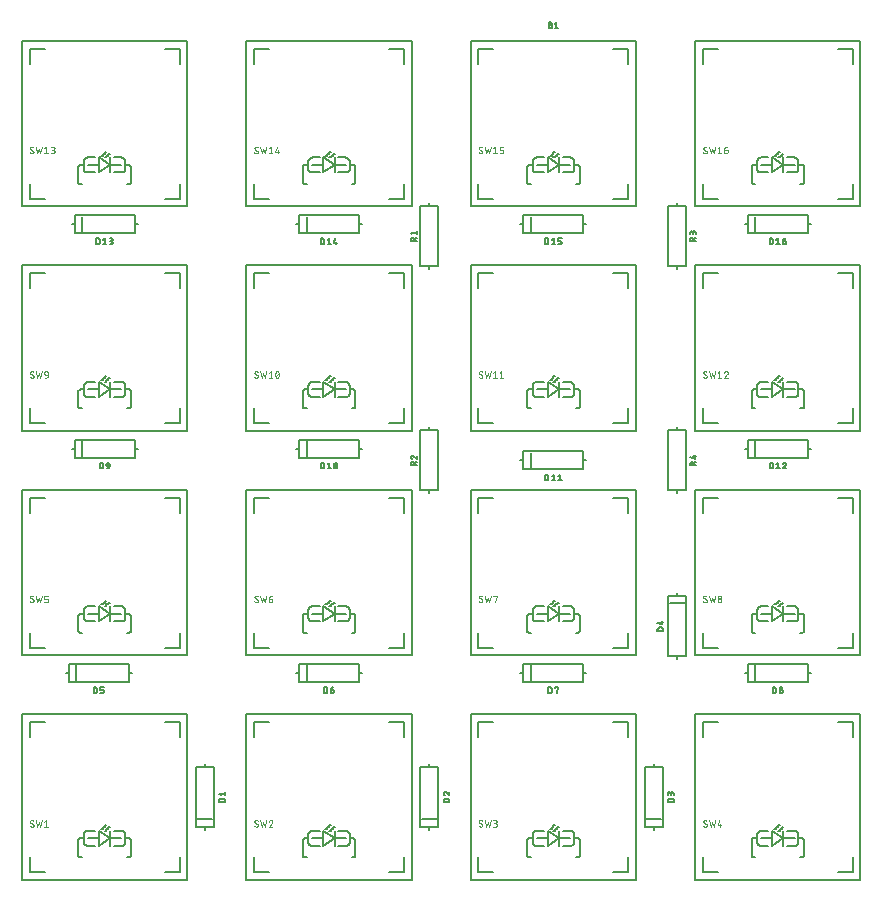
<source format=gbr>
G04 EAGLE Gerber X2 export*
%TF.Part,Single*%
%TF.FileFunction,Legend,Top,1*%
%TF.FilePolarity,Positive*%
%TF.GenerationSoftware,Autodesk,EAGLE,9.1.2*%
%TF.CreationDate,2018-09-22T15:24:25Z*%
G75*
%MOMM*%
%FSLAX34Y34*%
%LPD*%
%AMOC8*
5,1,8,0,0,1.08239X$1,22.5*%
G01*
%ADD10C,0.127000*%
%ADD11C,0.203200*%
%ADD12C,0.152400*%
%ADD13C,0.050800*%


D10*
X566081Y793656D02*
X567422Y793656D01*
X567422Y793657D02*
X567493Y793655D01*
X567565Y793649D01*
X567635Y793640D01*
X567705Y793627D01*
X567775Y793610D01*
X567843Y793589D01*
X567910Y793565D01*
X567976Y793537D01*
X568040Y793506D01*
X568103Y793471D01*
X568163Y793433D01*
X568222Y793392D01*
X568278Y793348D01*
X568332Y793301D01*
X568383Y793252D01*
X568431Y793199D01*
X568477Y793144D01*
X568519Y793087D01*
X568559Y793027D01*
X568595Y792966D01*
X568628Y792902D01*
X568657Y792837D01*
X568683Y792771D01*
X568706Y792703D01*
X568725Y792634D01*
X568740Y792564D01*
X568751Y792494D01*
X568759Y792423D01*
X568763Y792352D01*
X568763Y792280D01*
X568759Y792209D01*
X568751Y792138D01*
X568740Y792068D01*
X568725Y791998D01*
X568706Y791929D01*
X568683Y791861D01*
X568657Y791795D01*
X568628Y791730D01*
X568595Y791666D01*
X568559Y791605D01*
X568519Y791545D01*
X568477Y791488D01*
X568431Y791433D01*
X568383Y791380D01*
X568332Y791331D01*
X568278Y791284D01*
X568222Y791240D01*
X568163Y791199D01*
X568103Y791161D01*
X568040Y791126D01*
X567976Y791095D01*
X567910Y791067D01*
X567843Y791043D01*
X567775Y791022D01*
X567705Y791005D01*
X567635Y790992D01*
X567565Y790983D01*
X567493Y790977D01*
X567422Y790975D01*
X566081Y790975D01*
X566081Y795801D01*
X567422Y795801D01*
X567487Y795799D01*
X567551Y795793D01*
X567615Y795783D01*
X567679Y795770D01*
X567741Y795752D01*
X567802Y795731D01*
X567862Y795707D01*
X567920Y795678D01*
X567977Y795646D01*
X568031Y795611D01*
X568083Y795573D01*
X568133Y795531D01*
X568180Y795487D01*
X568224Y795440D01*
X568266Y795390D01*
X568304Y795338D01*
X568339Y795284D01*
X568371Y795227D01*
X568400Y795169D01*
X568424Y795109D01*
X568445Y795048D01*
X568463Y794986D01*
X568476Y794922D01*
X568486Y794858D01*
X568492Y794794D01*
X568494Y794729D01*
X568492Y794664D01*
X568486Y794600D01*
X568476Y794536D01*
X568463Y794472D01*
X568445Y794410D01*
X568424Y794349D01*
X568400Y794289D01*
X568371Y794231D01*
X568339Y794174D01*
X568304Y794120D01*
X568266Y794068D01*
X568224Y794018D01*
X568180Y793971D01*
X568133Y793927D01*
X568083Y793885D01*
X568031Y793847D01*
X567977Y793812D01*
X567920Y793780D01*
X567862Y793751D01*
X567802Y793727D01*
X567741Y793706D01*
X567679Y793688D01*
X567615Y793675D01*
X567551Y793665D01*
X567487Y793659D01*
X567422Y793657D01*
X571238Y794729D02*
X572579Y795801D01*
X572579Y790975D01*
X573919Y790975D02*
X571238Y790975D01*
D11*
X282620Y165400D02*
X282620Y114600D01*
X275000Y114600D01*
X267380Y114600D01*
X267380Y165400D01*
X275000Y165400D01*
X282620Y165400D01*
X275000Y114600D02*
X275000Y112060D01*
X275000Y165400D02*
X275000Y167940D01*
X281350Y120950D02*
X268650Y120950D01*
D10*
X287065Y135825D02*
X291891Y135825D01*
X287065Y135825D02*
X287065Y137165D01*
X287067Y137235D01*
X287072Y137305D01*
X287082Y137375D01*
X287094Y137444D01*
X287111Y137512D01*
X287131Y137579D01*
X287154Y137646D01*
X287181Y137710D01*
X287211Y137774D01*
X287245Y137836D01*
X287281Y137895D01*
X287321Y137953D01*
X287364Y138009D01*
X287409Y138062D01*
X287458Y138113D01*
X287509Y138162D01*
X287562Y138207D01*
X287618Y138250D01*
X287676Y138290D01*
X287736Y138326D01*
X287797Y138360D01*
X287861Y138390D01*
X287925Y138417D01*
X287992Y138440D01*
X288059Y138460D01*
X288127Y138477D01*
X288196Y138489D01*
X288266Y138499D01*
X288336Y138504D01*
X288406Y138506D01*
X290550Y138506D01*
X290620Y138504D01*
X290690Y138499D01*
X290760Y138489D01*
X290829Y138477D01*
X290897Y138460D01*
X290964Y138440D01*
X291031Y138417D01*
X291095Y138390D01*
X291159Y138360D01*
X291221Y138326D01*
X291280Y138290D01*
X291338Y138250D01*
X291394Y138207D01*
X291447Y138162D01*
X291498Y138113D01*
X291547Y138062D01*
X291592Y138009D01*
X291635Y137953D01*
X291675Y137895D01*
X291711Y137835D01*
X291745Y137774D01*
X291775Y137710D01*
X291802Y137646D01*
X291825Y137579D01*
X291845Y137512D01*
X291862Y137444D01*
X291874Y137375D01*
X291884Y137305D01*
X291889Y137235D01*
X291891Y137165D01*
X291891Y135825D01*
X288137Y141494D02*
X287065Y142835D01*
X291891Y142835D01*
X291891Y144175D02*
X291891Y141494D01*
D11*
X354600Y427380D02*
X405400Y427380D01*
X354600Y427380D02*
X354600Y435000D01*
X354600Y442620D01*
X405400Y442620D01*
X405400Y435000D01*
X405400Y427380D01*
X354600Y435000D02*
X352060Y435000D01*
X405400Y435000D02*
X407940Y435000D01*
X360950Y428650D02*
X360950Y441350D01*
D10*
X373082Y422935D02*
X373082Y418109D01*
X373082Y422935D02*
X374422Y422935D01*
X374492Y422933D01*
X374562Y422928D01*
X374632Y422918D01*
X374701Y422906D01*
X374769Y422889D01*
X374836Y422869D01*
X374903Y422846D01*
X374967Y422819D01*
X375031Y422789D01*
X375093Y422755D01*
X375152Y422719D01*
X375210Y422679D01*
X375266Y422636D01*
X375319Y422591D01*
X375370Y422542D01*
X375419Y422491D01*
X375464Y422438D01*
X375507Y422382D01*
X375547Y422324D01*
X375583Y422265D01*
X375617Y422203D01*
X375647Y422139D01*
X375674Y422075D01*
X375697Y422008D01*
X375717Y421941D01*
X375734Y421873D01*
X375746Y421804D01*
X375756Y421734D01*
X375761Y421664D01*
X375763Y421594D01*
X375763Y419450D01*
X375761Y419380D01*
X375756Y419310D01*
X375746Y419240D01*
X375734Y419171D01*
X375717Y419103D01*
X375697Y419036D01*
X375674Y418969D01*
X375647Y418905D01*
X375617Y418841D01*
X375583Y418779D01*
X375547Y418720D01*
X375507Y418662D01*
X375464Y418606D01*
X375419Y418553D01*
X375370Y418502D01*
X375319Y418453D01*
X375266Y418408D01*
X375210Y418365D01*
X375152Y418325D01*
X375092Y418289D01*
X375031Y418255D01*
X374967Y418225D01*
X374903Y418198D01*
X374836Y418175D01*
X374769Y418155D01*
X374701Y418138D01*
X374632Y418126D01*
X374562Y418116D01*
X374492Y418111D01*
X374422Y418109D01*
X373082Y418109D01*
X378751Y421863D02*
X380091Y422935D01*
X380091Y418109D01*
X378751Y418109D02*
X381432Y418109D01*
X384237Y420522D02*
X384239Y420642D01*
X384244Y420762D01*
X384253Y420882D01*
X384266Y421002D01*
X384282Y421121D01*
X384302Y421240D01*
X384326Y421358D01*
X384353Y421475D01*
X384383Y421591D01*
X384417Y421706D01*
X384455Y421821D01*
X384496Y421934D01*
X384540Y422045D01*
X384588Y422156D01*
X384639Y422265D01*
X384640Y422265D02*
X384661Y422322D01*
X384687Y422378D01*
X384715Y422433D01*
X384747Y422485D01*
X384783Y422536D01*
X384821Y422584D01*
X384862Y422630D01*
X384906Y422673D01*
X384952Y422713D01*
X385001Y422750D01*
X385053Y422784D01*
X385106Y422815D01*
X385161Y422843D01*
X385217Y422867D01*
X385275Y422888D01*
X385334Y422905D01*
X385394Y422918D01*
X385455Y422927D01*
X385517Y422933D01*
X385578Y422935D01*
X385639Y422933D01*
X385701Y422927D01*
X385762Y422918D01*
X385822Y422905D01*
X385881Y422888D01*
X385939Y422867D01*
X385995Y422843D01*
X386050Y422815D01*
X386103Y422784D01*
X386155Y422750D01*
X386204Y422713D01*
X386250Y422673D01*
X386294Y422630D01*
X386335Y422584D01*
X386373Y422536D01*
X386409Y422485D01*
X386441Y422433D01*
X386469Y422378D01*
X386495Y422322D01*
X386516Y422265D01*
X386567Y422156D01*
X386615Y422045D01*
X386659Y421934D01*
X386700Y421821D01*
X386738Y421706D01*
X386772Y421591D01*
X386802Y421475D01*
X386829Y421358D01*
X386853Y421240D01*
X386873Y421121D01*
X386889Y421002D01*
X386902Y420882D01*
X386911Y420762D01*
X386916Y420642D01*
X386918Y420522D01*
X384237Y420522D02*
X384239Y420402D01*
X384244Y420282D01*
X384253Y420162D01*
X384266Y420042D01*
X384282Y419923D01*
X384302Y419804D01*
X384326Y419686D01*
X384353Y419569D01*
X384383Y419453D01*
X384417Y419338D01*
X384455Y419223D01*
X384496Y419110D01*
X384540Y418999D01*
X384588Y418888D01*
X384639Y418779D01*
X384640Y418779D02*
X384661Y418722D01*
X384687Y418666D01*
X384715Y418611D01*
X384747Y418559D01*
X384783Y418508D01*
X384821Y418460D01*
X384862Y418414D01*
X384906Y418371D01*
X384952Y418331D01*
X385001Y418294D01*
X385053Y418260D01*
X385106Y418229D01*
X385161Y418201D01*
X385217Y418177D01*
X385275Y418156D01*
X385334Y418139D01*
X385394Y418126D01*
X385455Y418117D01*
X385517Y418111D01*
X385578Y418109D01*
X386516Y418779D02*
X386567Y418888D01*
X386615Y418999D01*
X386659Y419110D01*
X386700Y419223D01*
X386738Y419338D01*
X386772Y419453D01*
X386802Y419569D01*
X386829Y419686D01*
X386853Y419804D01*
X386873Y419923D01*
X386889Y420042D01*
X386902Y420162D01*
X386911Y420282D01*
X386916Y420402D01*
X386918Y420522D01*
X386516Y418779D02*
X386495Y418722D01*
X386469Y418666D01*
X386441Y418611D01*
X386409Y418559D01*
X386373Y418508D01*
X386335Y418460D01*
X386294Y418414D01*
X386250Y418371D01*
X386203Y418331D01*
X386155Y418294D01*
X386103Y418260D01*
X386050Y418229D01*
X385995Y418201D01*
X385939Y418177D01*
X385881Y418156D01*
X385822Y418139D01*
X385762Y418126D01*
X385701Y418117D01*
X385639Y418111D01*
X385578Y418109D01*
X384505Y419181D02*
X386650Y421863D01*
D11*
X544600Y417380D02*
X595400Y417380D01*
X544600Y417380D02*
X544600Y425000D01*
X544600Y432620D01*
X595400Y432620D01*
X595400Y425000D01*
X595400Y417380D01*
X544600Y425000D02*
X542060Y425000D01*
X595400Y425000D02*
X597940Y425000D01*
X550950Y418650D02*
X550950Y431350D01*
D10*
X563082Y412935D02*
X563082Y408109D01*
X563082Y412935D02*
X564422Y412935D01*
X564492Y412933D01*
X564562Y412928D01*
X564632Y412918D01*
X564701Y412906D01*
X564769Y412889D01*
X564836Y412869D01*
X564903Y412846D01*
X564967Y412819D01*
X565031Y412789D01*
X565093Y412755D01*
X565152Y412719D01*
X565210Y412679D01*
X565266Y412636D01*
X565319Y412591D01*
X565370Y412542D01*
X565419Y412491D01*
X565464Y412438D01*
X565507Y412382D01*
X565547Y412324D01*
X565583Y412265D01*
X565617Y412203D01*
X565647Y412139D01*
X565674Y412075D01*
X565697Y412008D01*
X565717Y411941D01*
X565734Y411873D01*
X565746Y411804D01*
X565756Y411734D01*
X565761Y411664D01*
X565763Y411594D01*
X565763Y409450D01*
X565761Y409380D01*
X565756Y409310D01*
X565746Y409240D01*
X565734Y409171D01*
X565717Y409103D01*
X565697Y409036D01*
X565674Y408969D01*
X565647Y408905D01*
X565617Y408841D01*
X565583Y408779D01*
X565547Y408720D01*
X565507Y408662D01*
X565464Y408606D01*
X565419Y408553D01*
X565370Y408502D01*
X565319Y408453D01*
X565266Y408408D01*
X565210Y408365D01*
X565152Y408325D01*
X565092Y408289D01*
X565031Y408255D01*
X564967Y408225D01*
X564903Y408198D01*
X564836Y408175D01*
X564769Y408155D01*
X564701Y408138D01*
X564632Y408126D01*
X564562Y408116D01*
X564492Y408111D01*
X564422Y408109D01*
X563082Y408109D01*
X568751Y411863D02*
X570091Y412935D01*
X570091Y408109D01*
X568751Y408109D02*
X571432Y408109D01*
X574237Y411863D02*
X575578Y412935D01*
X575578Y408109D01*
X576918Y408109D02*
X574237Y408109D01*
D11*
X734600Y427380D02*
X785400Y427380D01*
X734600Y427380D02*
X734600Y435000D01*
X734600Y442620D01*
X785400Y442620D01*
X785400Y435000D01*
X785400Y427380D01*
X734600Y435000D02*
X732060Y435000D01*
X785400Y435000D02*
X787940Y435000D01*
X740950Y428650D02*
X740950Y441350D01*
D10*
X753082Y422935D02*
X753082Y418109D01*
X753082Y422935D02*
X754422Y422935D01*
X754492Y422933D01*
X754562Y422928D01*
X754632Y422918D01*
X754701Y422906D01*
X754769Y422889D01*
X754836Y422869D01*
X754903Y422846D01*
X754967Y422819D01*
X755031Y422789D01*
X755093Y422755D01*
X755152Y422719D01*
X755210Y422679D01*
X755266Y422636D01*
X755319Y422591D01*
X755370Y422542D01*
X755419Y422491D01*
X755464Y422438D01*
X755507Y422382D01*
X755547Y422324D01*
X755583Y422265D01*
X755617Y422203D01*
X755647Y422139D01*
X755674Y422075D01*
X755697Y422008D01*
X755717Y421941D01*
X755734Y421873D01*
X755746Y421804D01*
X755756Y421734D01*
X755761Y421664D01*
X755763Y421594D01*
X755763Y419450D01*
X755761Y419380D01*
X755756Y419310D01*
X755746Y419240D01*
X755734Y419171D01*
X755717Y419103D01*
X755697Y419036D01*
X755674Y418969D01*
X755647Y418905D01*
X755617Y418841D01*
X755583Y418779D01*
X755547Y418720D01*
X755507Y418662D01*
X755464Y418606D01*
X755419Y418553D01*
X755370Y418502D01*
X755319Y418453D01*
X755266Y418408D01*
X755210Y418365D01*
X755152Y418325D01*
X755092Y418289D01*
X755031Y418255D01*
X754967Y418225D01*
X754903Y418198D01*
X754836Y418175D01*
X754769Y418155D01*
X754701Y418138D01*
X754632Y418126D01*
X754562Y418116D01*
X754492Y418111D01*
X754422Y418109D01*
X753082Y418109D01*
X758751Y421863D02*
X760091Y422935D01*
X760091Y418109D01*
X758751Y418109D02*
X761432Y418109D01*
X765712Y422935D02*
X765780Y422933D01*
X765847Y422927D01*
X765914Y422918D01*
X765981Y422905D01*
X766046Y422888D01*
X766111Y422867D01*
X766174Y422843D01*
X766236Y422815D01*
X766296Y422784D01*
X766354Y422750D01*
X766410Y422712D01*
X766465Y422672D01*
X766516Y422628D01*
X766565Y422581D01*
X766612Y422532D01*
X766656Y422481D01*
X766696Y422426D01*
X766734Y422370D01*
X766768Y422312D01*
X766799Y422252D01*
X766827Y422190D01*
X766851Y422127D01*
X766872Y422062D01*
X766889Y421997D01*
X766902Y421930D01*
X766911Y421863D01*
X766917Y421796D01*
X766919Y421728D01*
X765712Y422935D02*
X765634Y422933D01*
X765556Y422927D01*
X765479Y422917D01*
X765402Y422904D01*
X765326Y422886D01*
X765251Y422865D01*
X765177Y422840D01*
X765105Y422811D01*
X765034Y422779D01*
X764965Y422743D01*
X764897Y422704D01*
X764832Y422661D01*
X764769Y422615D01*
X764708Y422566D01*
X764650Y422514D01*
X764595Y422459D01*
X764542Y422402D01*
X764493Y422342D01*
X764446Y422279D01*
X764403Y422215D01*
X764363Y422148D01*
X764326Y422079D01*
X764293Y422008D01*
X764263Y421936D01*
X764237Y421863D01*
X766516Y420790D02*
X766565Y420839D01*
X766612Y420891D01*
X766655Y420946D01*
X766696Y421003D01*
X766734Y421062D01*
X766768Y421123D01*
X766799Y421186D01*
X766827Y421250D01*
X766851Y421316D01*
X766871Y421382D01*
X766888Y421450D01*
X766901Y421519D01*
X766910Y421588D01*
X766916Y421658D01*
X766918Y421728D01*
X766516Y420790D02*
X764237Y418109D01*
X766918Y418109D01*
D11*
X215400Y617380D02*
X164600Y617380D01*
X164600Y625000D01*
X164600Y632620D01*
X215400Y632620D01*
X215400Y625000D01*
X215400Y617380D01*
X164600Y625000D02*
X162060Y625000D01*
X215400Y625000D02*
X217940Y625000D01*
X170950Y618650D02*
X170950Y631350D01*
D10*
X183082Y612935D02*
X183082Y608109D01*
X183082Y612935D02*
X184422Y612935D01*
X184492Y612933D01*
X184562Y612928D01*
X184632Y612918D01*
X184701Y612906D01*
X184769Y612889D01*
X184836Y612869D01*
X184903Y612846D01*
X184967Y612819D01*
X185031Y612789D01*
X185093Y612755D01*
X185152Y612719D01*
X185210Y612679D01*
X185266Y612636D01*
X185319Y612591D01*
X185370Y612542D01*
X185419Y612491D01*
X185464Y612438D01*
X185507Y612382D01*
X185547Y612324D01*
X185583Y612265D01*
X185617Y612203D01*
X185647Y612139D01*
X185674Y612075D01*
X185697Y612008D01*
X185717Y611941D01*
X185734Y611873D01*
X185746Y611804D01*
X185756Y611734D01*
X185761Y611664D01*
X185763Y611594D01*
X185763Y609450D01*
X185761Y609380D01*
X185756Y609310D01*
X185746Y609240D01*
X185734Y609171D01*
X185717Y609103D01*
X185697Y609036D01*
X185674Y608969D01*
X185647Y608905D01*
X185617Y608841D01*
X185583Y608779D01*
X185547Y608720D01*
X185507Y608662D01*
X185464Y608606D01*
X185419Y608553D01*
X185370Y608502D01*
X185319Y608453D01*
X185266Y608408D01*
X185210Y608365D01*
X185152Y608325D01*
X185092Y608289D01*
X185031Y608255D01*
X184967Y608225D01*
X184903Y608198D01*
X184836Y608175D01*
X184769Y608155D01*
X184701Y608138D01*
X184632Y608126D01*
X184562Y608116D01*
X184492Y608111D01*
X184422Y608109D01*
X183082Y608109D01*
X188751Y611863D02*
X190091Y612935D01*
X190091Y608109D01*
X188751Y608109D02*
X191432Y608109D01*
X194237Y608109D02*
X195578Y608109D01*
X195649Y608111D01*
X195721Y608117D01*
X195791Y608126D01*
X195861Y608139D01*
X195931Y608156D01*
X195999Y608177D01*
X196066Y608201D01*
X196132Y608229D01*
X196196Y608260D01*
X196259Y608295D01*
X196319Y608333D01*
X196378Y608374D01*
X196434Y608418D01*
X196488Y608465D01*
X196539Y608514D01*
X196587Y608567D01*
X196633Y608622D01*
X196675Y608679D01*
X196715Y608739D01*
X196751Y608800D01*
X196784Y608864D01*
X196813Y608929D01*
X196839Y608995D01*
X196862Y609063D01*
X196881Y609132D01*
X196896Y609202D01*
X196907Y609272D01*
X196915Y609343D01*
X196919Y609414D01*
X196919Y609486D01*
X196915Y609557D01*
X196907Y609628D01*
X196896Y609698D01*
X196881Y609768D01*
X196862Y609837D01*
X196839Y609905D01*
X196813Y609971D01*
X196784Y610036D01*
X196751Y610100D01*
X196715Y610161D01*
X196675Y610221D01*
X196633Y610278D01*
X196587Y610333D01*
X196539Y610386D01*
X196488Y610435D01*
X196434Y610482D01*
X196378Y610526D01*
X196319Y610567D01*
X196259Y610605D01*
X196196Y610640D01*
X196132Y610671D01*
X196066Y610699D01*
X195999Y610723D01*
X195931Y610744D01*
X195861Y610761D01*
X195791Y610774D01*
X195721Y610783D01*
X195649Y610789D01*
X195578Y610791D01*
X195846Y612935D02*
X194237Y612935D01*
X195846Y612935D02*
X195911Y612933D01*
X195975Y612927D01*
X196039Y612917D01*
X196103Y612904D01*
X196165Y612886D01*
X196226Y612865D01*
X196286Y612841D01*
X196344Y612812D01*
X196401Y612780D01*
X196455Y612745D01*
X196507Y612707D01*
X196557Y612665D01*
X196604Y612621D01*
X196648Y612574D01*
X196690Y612524D01*
X196728Y612472D01*
X196763Y612418D01*
X196795Y612361D01*
X196824Y612303D01*
X196848Y612243D01*
X196869Y612182D01*
X196887Y612120D01*
X196900Y612056D01*
X196910Y611992D01*
X196916Y611928D01*
X196918Y611863D01*
X196916Y611798D01*
X196910Y611734D01*
X196900Y611670D01*
X196887Y611606D01*
X196869Y611544D01*
X196848Y611483D01*
X196824Y611423D01*
X196795Y611365D01*
X196763Y611308D01*
X196728Y611254D01*
X196690Y611202D01*
X196648Y611152D01*
X196604Y611105D01*
X196557Y611061D01*
X196507Y611019D01*
X196455Y610981D01*
X196401Y610946D01*
X196344Y610914D01*
X196286Y610885D01*
X196226Y610861D01*
X196165Y610840D01*
X196103Y610822D01*
X196039Y610809D01*
X195975Y610799D01*
X195911Y610793D01*
X195846Y610791D01*
X195846Y610790D02*
X194773Y610790D01*
D11*
X354600Y617380D02*
X405400Y617380D01*
X354600Y617380D02*
X354600Y625000D01*
X354600Y632620D01*
X405400Y632620D01*
X405400Y625000D01*
X405400Y617380D01*
X354600Y625000D02*
X352060Y625000D01*
X405400Y625000D02*
X407940Y625000D01*
X360950Y618650D02*
X360950Y631350D01*
D10*
X373082Y612935D02*
X373082Y608109D01*
X373082Y612935D02*
X374422Y612935D01*
X374492Y612933D01*
X374562Y612928D01*
X374632Y612918D01*
X374701Y612906D01*
X374769Y612889D01*
X374836Y612869D01*
X374903Y612846D01*
X374967Y612819D01*
X375031Y612789D01*
X375093Y612755D01*
X375152Y612719D01*
X375210Y612679D01*
X375266Y612636D01*
X375319Y612591D01*
X375370Y612542D01*
X375419Y612491D01*
X375464Y612438D01*
X375507Y612382D01*
X375547Y612324D01*
X375583Y612265D01*
X375617Y612203D01*
X375647Y612139D01*
X375674Y612075D01*
X375697Y612008D01*
X375717Y611941D01*
X375734Y611873D01*
X375746Y611804D01*
X375756Y611734D01*
X375761Y611664D01*
X375763Y611594D01*
X375763Y609450D01*
X375761Y609380D01*
X375756Y609310D01*
X375746Y609240D01*
X375734Y609171D01*
X375717Y609103D01*
X375697Y609036D01*
X375674Y608969D01*
X375647Y608905D01*
X375617Y608841D01*
X375583Y608779D01*
X375547Y608720D01*
X375507Y608662D01*
X375464Y608606D01*
X375419Y608553D01*
X375370Y608502D01*
X375319Y608453D01*
X375266Y608408D01*
X375210Y608365D01*
X375152Y608325D01*
X375092Y608289D01*
X375031Y608255D01*
X374967Y608225D01*
X374903Y608198D01*
X374836Y608175D01*
X374769Y608155D01*
X374701Y608138D01*
X374632Y608126D01*
X374562Y608116D01*
X374492Y608111D01*
X374422Y608109D01*
X373082Y608109D01*
X378751Y611863D02*
X380091Y612935D01*
X380091Y608109D01*
X378751Y608109D02*
X381432Y608109D01*
X384237Y609181D02*
X385310Y612935D01*
X384237Y609181D02*
X386918Y609181D01*
X386114Y610254D02*
X386114Y608109D01*
D11*
X544600Y617380D02*
X595400Y617380D01*
X544600Y617380D02*
X544600Y625000D01*
X544600Y632620D01*
X595400Y632620D01*
X595400Y625000D01*
X595400Y617380D01*
X544600Y625000D02*
X542060Y625000D01*
X595400Y625000D02*
X597940Y625000D01*
X550950Y618650D02*
X550950Y631350D01*
D10*
X563082Y612935D02*
X563082Y608109D01*
X563082Y612935D02*
X564422Y612935D01*
X564492Y612933D01*
X564562Y612928D01*
X564632Y612918D01*
X564701Y612906D01*
X564769Y612889D01*
X564836Y612869D01*
X564903Y612846D01*
X564967Y612819D01*
X565031Y612789D01*
X565093Y612755D01*
X565152Y612719D01*
X565210Y612679D01*
X565266Y612636D01*
X565319Y612591D01*
X565370Y612542D01*
X565419Y612491D01*
X565464Y612438D01*
X565507Y612382D01*
X565547Y612324D01*
X565583Y612265D01*
X565617Y612203D01*
X565647Y612139D01*
X565674Y612075D01*
X565697Y612008D01*
X565717Y611941D01*
X565734Y611873D01*
X565746Y611804D01*
X565756Y611734D01*
X565761Y611664D01*
X565763Y611594D01*
X565763Y609450D01*
X565761Y609380D01*
X565756Y609310D01*
X565746Y609240D01*
X565734Y609171D01*
X565717Y609103D01*
X565697Y609036D01*
X565674Y608969D01*
X565647Y608905D01*
X565617Y608841D01*
X565583Y608779D01*
X565547Y608720D01*
X565507Y608662D01*
X565464Y608606D01*
X565419Y608553D01*
X565370Y608502D01*
X565319Y608453D01*
X565266Y608408D01*
X565210Y608365D01*
X565152Y608325D01*
X565092Y608289D01*
X565031Y608255D01*
X564967Y608225D01*
X564903Y608198D01*
X564836Y608175D01*
X564769Y608155D01*
X564701Y608138D01*
X564632Y608126D01*
X564562Y608116D01*
X564492Y608111D01*
X564422Y608109D01*
X563082Y608109D01*
X568751Y611863D02*
X570091Y612935D01*
X570091Y608109D01*
X568751Y608109D02*
X571432Y608109D01*
X574237Y608109D02*
X575846Y608109D01*
X575911Y608111D01*
X575975Y608117D01*
X576039Y608127D01*
X576103Y608140D01*
X576165Y608158D01*
X576226Y608179D01*
X576286Y608203D01*
X576344Y608232D01*
X576401Y608264D01*
X576455Y608299D01*
X576507Y608337D01*
X576557Y608379D01*
X576604Y608423D01*
X576648Y608470D01*
X576690Y608520D01*
X576728Y608572D01*
X576763Y608626D01*
X576795Y608683D01*
X576824Y608741D01*
X576848Y608801D01*
X576869Y608862D01*
X576887Y608924D01*
X576900Y608988D01*
X576910Y609052D01*
X576916Y609116D01*
X576918Y609181D01*
X576918Y609718D01*
X576916Y609783D01*
X576910Y609847D01*
X576900Y609911D01*
X576887Y609975D01*
X576869Y610037D01*
X576848Y610098D01*
X576824Y610158D01*
X576795Y610216D01*
X576763Y610273D01*
X576728Y610327D01*
X576690Y610379D01*
X576648Y610429D01*
X576604Y610476D01*
X576557Y610520D01*
X576507Y610562D01*
X576455Y610600D01*
X576401Y610635D01*
X576344Y610667D01*
X576286Y610696D01*
X576226Y610720D01*
X576165Y610741D01*
X576103Y610759D01*
X576039Y610772D01*
X575975Y610782D01*
X575911Y610788D01*
X575846Y610790D01*
X574237Y610790D01*
X574237Y612935D01*
X576918Y612935D01*
D11*
X734600Y617380D02*
X785400Y617380D01*
X734600Y617380D02*
X734600Y625000D01*
X734600Y632620D01*
X785400Y632620D01*
X785400Y625000D01*
X785400Y617380D01*
X734600Y625000D02*
X732060Y625000D01*
X785400Y625000D02*
X787940Y625000D01*
X740950Y618650D02*
X740950Y631350D01*
D10*
X753082Y612935D02*
X753082Y608109D01*
X753082Y612935D02*
X754422Y612935D01*
X754492Y612933D01*
X754562Y612928D01*
X754632Y612918D01*
X754701Y612906D01*
X754769Y612889D01*
X754836Y612869D01*
X754903Y612846D01*
X754967Y612819D01*
X755031Y612789D01*
X755093Y612755D01*
X755152Y612719D01*
X755210Y612679D01*
X755266Y612636D01*
X755319Y612591D01*
X755370Y612542D01*
X755419Y612491D01*
X755464Y612438D01*
X755507Y612382D01*
X755547Y612324D01*
X755583Y612265D01*
X755617Y612203D01*
X755647Y612139D01*
X755674Y612075D01*
X755697Y612008D01*
X755717Y611941D01*
X755734Y611873D01*
X755746Y611804D01*
X755756Y611734D01*
X755761Y611664D01*
X755763Y611594D01*
X755763Y609450D01*
X755761Y609380D01*
X755756Y609310D01*
X755746Y609240D01*
X755734Y609171D01*
X755717Y609103D01*
X755697Y609036D01*
X755674Y608969D01*
X755647Y608905D01*
X755617Y608841D01*
X755583Y608779D01*
X755547Y608720D01*
X755507Y608662D01*
X755464Y608606D01*
X755419Y608553D01*
X755370Y608502D01*
X755319Y608453D01*
X755266Y608408D01*
X755210Y608365D01*
X755152Y608325D01*
X755092Y608289D01*
X755031Y608255D01*
X754967Y608225D01*
X754903Y608198D01*
X754836Y608175D01*
X754769Y608155D01*
X754701Y608138D01*
X754632Y608126D01*
X754562Y608116D01*
X754492Y608111D01*
X754422Y608109D01*
X753082Y608109D01*
X758751Y611863D02*
X760091Y612935D01*
X760091Y608109D01*
X758751Y608109D02*
X761432Y608109D01*
X764237Y610790D02*
X765846Y610790D01*
X765911Y610788D01*
X765975Y610782D01*
X766039Y610772D01*
X766103Y610759D01*
X766165Y610741D01*
X766226Y610720D01*
X766286Y610696D01*
X766344Y610667D01*
X766401Y610635D01*
X766455Y610600D01*
X766507Y610562D01*
X766557Y610520D01*
X766604Y610476D01*
X766648Y610429D01*
X766690Y610379D01*
X766728Y610327D01*
X766763Y610273D01*
X766795Y610216D01*
X766824Y610158D01*
X766848Y610098D01*
X766869Y610037D01*
X766887Y609975D01*
X766900Y609911D01*
X766910Y609847D01*
X766916Y609783D01*
X766918Y609718D01*
X766918Y609450D01*
X766919Y609450D02*
X766917Y609379D01*
X766911Y609307D01*
X766902Y609237D01*
X766889Y609167D01*
X766872Y609097D01*
X766851Y609029D01*
X766827Y608962D01*
X766799Y608896D01*
X766768Y608832D01*
X766733Y608769D01*
X766695Y608709D01*
X766654Y608650D01*
X766610Y608594D01*
X766563Y608540D01*
X766514Y608489D01*
X766461Y608441D01*
X766406Y608395D01*
X766349Y608353D01*
X766289Y608313D01*
X766228Y608277D01*
X766164Y608244D01*
X766099Y608215D01*
X766033Y608189D01*
X765965Y608166D01*
X765896Y608147D01*
X765826Y608132D01*
X765756Y608121D01*
X765685Y608113D01*
X765614Y608109D01*
X765542Y608109D01*
X765471Y608113D01*
X765400Y608121D01*
X765330Y608132D01*
X765260Y608147D01*
X765191Y608166D01*
X765123Y608189D01*
X765057Y608215D01*
X764992Y608244D01*
X764928Y608277D01*
X764867Y608313D01*
X764807Y608353D01*
X764750Y608395D01*
X764695Y608441D01*
X764642Y608489D01*
X764593Y608540D01*
X764546Y608594D01*
X764502Y608650D01*
X764461Y608709D01*
X764423Y608769D01*
X764388Y608832D01*
X764357Y608896D01*
X764329Y608962D01*
X764305Y609029D01*
X764284Y609097D01*
X764267Y609167D01*
X764254Y609237D01*
X764245Y609307D01*
X764239Y609379D01*
X764237Y609450D01*
X764237Y610790D01*
X764239Y610881D01*
X764245Y610972D01*
X764254Y611062D01*
X764268Y611153D01*
X764285Y611242D01*
X764306Y611330D01*
X764331Y611418D01*
X764360Y611505D01*
X764392Y611590D01*
X764427Y611674D01*
X764467Y611756D01*
X764509Y611836D01*
X764555Y611915D01*
X764605Y611991D01*
X764657Y612065D01*
X764713Y612138D01*
X764772Y612207D01*
X764833Y612274D01*
X764898Y612339D01*
X764965Y612400D01*
X765034Y612459D01*
X765106Y612515D01*
X765181Y612567D01*
X765257Y612617D01*
X765336Y612663D01*
X765416Y612705D01*
X765498Y612745D01*
X765582Y612780D01*
X765667Y612812D01*
X765754Y612841D01*
X765841Y612866D01*
X765930Y612887D01*
X766019Y612904D01*
X766110Y612918D01*
X766200Y612927D01*
X766291Y612933D01*
X766382Y612935D01*
D11*
X472620Y165400D02*
X472620Y114600D01*
X465000Y114600D01*
X457380Y114600D01*
X457380Y165400D01*
X465000Y165400D01*
X472620Y165400D01*
X465000Y114600D02*
X465000Y112060D01*
X465000Y165400D02*
X465000Y167940D01*
X471350Y120950D02*
X458650Y120950D01*
D10*
X477065Y135825D02*
X481891Y135825D01*
X477065Y135825D02*
X477065Y137165D01*
X477067Y137235D01*
X477072Y137305D01*
X477082Y137375D01*
X477094Y137444D01*
X477111Y137512D01*
X477131Y137579D01*
X477154Y137646D01*
X477181Y137710D01*
X477211Y137774D01*
X477245Y137836D01*
X477281Y137895D01*
X477321Y137953D01*
X477364Y138009D01*
X477409Y138062D01*
X477458Y138113D01*
X477509Y138162D01*
X477562Y138207D01*
X477618Y138250D01*
X477676Y138290D01*
X477736Y138326D01*
X477797Y138360D01*
X477861Y138390D01*
X477925Y138417D01*
X477992Y138440D01*
X478059Y138460D01*
X478127Y138477D01*
X478196Y138489D01*
X478266Y138499D01*
X478336Y138504D01*
X478406Y138506D01*
X480550Y138506D01*
X480620Y138504D01*
X480690Y138499D01*
X480760Y138489D01*
X480829Y138477D01*
X480897Y138460D01*
X480964Y138440D01*
X481031Y138417D01*
X481095Y138390D01*
X481159Y138360D01*
X481221Y138326D01*
X481280Y138290D01*
X481338Y138250D01*
X481394Y138207D01*
X481447Y138162D01*
X481498Y138113D01*
X481547Y138062D01*
X481592Y138009D01*
X481635Y137953D01*
X481675Y137895D01*
X481711Y137835D01*
X481745Y137774D01*
X481775Y137710D01*
X481802Y137646D01*
X481825Y137579D01*
X481845Y137512D01*
X481862Y137444D01*
X481874Y137375D01*
X481884Y137305D01*
X481889Y137235D01*
X481891Y137165D01*
X481891Y135825D01*
X477065Y142969D02*
X477067Y143037D01*
X477073Y143104D01*
X477082Y143171D01*
X477095Y143238D01*
X477112Y143303D01*
X477133Y143368D01*
X477157Y143431D01*
X477185Y143493D01*
X477216Y143553D01*
X477250Y143611D01*
X477288Y143667D01*
X477328Y143722D01*
X477372Y143773D01*
X477419Y143822D01*
X477468Y143869D01*
X477519Y143913D01*
X477574Y143953D01*
X477630Y143991D01*
X477688Y144025D01*
X477748Y144056D01*
X477810Y144084D01*
X477873Y144108D01*
X477938Y144129D01*
X478003Y144146D01*
X478070Y144159D01*
X478137Y144168D01*
X478204Y144174D01*
X478272Y144176D01*
X477065Y142969D02*
X477067Y142891D01*
X477073Y142813D01*
X477083Y142736D01*
X477096Y142659D01*
X477114Y142583D01*
X477135Y142508D01*
X477160Y142434D01*
X477189Y142362D01*
X477221Y142291D01*
X477257Y142222D01*
X477296Y142154D01*
X477339Y142089D01*
X477385Y142026D01*
X477434Y141965D01*
X477486Y141907D01*
X477541Y141852D01*
X477598Y141799D01*
X477658Y141750D01*
X477721Y141703D01*
X477786Y141660D01*
X477852Y141620D01*
X477921Y141583D01*
X477992Y141550D01*
X478064Y141520D01*
X478138Y141494D01*
X479210Y143773D02*
X479161Y143822D01*
X479109Y143869D01*
X479054Y143912D01*
X478997Y143953D01*
X478938Y143991D01*
X478877Y144025D01*
X478814Y144056D01*
X478750Y144084D01*
X478684Y144108D01*
X478618Y144128D01*
X478550Y144145D01*
X478481Y144158D01*
X478412Y144167D01*
X478342Y144173D01*
X478272Y144175D01*
X479210Y143773D02*
X481891Y141494D01*
X481891Y144175D01*
D11*
X662620Y165400D02*
X662620Y114600D01*
X655000Y114600D01*
X647380Y114600D01*
X647380Y165400D01*
X655000Y165400D01*
X662620Y165400D01*
X655000Y114600D02*
X655000Y112060D01*
X655000Y165400D02*
X655000Y167940D01*
X661350Y120950D02*
X648650Y120950D01*
D10*
X667065Y135825D02*
X671891Y135825D01*
X667065Y135825D02*
X667065Y137165D01*
X667067Y137235D01*
X667072Y137305D01*
X667082Y137375D01*
X667094Y137444D01*
X667111Y137512D01*
X667131Y137579D01*
X667154Y137646D01*
X667181Y137710D01*
X667211Y137774D01*
X667245Y137836D01*
X667281Y137895D01*
X667321Y137953D01*
X667364Y138009D01*
X667409Y138062D01*
X667458Y138113D01*
X667509Y138162D01*
X667562Y138207D01*
X667618Y138250D01*
X667676Y138290D01*
X667736Y138326D01*
X667797Y138360D01*
X667861Y138390D01*
X667925Y138417D01*
X667992Y138440D01*
X668059Y138460D01*
X668127Y138477D01*
X668196Y138489D01*
X668266Y138499D01*
X668336Y138504D01*
X668406Y138506D01*
X670550Y138506D01*
X670620Y138504D01*
X670690Y138499D01*
X670760Y138489D01*
X670829Y138477D01*
X670897Y138460D01*
X670964Y138440D01*
X671031Y138417D01*
X671095Y138390D01*
X671159Y138360D01*
X671221Y138326D01*
X671280Y138290D01*
X671338Y138250D01*
X671394Y138207D01*
X671447Y138162D01*
X671498Y138113D01*
X671547Y138062D01*
X671592Y138009D01*
X671635Y137953D01*
X671675Y137895D01*
X671711Y137835D01*
X671745Y137774D01*
X671775Y137710D01*
X671802Y137646D01*
X671825Y137579D01*
X671845Y137512D01*
X671862Y137444D01*
X671874Y137375D01*
X671884Y137305D01*
X671889Y137235D01*
X671891Y137165D01*
X671891Y135825D01*
X671891Y141494D02*
X671891Y142835D01*
X671889Y142906D01*
X671883Y142978D01*
X671874Y143048D01*
X671861Y143118D01*
X671844Y143188D01*
X671823Y143256D01*
X671799Y143323D01*
X671771Y143389D01*
X671740Y143453D01*
X671705Y143516D01*
X671667Y143576D01*
X671626Y143635D01*
X671582Y143691D01*
X671535Y143745D01*
X671486Y143796D01*
X671433Y143844D01*
X671378Y143890D01*
X671321Y143932D01*
X671261Y143972D01*
X671200Y144008D01*
X671136Y144041D01*
X671071Y144070D01*
X671005Y144096D01*
X670937Y144119D01*
X670868Y144138D01*
X670798Y144153D01*
X670728Y144164D01*
X670657Y144172D01*
X670586Y144176D01*
X670514Y144176D01*
X670443Y144172D01*
X670372Y144164D01*
X670302Y144153D01*
X670232Y144138D01*
X670163Y144119D01*
X670095Y144096D01*
X670029Y144070D01*
X669964Y144041D01*
X669900Y144008D01*
X669839Y143972D01*
X669779Y143932D01*
X669722Y143890D01*
X669667Y143844D01*
X669614Y143796D01*
X669565Y143745D01*
X669518Y143691D01*
X669474Y143635D01*
X669433Y143576D01*
X669395Y143516D01*
X669360Y143453D01*
X669329Y143389D01*
X669301Y143323D01*
X669277Y143256D01*
X669256Y143188D01*
X669239Y143118D01*
X669226Y143048D01*
X669217Y142978D01*
X669211Y142906D01*
X669209Y142835D01*
X667065Y143103D02*
X667065Y141494D01*
X667065Y143103D02*
X667067Y143168D01*
X667073Y143232D01*
X667083Y143296D01*
X667096Y143360D01*
X667114Y143422D01*
X667135Y143483D01*
X667159Y143543D01*
X667188Y143601D01*
X667220Y143658D01*
X667255Y143712D01*
X667293Y143764D01*
X667335Y143814D01*
X667379Y143861D01*
X667426Y143905D01*
X667476Y143947D01*
X667528Y143985D01*
X667582Y144020D01*
X667639Y144052D01*
X667697Y144081D01*
X667757Y144105D01*
X667818Y144126D01*
X667880Y144144D01*
X667944Y144157D01*
X668008Y144167D01*
X668072Y144173D01*
X668137Y144175D01*
X668202Y144173D01*
X668266Y144167D01*
X668330Y144157D01*
X668394Y144144D01*
X668456Y144126D01*
X668517Y144105D01*
X668577Y144081D01*
X668635Y144052D01*
X668692Y144020D01*
X668746Y143985D01*
X668798Y143947D01*
X668848Y143905D01*
X668895Y143861D01*
X668939Y143814D01*
X668981Y143764D01*
X669019Y143712D01*
X669054Y143658D01*
X669086Y143601D01*
X669115Y143543D01*
X669139Y143483D01*
X669160Y143422D01*
X669178Y143360D01*
X669191Y143296D01*
X669201Y143232D01*
X669207Y143168D01*
X669209Y143103D01*
X669210Y143103D02*
X669210Y142030D01*
D11*
X667380Y259600D02*
X667380Y310400D01*
X675000Y310400D01*
X682620Y310400D01*
X682620Y259600D01*
X675000Y259600D01*
X667380Y259600D01*
X675000Y310400D02*
X675000Y312940D01*
X675000Y259600D02*
X675000Y257060D01*
X668650Y304050D02*
X681350Y304050D01*
D10*
X662935Y280825D02*
X658109Y280825D01*
X658109Y282165D01*
X658111Y282235D01*
X658116Y282305D01*
X658126Y282375D01*
X658138Y282444D01*
X658155Y282512D01*
X658175Y282579D01*
X658198Y282646D01*
X658225Y282710D01*
X658255Y282774D01*
X658289Y282836D01*
X658325Y282895D01*
X658365Y282953D01*
X658408Y283009D01*
X658453Y283062D01*
X658502Y283113D01*
X658553Y283162D01*
X658606Y283207D01*
X658662Y283250D01*
X658720Y283290D01*
X658780Y283326D01*
X658841Y283360D01*
X658905Y283390D01*
X658969Y283417D01*
X659036Y283440D01*
X659103Y283460D01*
X659171Y283477D01*
X659240Y283489D01*
X659310Y283499D01*
X659380Y283504D01*
X659450Y283506D01*
X661594Y283506D01*
X661664Y283504D01*
X661734Y283499D01*
X661804Y283489D01*
X661873Y283477D01*
X661941Y283460D01*
X662008Y283440D01*
X662075Y283417D01*
X662139Y283390D01*
X662203Y283360D01*
X662265Y283326D01*
X662324Y283290D01*
X662382Y283250D01*
X662438Y283207D01*
X662491Y283162D01*
X662542Y283113D01*
X662591Y283062D01*
X662636Y283009D01*
X662679Y282953D01*
X662719Y282895D01*
X662755Y282835D01*
X662789Y282774D01*
X662819Y282710D01*
X662846Y282646D01*
X662869Y282579D01*
X662889Y282512D01*
X662906Y282444D01*
X662918Y282375D01*
X662928Y282305D01*
X662933Y282235D01*
X662935Y282165D01*
X662935Y280825D01*
X661863Y286494D02*
X658109Y287567D01*
X661863Y286494D02*
X661863Y289175D01*
X660790Y288371D02*
X662935Y288371D01*
D11*
X210400Y237380D02*
X159600Y237380D01*
X159600Y245000D01*
X159600Y252620D01*
X210400Y252620D01*
X210400Y245000D01*
X210400Y237380D01*
X159600Y245000D02*
X157060Y245000D01*
X210400Y245000D02*
X212940Y245000D01*
X165950Y238650D02*
X165950Y251350D01*
D10*
X180825Y232935D02*
X180825Y228109D01*
X180825Y232935D02*
X182165Y232935D01*
X182235Y232933D01*
X182305Y232928D01*
X182375Y232918D01*
X182444Y232906D01*
X182512Y232889D01*
X182579Y232869D01*
X182646Y232846D01*
X182710Y232819D01*
X182774Y232789D01*
X182836Y232755D01*
X182895Y232719D01*
X182953Y232679D01*
X183009Y232636D01*
X183062Y232591D01*
X183113Y232542D01*
X183162Y232491D01*
X183207Y232438D01*
X183250Y232382D01*
X183290Y232324D01*
X183326Y232265D01*
X183360Y232203D01*
X183390Y232139D01*
X183417Y232075D01*
X183440Y232008D01*
X183460Y231941D01*
X183477Y231873D01*
X183489Y231804D01*
X183499Y231734D01*
X183504Y231664D01*
X183506Y231594D01*
X183506Y229450D01*
X183504Y229380D01*
X183499Y229310D01*
X183489Y229240D01*
X183477Y229171D01*
X183460Y229103D01*
X183440Y229036D01*
X183417Y228969D01*
X183390Y228905D01*
X183360Y228841D01*
X183326Y228779D01*
X183290Y228720D01*
X183250Y228662D01*
X183207Y228606D01*
X183162Y228553D01*
X183113Y228502D01*
X183062Y228453D01*
X183009Y228408D01*
X182953Y228365D01*
X182895Y228325D01*
X182835Y228289D01*
X182774Y228255D01*
X182710Y228225D01*
X182646Y228198D01*
X182579Y228175D01*
X182512Y228155D01*
X182444Y228138D01*
X182375Y228126D01*
X182305Y228116D01*
X182235Y228111D01*
X182165Y228109D01*
X180825Y228109D01*
X186494Y228109D02*
X188103Y228109D01*
X188168Y228111D01*
X188232Y228117D01*
X188296Y228127D01*
X188360Y228140D01*
X188422Y228158D01*
X188483Y228179D01*
X188543Y228203D01*
X188601Y228232D01*
X188658Y228264D01*
X188712Y228299D01*
X188764Y228337D01*
X188814Y228379D01*
X188861Y228423D01*
X188905Y228470D01*
X188947Y228520D01*
X188985Y228572D01*
X189020Y228626D01*
X189052Y228683D01*
X189081Y228741D01*
X189105Y228801D01*
X189126Y228862D01*
X189144Y228924D01*
X189157Y228988D01*
X189167Y229052D01*
X189173Y229116D01*
X189175Y229181D01*
X189175Y229718D01*
X189173Y229783D01*
X189167Y229847D01*
X189157Y229911D01*
X189144Y229975D01*
X189126Y230037D01*
X189105Y230098D01*
X189081Y230158D01*
X189052Y230216D01*
X189020Y230273D01*
X188985Y230327D01*
X188947Y230379D01*
X188905Y230429D01*
X188861Y230476D01*
X188814Y230520D01*
X188764Y230562D01*
X188712Y230600D01*
X188658Y230635D01*
X188601Y230667D01*
X188543Y230696D01*
X188483Y230720D01*
X188422Y230741D01*
X188360Y230759D01*
X188296Y230772D01*
X188232Y230782D01*
X188168Y230788D01*
X188103Y230790D01*
X186494Y230790D01*
X186494Y232935D01*
X189175Y232935D01*
D11*
X354600Y237380D02*
X405400Y237380D01*
X354600Y237380D02*
X354600Y245000D01*
X354600Y252620D01*
X405400Y252620D01*
X405400Y245000D01*
X405400Y237380D01*
X354600Y245000D02*
X352060Y245000D01*
X405400Y245000D02*
X407940Y245000D01*
X360950Y238650D02*
X360950Y251350D01*
D10*
X375825Y232935D02*
X375825Y228109D01*
X375825Y232935D02*
X377165Y232935D01*
X377235Y232933D01*
X377305Y232928D01*
X377375Y232918D01*
X377444Y232906D01*
X377512Y232889D01*
X377579Y232869D01*
X377646Y232846D01*
X377710Y232819D01*
X377774Y232789D01*
X377836Y232755D01*
X377895Y232719D01*
X377953Y232679D01*
X378009Y232636D01*
X378062Y232591D01*
X378113Y232542D01*
X378162Y232491D01*
X378207Y232438D01*
X378250Y232382D01*
X378290Y232324D01*
X378326Y232265D01*
X378360Y232203D01*
X378390Y232139D01*
X378417Y232075D01*
X378440Y232008D01*
X378460Y231941D01*
X378477Y231873D01*
X378489Y231804D01*
X378499Y231734D01*
X378504Y231664D01*
X378506Y231594D01*
X378506Y229450D01*
X378504Y229380D01*
X378499Y229310D01*
X378489Y229240D01*
X378477Y229171D01*
X378460Y229103D01*
X378440Y229036D01*
X378417Y228969D01*
X378390Y228905D01*
X378360Y228841D01*
X378326Y228779D01*
X378290Y228720D01*
X378250Y228662D01*
X378207Y228606D01*
X378162Y228553D01*
X378113Y228502D01*
X378062Y228453D01*
X378009Y228408D01*
X377953Y228365D01*
X377895Y228325D01*
X377835Y228289D01*
X377774Y228255D01*
X377710Y228225D01*
X377646Y228198D01*
X377579Y228175D01*
X377512Y228155D01*
X377444Y228138D01*
X377375Y228126D01*
X377305Y228116D01*
X377235Y228111D01*
X377165Y228109D01*
X375825Y228109D01*
X381494Y230790D02*
X383103Y230790D01*
X383168Y230788D01*
X383232Y230782D01*
X383296Y230772D01*
X383360Y230759D01*
X383422Y230741D01*
X383483Y230720D01*
X383543Y230696D01*
X383601Y230667D01*
X383658Y230635D01*
X383712Y230600D01*
X383764Y230562D01*
X383814Y230520D01*
X383861Y230476D01*
X383905Y230429D01*
X383947Y230379D01*
X383985Y230327D01*
X384020Y230273D01*
X384052Y230216D01*
X384081Y230158D01*
X384105Y230098D01*
X384126Y230037D01*
X384144Y229975D01*
X384157Y229911D01*
X384167Y229847D01*
X384173Y229783D01*
X384175Y229718D01*
X384175Y229450D01*
X384176Y229450D02*
X384174Y229379D01*
X384168Y229307D01*
X384159Y229237D01*
X384146Y229167D01*
X384129Y229097D01*
X384108Y229029D01*
X384084Y228962D01*
X384056Y228896D01*
X384025Y228832D01*
X383990Y228769D01*
X383952Y228709D01*
X383911Y228650D01*
X383867Y228594D01*
X383820Y228540D01*
X383771Y228489D01*
X383718Y228441D01*
X383663Y228395D01*
X383606Y228353D01*
X383546Y228313D01*
X383485Y228277D01*
X383421Y228244D01*
X383356Y228215D01*
X383290Y228189D01*
X383222Y228166D01*
X383153Y228147D01*
X383083Y228132D01*
X383013Y228121D01*
X382942Y228113D01*
X382871Y228109D01*
X382799Y228109D01*
X382728Y228113D01*
X382657Y228121D01*
X382587Y228132D01*
X382517Y228147D01*
X382448Y228166D01*
X382380Y228189D01*
X382314Y228215D01*
X382249Y228244D01*
X382185Y228277D01*
X382124Y228313D01*
X382064Y228353D01*
X382007Y228395D01*
X381952Y228441D01*
X381899Y228489D01*
X381850Y228540D01*
X381803Y228594D01*
X381759Y228650D01*
X381718Y228709D01*
X381680Y228769D01*
X381645Y228832D01*
X381614Y228896D01*
X381586Y228962D01*
X381562Y229029D01*
X381541Y229097D01*
X381524Y229167D01*
X381511Y229237D01*
X381502Y229307D01*
X381496Y229379D01*
X381494Y229450D01*
X381494Y230790D01*
X381496Y230881D01*
X381502Y230972D01*
X381511Y231062D01*
X381525Y231153D01*
X381542Y231242D01*
X381563Y231330D01*
X381588Y231418D01*
X381617Y231505D01*
X381649Y231590D01*
X381684Y231674D01*
X381724Y231756D01*
X381766Y231836D01*
X381812Y231915D01*
X381862Y231991D01*
X381914Y232065D01*
X381970Y232138D01*
X382029Y232207D01*
X382090Y232274D01*
X382155Y232339D01*
X382222Y232400D01*
X382291Y232459D01*
X382363Y232515D01*
X382438Y232567D01*
X382514Y232617D01*
X382593Y232663D01*
X382673Y232705D01*
X382755Y232745D01*
X382839Y232780D01*
X382924Y232812D01*
X383011Y232841D01*
X383098Y232866D01*
X383187Y232887D01*
X383276Y232904D01*
X383367Y232918D01*
X383457Y232927D01*
X383548Y232933D01*
X383639Y232935D01*
D11*
X544600Y237380D02*
X595400Y237380D01*
X544600Y237380D02*
X544600Y245000D01*
X544600Y252620D01*
X595400Y252620D01*
X595400Y245000D01*
X595400Y237380D01*
X544600Y245000D02*
X542060Y245000D01*
X595400Y245000D02*
X597940Y245000D01*
X550950Y238650D02*
X550950Y251350D01*
D10*
X565825Y232935D02*
X565825Y228109D01*
X565825Y232935D02*
X567165Y232935D01*
X567235Y232933D01*
X567305Y232928D01*
X567375Y232918D01*
X567444Y232906D01*
X567512Y232889D01*
X567579Y232869D01*
X567646Y232846D01*
X567710Y232819D01*
X567774Y232789D01*
X567836Y232755D01*
X567895Y232719D01*
X567953Y232679D01*
X568009Y232636D01*
X568062Y232591D01*
X568113Y232542D01*
X568162Y232491D01*
X568207Y232438D01*
X568250Y232382D01*
X568290Y232324D01*
X568326Y232265D01*
X568360Y232203D01*
X568390Y232139D01*
X568417Y232075D01*
X568440Y232008D01*
X568460Y231941D01*
X568477Y231873D01*
X568489Y231804D01*
X568499Y231734D01*
X568504Y231664D01*
X568506Y231594D01*
X568506Y229450D01*
X568504Y229380D01*
X568499Y229310D01*
X568489Y229240D01*
X568477Y229171D01*
X568460Y229103D01*
X568440Y229036D01*
X568417Y228969D01*
X568390Y228905D01*
X568360Y228841D01*
X568326Y228779D01*
X568290Y228720D01*
X568250Y228662D01*
X568207Y228606D01*
X568162Y228553D01*
X568113Y228502D01*
X568062Y228453D01*
X568009Y228408D01*
X567953Y228365D01*
X567895Y228325D01*
X567835Y228289D01*
X567774Y228255D01*
X567710Y228225D01*
X567646Y228198D01*
X567579Y228175D01*
X567512Y228155D01*
X567444Y228138D01*
X567375Y228126D01*
X567305Y228116D01*
X567235Y228111D01*
X567165Y228109D01*
X565825Y228109D01*
X571494Y232399D02*
X571494Y232935D01*
X574175Y232935D01*
X572835Y228109D01*
D11*
X734600Y237380D02*
X785400Y237380D01*
X734600Y237380D02*
X734600Y245000D01*
X734600Y252620D01*
X785400Y252620D01*
X785400Y245000D01*
X785400Y237380D01*
X734600Y245000D02*
X732060Y245000D01*
X785400Y245000D02*
X787940Y245000D01*
X740950Y238650D02*
X740950Y251350D01*
D10*
X755825Y232935D02*
X755825Y228109D01*
X755825Y232935D02*
X757165Y232935D01*
X757235Y232933D01*
X757305Y232928D01*
X757375Y232918D01*
X757444Y232906D01*
X757512Y232889D01*
X757579Y232869D01*
X757646Y232846D01*
X757710Y232819D01*
X757774Y232789D01*
X757836Y232755D01*
X757895Y232719D01*
X757953Y232679D01*
X758009Y232636D01*
X758062Y232591D01*
X758113Y232542D01*
X758162Y232491D01*
X758207Y232438D01*
X758250Y232382D01*
X758290Y232324D01*
X758326Y232265D01*
X758360Y232203D01*
X758390Y232139D01*
X758417Y232075D01*
X758440Y232008D01*
X758460Y231941D01*
X758477Y231873D01*
X758489Y231804D01*
X758499Y231734D01*
X758504Y231664D01*
X758506Y231594D01*
X758506Y229450D01*
X758504Y229380D01*
X758499Y229310D01*
X758489Y229240D01*
X758477Y229171D01*
X758460Y229103D01*
X758440Y229036D01*
X758417Y228969D01*
X758390Y228905D01*
X758360Y228841D01*
X758326Y228779D01*
X758290Y228720D01*
X758250Y228662D01*
X758207Y228606D01*
X758162Y228553D01*
X758113Y228502D01*
X758062Y228453D01*
X758009Y228408D01*
X757953Y228365D01*
X757895Y228325D01*
X757835Y228289D01*
X757774Y228255D01*
X757710Y228225D01*
X757646Y228198D01*
X757579Y228175D01*
X757512Y228155D01*
X757444Y228138D01*
X757375Y228126D01*
X757305Y228116D01*
X757235Y228111D01*
X757165Y228109D01*
X755825Y228109D01*
X761494Y229450D02*
X761496Y229521D01*
X761502Y229593D01*
X761511Y229663D01*
X761524Y229733D01*
X761541Y229803D01*
X761562Y229871D01*
X761586Y229938D01*
X761614Y230004D01*
X761645Y230068D01*
X761680Y230131D01*
X761718Y230191D01*
X761759Y230250D01*
X761803Y230306D01*
X761850Y230360D01*
X761899Y230411D01*
X761952Y230459D01*
X762007Y230505D01*
X762064Y230547D01*
X762124Y230587D01*
X762185Y230623D01*
X762249Y230656D01*
X762314Y230685D01*
X762380Y230711D01*
X762448Y230734D01*
X762517Y230753D01*
X762587Y230768D01*
X762657Y230779D01*
X762728Y230787D01*
X762799Y230791D01*
X762871Y230791D01*
X762942Y230787D01*
X763013Y230779D01*
X763083Y230768D01*
X763153Y230753D01*
X763222Y230734D01*
X763290Y230711D01*
X763356Y230685D01*
X763421Y230656D01*
X763485Y230623D01*
X763546Y230587D01*
X763606Y230547D01*
X763663Y230505D01*
X763718Y230459D01*
X763771Y230411D01*
X763820Y230360D01*
X763867Y230306D01*
X763911Y230250D01*
X763952Y230191D01*
X763990Y230131D01*
X764025Y230068D01*
X764056Y230004D01*
X764084Y229938D01*
X764108Y229871D01*
X764129Y229803D01*
X764146Y229733D01*
X764159Y229663D01*
X764168Y229593D01*
X764174Y229521D01*
X764176Y229450D01*
X764174Y229379D01*
X764168Y229307D01*
X764159Y229237D01*
X764146Y229167D01*
X764129Y229097D01*
X764108Y229029D01*
X764084Y228962D01*
X764056Y228896D01*
X764025Y228832D01*
X763990Y228769D01*
X763952Y228709D01*
X763911Y228650D01*
X763867Y228594D01*
X763820Y228540D01*
X763771Y228489D01*
X763718Y228441D01*
X763663Y228395D01*
X763606Y228353D01*
X763546Y228313D01*
X763485Y228277D01*
X763421Y228244D01*
X763356Y228215D01*
X763290Y228189D01*
X763222Y228166D01*
X763153Y228147D01*
X763083Y228132D01*
X763013Y228121D01*
X762942Y228113D01*
X762871Y228109D01*
X762799Y228109D01*
X762728Y228113D01*
X762657Y228121D01*
X762587Y228132D01*
X762517Y228147D01*
X762448Y228166D01*
X762380Y228189D01*
X762314Y228215D01*
X762249Y228244D01*
X762185Y228277D01*
X762124Y228313D01*
X762064Y228353D01*
X762007Y228395D01*
X761952Y228441D01*
X761899Y228489D01*
X761850Y228540D01*
X761803Y228594D01*
X761759Y228650D01*
X761718Y228709D01*
X761680Y228769D01*
X761645Y228832D01*
X761614Y228896D01*
X761586Y228962D01*
X761562Y229029D01*
X761541Y229097D01*
X761524Y229167D01*
X761511Y229237D01*
X761502Y229307D01*
X761496Y229379D01*
X761494Y229450D01*
X761763Y231863D02*
X761765Y231928D01*
X761771Y231992D01*
X761781Y232056D01*
X761794Y232120D01*
X761812Y232182D01*
X761833Y232243D01*
X761857Y232303D01*
X761886Y232361D01*
X761918Y232418D01*
X761953Y232472D01*
X761991Y232524D01*
X762033Y232574D01*
X762077Y232621D01*
X762124Y232665D01*
X762174Y232707D01*
X762226Y232745D01*
X762280Y232780D01*
X762337Y232812D01*
X762395Y232841D01*
X762455Y232865D01*
X762516Y232886D01*
X762578Y232904D01*
X762642Y232917D01*
X762706Y232927D01*
X762770Y232933D01*
X762835Y232935D01*
X762900Y232933D01*
X762964Y232927D01*
X763028Y232917D01*
X763092Y232904D01*
X763154Y232886D01*
X763215Y232865D01*
X763275Y232841D01*
X763333Y232812D01*
X763390Y232780D01*
X763444Y232745D01*
X763496Y232707D01*
X763546Y232665D01*
X763593Y232621D01*
X763637Y232574D01*
X763679Y232524D01*
X763717Y232472D01*
X763752Y232418D01*
X763784Y232361D01*
X763813Y232303D01*
X763837Y232243D01*
X763858Y232182D01*
X763876Y232120D01*
X763889Y232056D01*
X763899Y231992D01*
X763905Y231928D01*
X763907Y231863D01*
X763905Y231798D01*
X763899Y231734D01*
X763889Y231670D01*
X763876Y231606D01*
X763858Y231544D01*
X763837Y231483D01*
X763813Y231423D01*
X763784Y231365D01*
X763752Y231308D01*
X763717Y231254D01*
X763679Y231202D01*
X763637Y231152D01*
X763593Y231105D01*
X763546Y231061D01*
X763496Y231019D01*
X763444Y230981D01*
X763390Y230946D01*
X763333Y230914D01*
X763275Y230885D01*
X763215Y230861D01*
X763154Y230840D01*
X763092Y230822D01*
X763028Y230809D01*
X762964Y230799D01*
X762900Y230793D01*
X762835Y230791D01*
X762770Y230793D01*
X762706Y230799D01*
X762642Y230809D01*
X762578Y230822D01*
X762516Y230840D01*
X762455Y230861D01*
X762395Y230885D01*
X762337Y230914D01*
X762280Y230946D01*
X762226Y230981D01*
X762174Y231019D01*
X762124Y231061D01*
X762077Y231105D01*
X762033Y231152D01*
X761991Y231202D01*
X761953Y231254D01*
X761918Y231308D01*
X761886Y231365D01*
X761857Y231423D01*
X761833Y231483D01*
X761812Y231544D01*
X761794Y231606D01*
X761781Y231670D01*
X761771Y231734D01*
X761765Y231798D01*
X761763Y231863D01*
D11*
X215400Y427380D02*
X164600Y427380D01*
X164600Y435000D01*
X164600Y442620D01*
X215400Y442620D01*
X215400Y435000D01*
X215400Y427380D01*
X164600Y435000D02*
X162060Y435000D01*
X215400Y435000D02*
X217940Y435000D01*
X170950Y428650D02*
X170950Y441350D01*
D10*
X185825Y422935D02*
X185825Y418109D01*
X185825Y422935D02*
X187165Y422935D01*
X187235Y422933D01*
X187305Y422928D01*
X187375Y422918D01*
X187444Y422906D01*
X187512Y422889D01*
X187579Y422869D01*
X187646Y422846D01*
X187710Y422819D01*
X187774Y422789D01*
X187836Y422755D01*
X187895Y422719D01*
X187953Y422679D01*
X188009Y422636D01*
X188062Y422591D01*
X188113Y422542D01*
X188162Y422491D01*
X188207Y422438D01*
X188250Y422382D01*
X188290Y422324D01*
X188326Y422265D01*
X188360Y422203D01*
X188390Y422139D01*
X188417Y422075D01*
X188440Y422008D01*
X188460Y421941D01*
X188477Y421873D01*
X188489Y421804D01*
X188499Y421734D01*
X188504Y421664D01*
X188506Y421594D01*
X188506Y419450D01*
X188504Y419380D01*
X188499Y419310D01*
X188489Y419240D01*
X188477Y419171D01*
X188460Y419103D01*
X188440Y419036D01*
X188417Y418969D01*
X188390Y418905D01*
X188360Y418841D01*
X188326Y418779D01*
X188290Y418720D01*
X188250Y418662D01*
X188207Y418606D01*
X188162Y418553D01*
X188113Y418502D01*
X188062Y418453D01*
X188009Y418408D01*
X187953Y418365D01*
X187895Y418325D01*
X187835Y418289D01*
X187774Y418255D01*
X187710Y418225D01*
X187646Y418198D01*
X187579Y418175D01*
X187512Y418155D01*
X187444Y418138D01*
X187375Y418126D01*
X187305Y418116D01*
X187235Y418111D01*
X187165Y418109D01*
X185825Y418109D01*
X192567Y420254D02*
X194175Y420254D01*
X192567Y420254D02*
X192502Y420256D01*
X192438Y420262D01*
X192374Y420272D01*
X192310Y420285D01*
X192248Y420303D01*
X192187Y420324D01*
X192127Y420348D01*
X192069Y420377D01*
X192012Y420409D01*
X191958Y420444D01*
X191906Y420482D01*
X191856Y420524D01*
X191809Y420568D01*
X191765Y420615D01*
X191723Y420665D01*
X191685Y420717D01*
X191650Y420771D01*
X191618Y420828D01*
X191589Y420886D01*
X191565Y420946D01*
X191544Y421007D01*
X191526Y421069D01*
X191513Y421133D01*
X191503Y421197D01*
X191497Y421261D01*
X191495Y421326D01*
X191494Y421326D02*
X191494Y421594D01*
X191496Y421665D01*
X191502Y421737D01*
X191511Y421807D01*
X191524Y421877D01*
X191541Y421947D01*
X191562Y422015D01*
X191586Y422082D01*
X191614Y422148D01*
X191645Y422212D01*
X191680Y422275D01*
X191718Y422335D01*
X191759Y422394D01*
X191803Y422450D01*
X191850Y422504D01*
X191899Y422555D01*
X191952Y422603D01*
X192007Y422649D01*
X192064Y422691D01*
X192124Y422731D01*
X192185Y422767D01*
X192249Y422800D01*
X192314Y422829D01*
X192380Y422855D01*
X192448Y422878D01*
X192517Y422897D01*
X192587Y422912D01*
X192657Y422923D01*
X192728Y422931D01*
X192799Y422935D01*
X192871Y422935D01*
X192942Y422931D01*
X193013Y422923D01*
X193083Y422912D01*
X193153Y422897D01*
X193222Y422878D01*
X193290Y422855D01*
X193356Y422829D01*
X193421Y422800D01*
X193485Y422767D01*
X193546Y422731D01*
X193606Y422691D01*
X193663Y422649D01*
X193718Y422603D01*
X193771Y422555D01*
X193820Y422504D01*
X193867Y422450D01*
X193911Y422394D01*
X193952Y422335D01*
X193990Y422275D01*
X194025Y422212D01*
X194056Y422148D01*
X194084Y422082D01*
X194108Y422015D01*
X194129Y421947D01*
X194146Y421877D01*
X194159Y421807D01*
X194168Y421737D01*
X194174Y421665D01*
X194176Y421594D01*
X194175Y421594D02*
X194175Y420254D01*
X194173Y420163D01*
X194167Y420072D01*
X194158Y419982D01*
X194144Y419891D01*
X194127Y419802D01*
X194106Y419714D01*
X194081Y419626D01*
X194052Y419539D01*
X194020Y419454D01*
X193985Y419370D01*
X193945Y419288D01*
X193903Y419208D01*
X193857Y419129D01*
X193807Y419053D01*
X193755Y418979D01*
X193699Y418906D01*
X193640Y418837D01*
X193579Y418770D01*
X193514Y418705D01*
X193447Y418644D01*
X193378Y418585D01*
X193305Y418529D01*
X193231Y418477D01*
X193155Y418427D01*
X193076Y418381D01*
X192996Y418339D01*
X192914Y418299D01*
X192830Y418264D01*
X192745Y418232D01*
X192658Y418203D01*
X192570Y418178D01*
X192482Y418157D01*
X192393Y418140D01*
X192302Y418126D01*
X192212Y418117D01*
X192121Y418111D01*
X192030Y418109D01*
D11*
X457380Y589600D02*
X457380Y640400D01*
X465000Y640400D01*
X472620Y640400D01*
X472620Y589600D01*
X465000Y589600D01*
X457380Y589600D01*
X465000Y640400D02*
X465000Y642940D01*
X465000Y589600D02*
X465000Y587060D01*
D10*
X454205Y610948D02*
X449379Y610948D01*
X449379Y612289D01*
X449381Y612360D01*
X449387Y612432D01*
X449396Y612502D01*
X449409Y612572D01*
X449426Y612642D01*
X449447Y612710D01*
X449471Y612777D01*
X449499Y612843D01*
X449530Y612907D01*
X449565Y612970D01*
X449603Y613030D01*
X449644Y613089D01*
X449688Y613145D01*
X449735Y613199D01*
X449784Y613250D01*
X449837Y613298D01*
X449892Y613344D01*
X449949Y613386D01*
X450009Y613426D01*
X450070Y613462D01*
X450134Y613495D01*
X450199Y613524D01*
X450265Y613550D01*
X450333Y613573D01*
X450402Y613592D01*
X450472Y613607D01*
X450542Y613618D01*
X450613Y613626D01*
X450684Y613630D01*
X450756Y613630D01*
X450827Y613626D01*
X450898Y613618D01*
X450968Y613607D01*
X451038Y613592D01*
X451107Y613573D01*
X451175Y613550D01*
X451241Y613524D01*
X451306Y613495D01*
X451370Y613462D01*
X451431Y613426D01*
X451491Y613386D01*
X451548Y613344D01*
X451603Y613298D01*
X451656Y613250D01*
X451705Y613199D01*
X451752Y613145D01*
X451796Y613089D01*
X451837Y613030D01*
X451875Y612970D01*
X451910Y612907D01*
X451941Y612843D01*
X451969Y612777D01*
X451993Y612710D01*
X452014Y612642D01*
X452031Y612572D01*
X452044Y612502D01*
X452053Y612432D01*
X452059Y612360D01*
X452061Y612289D01*
X452060Y612289D02*
X452060Y610948D01*
X452060Y612557D02*
X454205Y613629D01*
X450451Y616371D02*
X449379Y617711D01*
X454205Y617711D01*
X454205Y616371D02*
X454205Y619052D01*
D11*
X457380Y450400D02*
X457380Y399600D01*
X457380Y450400D02*
X465000Y450400D01*
X472620Y450400D01*
X472620Y399600D01*
X465000Y399600D01*
X457380Y399600D01*
X465000Y450400D02*
X465000Y452940D01*
X465000Y399600D02*
X465000Y397060D01*
D10*
X454205Y420948D02*
X449379Y420948D01*
X449379Y422289D01*
X449381Y422360D01*
X449387Y422432D01*
X449396Y422502D01*
X449409Y422572D01*
X449426Y422642D01*
X449447Y422710D01*
X449471Y422777D01*
X449499Y422843D01*
X449530Y422907D01*
X449565Y422970D01*
X449603Y423030D01*
X449644Y423089D01*
X449688Y423145D01*
X449735Y423199D01*
X449784Y423250D01*
X449837Y423298D01*
X449892Y423344D01*
X449949Y423386D01*
X450009Y423426D01*
X450070Y423462D01*
X450134Y423495D01*
X450199Y423524D01*
X450265Y423550D01*
X450333Y423573D01*
X450402Y423592D01*
X450472Y423607D01*
X450542Y423618D01*
X450613Y423626D01*
X450684Y423630D01*
X450756Y423630D01*
X450827Y423626D01*
X450898Y423618D01*
X450968Y423607D01*
X451038Y423592D01*
X451107Y423573D01*
X451175Y423550D01*
X451241Y423524D01*
X451306Y423495D01*
X451370Y423462D01*
X451431Y423426D01*
X451491Y423386D01*
X451548Y423344D01*
X451603Y423298D01*
X451656Y423250D01*
X451705Y423199D01*
X451752Y423145D01*
X451796Y423089D01*
X451837Y423030D01*
X451875Y422970D01*
X451910Y422907D01*
X451941Y422843D01*
X451969Y422777D01*
X451993Y422710D01*
X452014Y422642D01*
X452031Y422572D01*
X452044Y422502D01*
X452053Y422432D01*
X452059Y422360D01*
X452061Y422289D01*
X452060Y422289D02*
X452060Y420948D01*
X452060Y422557D02*
X454205Y423629D01*
X449379Y427845D02*
X449381Y427913D01*
X449387Y427980D01*
X449396Y428047D01*
X449409Y428114D01*
X449426Y428179D01*
X449447Y428244D01*
X449471Y428307D01*
X449499Y428369D01*
X449530Y428429D01*
X449564Y428487D01*
X449602Y428543D01*
X449642Y428598D01*
X449686Y428649D01*
X449733Y428698D01*
X449782Y428745D01*
X449833Y428789D01*
X449888Y428829D01*
X449944Y428867D01*
X450002Y428901D01*
X450062Y428932D01*
X450124Y428960D01*
X450187Y428984D01*
X450252Y429005D01*
X450317Y429022D01*
X450384Y429035D01*
X450451Y429044D01*
X450518Y429050D01*
X450586Y429052D01*
X449379Y427845D02*
X449381Y427767D01*
X449387Y427689D01*
X449397Y427612D01*
X449410Y427535D01*
X449428Y427459D01*
X449449Y427384D01*
X449474Y427310D01*
X449503Y427238D01*
X449535Y427167D01*
X449571Y427098D01*
X449610Y427030D01*
X449653Y426965D01*
X449699Y426902D01*
X449748Y426841D01*
X449800Y426783D01*
X449855Y426728D01*
X449912Y426675D01*
X449972Y426626D01*
X450035Y426579D01*
X450100Y426536D01*
X450166Y426496D01*
X450235Y426459D01*
X450306Y426426D01*
X450378Y426396D01*
X450452Y426370D01*
X451524Y428650D02*
X451475Y428699D01*
X451423Y428746D01*
X451368Y428789D01*
X451311Y428830D01*
X451252Y428868D01*
X451191Y428902D01*
X451128Y428933D01*
X451064Y428961D01*
X450998Y428985D01*
X450932Y429005D01*
X450864Y429022D01*
X450795Y429035D01*
X450726Y429044D01*
X450656Y429050D01*
X450586Y429052D01*
X451524Y428650D02*
X454205Y426371D01*
X454205Y429052D01*
D11*
X682620Y589600D02*
X682620Y640400D01*
X682620Y589600D02*
X675000Y589600D01*
X667380Y589600D01*
X667380Y640400D01*
X675000Y640400D01*
X682620Y640400D01*
X675000Y589600D02*
X675000Y587060D01*
X675000Y640400D02*
X675000Y642940D01*
D10*
X685795Y610948D02*
X690621Y610948D01*
X685795Y610948D02*
X685795Y612289D01*
X685797Y612360D01*
X685803Y612432D01*
X685812Y612502D01*
X685825Y612572D01*
X685842Y612642D01*
X685863Y612710D01*
X685887Y612777D01*
X685915Y612843D01*
X685946Y612907D01*
X685981Y612970D01*
X686019Y613030D01*
X686060Y613089D01*
X686104Y613145D01*
X686151Y613199D01*
X686200Y613250D01*
X686253Y613298D01*
X686308Y613344D01*
X686365Y613386D01*
X686425Y613426D01*
X686486Y613462D01*
X686550Y613495D01*
X686615Y613524D01*
X686681Y613550D01*
X686749Y613573D01*
X686818Y613592D01*
X686888Y613607D01*
X686958Y613618D01*
X687029Y613626D01*
X687100Y613630D01*
X687172Y613630D01*
X687243Y613626D01*
X687314Y613618D01*
X687384Y613607D01*
X687454Y613592D01*
X687523Y613573D01*
X687591Y613550D01*
X687657Y613524D01*
X687722Y613495D01*
X687786Y613462D01*
X687847Y613426D01*
X687907Y613386D01*
X687964Y613344D01*
X688019Y613298D01*
X688072Y613250D01*
X688121Y613199D01*
X688168Y613145D01*
X688212Y613089D01*
X688253Y613030D01*
X688291Y612970D01*
X688326Y612907D01*
X688357Y612843D01*
X688385Y612777D01*
X688409Y612710D01*
X688430Y612642D01*
X688447Y612572D01*
X688460Y612502D01*
X688469Y612432D01*
X688475Y612360D01*
X688477Y612289D01*
X688476Y612289D02*
X688476Y610948D01*
X688476Y612557D02*
X690621Y613629D01*
X690621Y616371D02*
X690621Y617711D01*
X690619Y617782D01*
X690613Y617854D01*
X690604Y617924D01*
X690591Y617994D01*
X690574Y618064D01*
X690553Y618132D01*
X690529Y618199D01*
X690501Y618265D01*
X690470Y618329D01*
X690435Y618392D01*
X690397Y618452D01*
X690356Y618511D01*
X690312Y618567D01*
X690265Y618621D01*
X690216Y618672D01*
X690163Y618720D01*
X690108Y618766D01*
X690051Y618808D01*
X689991Y618848D01*
X689930Y618884D01*
X689866Y618917D01*
X689801Y618946D01*
X689735Y618972D01*
X689667Y618995D01*
X689598Y619014D01*
X689528Y619029D01*
X689458Y619040D01*
X689387Y619048D01*
X689316Y619052D01*
X689244Y619052D01*
X689173Y619048D01*
X689102Y619040D01*
X689032Y619029D01*
X688962Y619014D01*
X688893Y618995D01*
X688825Y618972D01*
X688759Y618946D01*
X688694Y618917D01*
X688630Y618884D01*
X688569Y618848D01*
X688509Y618808D01*
X688452Y618766D01*
X688397Y618720D01*
X688344Y618672D01*
X688295Y618621D01*
X688248Y618567D01*
X688204Y618511D01*
X688163Y618452D01*
X688125Y618392D01*
X688090Y618329D01*
X688059Y618265D01*
X688031Y618199D01*
X688007Y618132D01*
X687986Y618064D01*
X687969Y617994D01*
X687956Y617924D01*
X687947Y617854D01*
X687941Y617782D01*
X687939Y617711D01*
X685795Y617979D02*
X685795Y616371D01*
X685795Y617979D02*
X685797Y618044D01*
X685803Y618108D01*
X685813Y618172D01*
X685826Y618236D01*
X685844Y618298D01*
X685865Y618359D01*
X685889Y618419D01*
X685918Y618477D01*
X685950Y618534D01*
X685985Y618588D01*
X686023Y618640D01*
X686065Y618690D01*
X686109Y618737D01*
X686156Y618781D01*
X686206Y618823D01*
X686258Y618861D01*
X686312Y618896D01*
X686369Y618928D01*
X686427Y618957D01*
X686487Y618981D01*
X686548Y619002D01*
X686610Y619020D01*
X686674Y619033D01*
X686738Y619043D01*
X686802Y619049D01*
X686867Y619051D01*
X686932Y619049D01*
X686996Y619043D01*
X687060Y619033D01*
X687124Y619020D01*
X687186Y619002D01*
X687247Y618981D01*
X687307Y618957D01*
X687365Y618928D01*
X687422Y618896D01*
X687476Y618861D01*
X687528Y618823D01*
X687578Y618781D01*
X687625Y618737D01*
X687669Y618690D01*
X687711Y618640D01*
X687749Y618588D01*
X687784Y618534D01*
X687816Y618477D01*
X687845Y618419D01*
X687869Y618359D01*
X687890Y618298D01*
X687908Y618236D01*
X687921Y618172D01*
X687931Y618108D01*
X687937Y618044D01*
X687939Y617979D01*
X687940Y617979D02*
X687940Y616907D01*
D11*
X682620Y450400D02*
X682620Y399600D01*
X675000Y399600D01*
X667380Y399600D01*
X667380Y450400D01*
X675000Y450400D01*
X682620Y450400D01*
X675000Y399600D02*
X675000Y397060D01*
X675000Y450400D02*
X675000Y452940D01*
D10*
X685795Y420948D02*
X690621Y420948D01*
X685795Y420948D02*
X685795Y422289D01*
X685797Y422360D01*
X685803Y422432D01*
X685812Y422502D01*
X685825Y422572D01*
X685842Y422642D01*
X685863Y422710D01*
X685887Y422777D01*
X685915Y422843D01*
X685946Y422907D01*
X685981Y422970D01*
X686019Y423030D01*
X686060Y423089D01*
X686104Y423145D01*
X686151Y423199D01*
X686200Y423250D01*
X686253Y423298D01*
X686308Y423344D01*
X686365Y423386D01*
X686425Y423426D01*
X686486Y423462D01*
X686550Y423495D01*
X686615Y423524D01*
X686681Y423550D01*
X686749Y423573D01*
X686818Y423592D01*
X686888Y423607D01*
X686958Y423618D01*
X687029Y423626D01*
X687100Y423630D01*
X687172Y423630D01*
X687243Y423626D01*
X687314Y423618D01*
X687384Y423607D01*
X687454Y423592D01*
X687523Y423573D01*
X687591Y423550D01*
X687657Y423524D01*
X687722Y423495D01*
X687786Y423462D01*
X687847Y423426D01*
X687907Y423386D01*
X687964Y423344D01*
X688019Y423298D01*
X688072Y423250D01*
X688121Y423199D01*
X688168Y423145D01*
X688212Y423089D01*
X688253Y423030D01*
X688291Y422970D01*
X688326Y422907D01*
X688357Y422843D01*
X688385Y422777D01*
X688409Y422710D01*
X688430Y422642D01*
X688447Y422572D01*
X688460Y422502D01*
X688469Y422432D01*
X688475Y422360D01*
X688477Y422289D01*
X688476Y422289D02*
X688476Y420948D01*
X688476Y422557D02*
X690621Y423629D01*
X689549Y426371D02*
X685795Y427443D01*
X689549Y426371D02*
X689549Y429052D01*
X688476Y428248D02*
X690621Y428248D01*
D12*
X260000Y70000D02*
X120000Y70000D01*
X260000Y70000D02*
X260000Y210000D01*
X120000Y210000D01*
X120000Y70000D01*
X126500Y190800D02*
X126500Y203500D01*
X139200Y203500D01*
X240800Y203500D02*
X253500Y203500D01*
X253500Y190800D01*
X126500Y89200D02*
X126500Y76500D01*
X139200Y76500D01*
X240800Y76500D02*
X253500Y76500D01*
X253500Y89200D01*
D13*
X129859Y116096D02*
X129857Y116026D01*
X129851Y115957D01*
X129841Y115888D01*
X129828Y115820D01*
X129810Y115752D01*
X129789Y115686D01*
X129764Y115621D01*
X129736Y115557D01*
X129704Y115495D01*
X129669Y115435D01*
X129630Y115377D01*
X129588Y115322D01*
X129543Y115268D01*
X129495Y115218D01*
X129445Y115170D01*
X129391Y115125D01*
X129336Y115083D01*
X129278Y115044D01*
X129218Y115009D01*
X129156Y114977D01*
X129092Y114949D01*
X129027Y114924D01*
X128961Y114903D01*
X128893Y114885D01*
X128825Y114872D01*
X128756Y114862D01*
X128687Y114856D01*
X128617Y114854D01*
X128518Y114856D01*
X128420Y114861D01*
X128322Y114871D01*
X128224Y114884D01*
X128127Y114900D01*
X128030Y114920D01*
X127935Y114944D01*
X127840Y114972D01*
X127746Y115003D01*
X127654Y115037D01*
X127563Y115075D01*
X127473Y115116D01*
X127385Y115161D01*
X127299Y115209D01*
X127215Y115260D01*
X127133Y115314D01*
X127052Y115372D01*
X126974Y115432D01*
X126899Y115495D01*
X126825Y115561D01*
X126755Y115630D01*
X126909Y119200D02*
X126911Y119270D01*
X126917Y119339D01*
X126927Y119408D01*
X126940Y119476D01*
X126958Y119544D01*
X126979Y119610D01*
X127004Y119675D01*
X127032Y119739D01*
X127064Y119801D01*
X127099Y119861D01*
X127138Y119919D01*
X127180Y119974D01*
X127225Y120028D01*
X127273Y120078D01*
X127323Y120126D01*
X127377Y120171D01*
X127432Y120213D01*
X127490Y120252D01*
X127550Y120287D01*
X127612Y120319D01*
X127676Y120347D01*
X127741Y120372D01*
X127807Y120393D01*
X127875Y120411D01*
X127943Y120424D01*
X128012Y120434D01*
X128081Y120440D01*
X128151Y120442D01*
X128245Y120440D01*
X128338Y120434D01*
X128431Y120425D01*
X128524Y120412D01*
X128616Y120395D01*
X128707Y120375D01*
X128798Y120350D01*
X128887Y120323D01*
X128975Y120291D01*
X129062Y120256D01*
X129148Y120218D01*
X129231Y120176D01*
X129313Y120131D01*
X129394Y120083D01*
X129472Y120031D01*
X129548Y119976D01*
X127530Y118114D02*
X127471Y118150D01*
X127415Y118190D01*
X127361Y118233D01*
X127309Y118278D01*
X127260Y118327D01*
X127214Y118378D01*
X127171Y118431D01*
X127130Y118487D01*
X127093Y118545D01*
X127058Y118605D01*
X127028Y118666D01*
X127000Y118729D01*
X126976Y118794D01*
X126956Y118860D01*
X126939Y118927D01*
X126926Y118994D01*
X126917Y119062D01*
X126911Y119131D01*
X126909Y119200D01*
X129237Y117182D02*
X129296Y117146D01*
X129352Y117106D01*
X129406Y117063D01*
X129458Y117018D01*
X129507Y116969D01*
X129553Y116918D01*
X129596Y116865D01*
X129637Y116809D01*
X129674Y116751D01*
X129709Y116691D01*
X129739Y116630D01*
X129767Y116567D01*
X129791Y116502D01*
X129811Y116436D01*
X129828Y116369D01*
X129841Y116302D01*
X129850Y116234D01*
X129856Y116165D01*
X129858Y116096D01*
X129238Y117182D02*
X127530Y118114D01*
X131858Y120442D02*
X133099Y114854D01*
X134341Y118579D01*
X135583Y114854D01*
X136825Y120442D01*
X139007Y119200D02*
X140559Y120442D01*
X140559Y114854D01*
X139007Y114854D02*
X142111Y114854D01*
D12*
X185238Y111425D02*
X185238Y105075D01*
X185238Y98725D01*
X194763Y105075D01*
X185238Y111425D01*
X194763Y111425D02*
X194763Y105075D01*
X194763Y98725D01*
X185238Y105075D02*
X175713Y105075D01*
X194763Y105075D02*
X204288Y105075D01*
X188413Y113013D02*
X186825Y113013D01*
X188413Y113013D02*
X188413Y114600D01*
X190000Y114600D01*
X190000Y116188D01*
X191588Y116188D01*
X191588Y111425D02*
X190000Y111425D01*
X191588Y111425D02*
X191588Y113013D01*
X193175Y113013D01*
X193175Y114600D01*
X194763Y114600D01*
X172538Y108250D02*
X172538Y105075D01*
X172538Y101900D01*
X172540Y101789D01*
X172546Y101679D01*
X172555Y101568D01*
X172569Y101458D01*
X172586Y101349D01*
X172607Y101240D01*
X172632Y101132D01*
X172661Y101025D01*
X172693Y100919D01*
X172729Y100814D01*
X172769Y100711D01*
X172812Y100609D01*
X172859Y100508D01*
X172910Y100409D01*
X172963Y100313D01*
X173020Y100218D01*
X173081Y100125D01*
X173144Y100034D01*
X173211Y99945D01*
X173281Y99859D01*
X173354Y99776D01*
X173429Y99694D01*
X173507Y99616D01*
X173589Y99541D01*
X173672Y99468D01*
X173758Y99398D01*
X173847Y99331D01*
X173938Y99268D01*
X174031Y99207D01*
X174126Y99150D01*
X174222Y99097D01*
X174321Y99046D01*
X174422Y98999D01*
X174524Y98956D01*
X174627Y98916D01*
X174732Y98880D01*
X174838Y98848D01*
X174945Y98819D01*
X175053Y98794D01*
X175162Y98773D01*
X175271Y98756D01*
X175381Y98742D01*
X175492Y98733D01*
X175602Y98727D01*
X175713Y98725D01*
X182063Y98725D01*
X207463Y105075D02*
X207463Y108250D01*
X207463Y105075D02*
X207463Y101900D01*
X207461Y101789D01*
X207455Y101679D01*
X207446Y101568D01*
X207432Y101458D01*
X207415Y101349D01*
X207394Y101240D01*
X207369Y101132D01*
X207340Y101025D01*
X207308Y100919D01*
X207272Y100814D01*
X207232Y100711D01*
X207189Y100609D01*
X207142Y100508D01*
X207091Y100409D01*
X207038Y100312D01*
X206981Y100218D01*
X206920Y100125D01*
X206857Y100034D01*
X206790Y99945D01*
X206720Y99859D01*
X206647Y99776D01*
X206572Y99694D01*
X206494Y99616D01*
X206412Y99541D01*
X206329Y99468D01*
X206243Y99398D01*
X206154Y99331D01*
X206063Y99268D01*
X205970Y99207D01*
X205875Y99150D01*
X205779Y99097D01*
X205680Y99046D01*
X205579Y98999D01*
X205477Y98956D01*
X205374Y98916D01*
X205269Y98880D01*
X205163Y98848D01*
X205056Y98819D01*
X204948Y98794D01*
X204839Y98773D01*
X204730Y98756D01*
X204620Y98742D01*
X204509Y98733D01*
X204399Y98727D01*
X204288Y98725D01*
X197938Y98725D01*
X182063Y111425D02*
X175713Y111425D01*
X175602Y111423D01*
X175492Y111417D01*
X175381Y111408D01*
X175271Y111394D01*
X175162Y111377D01*
X175053Y111356D01*
X174945Y111331D01*
X174838Y111302D01*
X174732Y111270D01*
X174627Y111234D01*
X174524Y111194D01*
X174422Y111151D01*
X174321Y111104D01*
X174222Y111053D01*
X174126Y111000D01*
X174031Y110943D01*
X173938Y110882D01*
X173847Y110819D01*
X173758Y110752D01*
X173672Y110682D01*
X173589Y110609D01*
X173507Y110534D01*
X173429Y110456D01*
X173354Y110374D01*
X173281Y110291D01*
X173211Y110205D01*
X173144Y110116D01*
X173081Y110025D01*
X173020Y109932D01*
X172963Y109838D01*
X172910Y109741D01*
X172859Y109642D01*
X172812Y109541D01*
X172769Y109439D01*
X172729Y109336D01*
X172693Y109231D01*
X172661Y109125D01*
X172632Y109018D01*
X172607Y108910D01*
X172586Y108801D01*
X172569Y108692D01*
X172555Y108582D01*
X172546Y108471D01*
X172540Y108361D01*
X172538Y108250D01*
X197938Y111425D02*
X204288Y111425D01*
X204399Y111423D01*
X204509Y111417D01*
X204620Y111408D01*
X204730Y111394D01*
X204839Y111377D01*
X204948Y111356D01*
X205056Y111331D01*
X205163Y111302D01*
X205269Y111270D01*
X205374Y111234D01*
X205477Y111194D01*
X205579Y111151D01*
X205680Y111104D01*
X205779Y111053D01*
X205876Y111000D01*
X205970Y110943D01*
X206063Y110882D01*
X206154Y110819D01*
X206243Y110752D01*
X206329Y110682D01*
X206412Y110609D01*
X206494Y110534D01*
X206572Y110456D01*
X206647Y110374D01*
X206720Y110291D01*
X206790Y110205D01*
X206857Y110116D01*
X206920Y110025D01*
X206981Y109932D01*
X207038Y109838D01*
X207091Y109741D01*
X207142Y109642D01*
X207189Y109541D01*
X207232Y109439D01*
X207272Y109336D01*
X207308Y109231D01*
X207340Y109125D01*
X207369Y109018D01*
X207394Y108910D01*
X207415Y108801D01*
X207432Y108692D01*
X207446Y108582D01*
X207455Y108471D01*
X207461Y108361D01*
X207463Y108250D01*
X172538Y105075D02*
X169363Y105075D01*
X169363Y105076D02*
X169285Y105074D01*
X169207Y105068D01*
X169130Y105059D01*
X169053Y105045D01*
X168977Y105028D01*
X168902Y105008D01*
X168828Y104983D01*
X168755Y104955D01*
X168684Y104924D01*
X168614Y104888D01*
X168547Y104850D01*
X168481Y104808D01*
X168417Y104763D01*
X168356Y104716D01*
X168297Y104665D01*
X168240Y104611D01*
X168186Y104554D01*
X168135Y104495D01*
X168088Y104434D01*
X168043Y104370D01*
X168001Y104304D01*
X167963Y104237D01*
X167927Y104167D01*
X167896Y104096D01*
X167868Y104023D01*
X167843Y103949D01*
X167823Y103874D01*
X167806Y103798D01*
X167792Y103721D01*
X167783Y103644D01*
X167777Y103566D01*
X167775Y103488D01*
X167775Y90788D01*
X167777Y90710D01*
X167783Y90632D01*
X167792Y90555D01*
X167806Y90478D01*
X167823Y90402D01*
X167843Y90327D01*
X167868Y90253D01*
X167896Y90180D01*
X167927Y90109D01*
X167963Y90039D01*
X168001Y89972D01*
X168043Y89906D01*
X168088Y89842D01*
X168135Y89781D01*
X168186Y89722D01*
X168240Y89665D01*
X168297Y89611D01*
X168356Y89560D01*
X168417Y89513D01*
X168481Y89468D01*
X168547Y89426D01*
X168614Y89388D01*
X168684Y89352D01*
X168755Y89321D01*
X168828Y89293D01*
X168902Y89268D01*
X168977Y89248D01*
X169053Y89231D01*
X169130Y89217D01*
X169207Y89208D01*
X169285Y89202D01*
X169363Y89200D01*
X170950Y89200D01*
X207463Y105075D02*
X210638Y105075D01*
X210638Y105076D02*
X210716Y105074D01*
X210794Y105068D01*
X210871Y105059D01*
X210948Y105045D01*
X211024Y105028D01*
X211099Y105008D01*
X211173Y104983D01*
X211246Y104955D01*
X211317Y104924D01*
X211387Y104888D01*
X211454Y104850D01*
X211520Y104808D01*
X211584Y104763D01*
X211645Y104716D01*
X211704Y104665D01*
X211761Y104611D01*
X211815Y104554D01*
X211866Y104495D01*
X211913Y104434D01*
X211958Y104370D01*
X212000Y104304D01*
X212038Y104237D01*
X212074Y104167D01*
X212105Y104096D01*
X212133Y104023D01*
X212158Y103949D01*
X212178Y103874D01*
X212195Y103798D01*
X212209Y103721D01*
X212218Y103644D01*
X212224Y103566D01*
X212226Y103488D01*
X212225Y103488D02*
X212225Y90788D01*
X212226Y90788D02*
X212224Y90710D01*
X212218Y90632D01*
X212209Y90555D01*
X212195Y90478D01*
X212178Y90402D01*
X212158Y90327D01*
X212133Y90253D01*
X212105Y90180D01*
X212074Y90109D01*
X212038Y90039D01*
X212000Y89972D01*
X211958Y89906D01*
X211913Y89842D01*
X211866Y89781D01*
X211815Y89722D01*
X211761Y89665D01*
X211704Y89611D01*
X211645Y89560D01*
X211584Y89513D01*
X211520Y89468D01*
X211454Y89426D01*
X211387Y89388D01*
X211317Y89352D01*
X211246Y89321D01*
X211173Y89293D01*
X211099Y89268D01*
X211024Y89248D01*
X210948Y89231D01*
X210871Y89217D01*
X210794Y89208D01*
X210716Y89202D01*
X210638Y89200D01*
X209050Y89200D01*
X310000Y450000D02*
X450000Y450000D01*
X450000Y590000D01*
X310000Y590000D01*
X310000Y450000D01*
X316500Y570800D02*
X316500Y583500D01*
X329200Y583500D01*
X430800Y583500D02*
X443500Y583500D01*
X443500Y570800D01*
X316500Y469200D02*
X316500Y456500D01*
X329200Y456500D01*
X430800Y456500D02*
X443500Y456500D01*
X443500Y469200D01*
D13*
X319859Y496096D02*
X319857Y496026D01*
X319851Y495957D01*
X319841Y495888D01*
X319828Y495820D01*
X319810Y495752D01*
X319789Y495686D01*
X319764Y495621D01*
X319736Y495557D01*
X319704Y495495D01*
X319669Y495435D01*
X319630Y495377D01*
X319588Y495322D01*
X319543Y495268D01*
X319495Y495218D01*
X319445Y495170D01*
X319391Y495125D01*
X319336Y495083D01*
X319278Y495044D01*
X319218Y495009D01*
X319156Y494977D01*
X319092Y494949D01*
X319027Y494924D01*
X318961Y494903D01*
X318893Y494885D01*
X318825Y494872D01*
X318756Y494862D01*
X318687Y494856D01*
X318617Y494854D01*
X318518Y494856D01*
X318420Y494861D01*
X318322Y494871D01*
X318224Y494884D01*
X318127Y494900D01*
X318030Y494920D01*
X317935Y494944D01*
X317840Y494972D01*
X317746Y495003D01*
X317654Y495037D01*
X317563Y495075D01*
X317473Y495116D01*
X317385Y495161D01*
X317299Y495209D01*
X317215Y495260D01*
X317133Y495314D01*
X317052Y495372D01*
X316974Y495432D01*
X316899Y495495D01*
X316825Y495561D01*
X316755Y495630D01*
X316909Y499200D02*
X316911Y499270D01*
X316917Y499339D01*
X316927Y499408D01*
X316940Y499476D01*
X316958Y499544D01*
X316979Y499610D01*
X317004Y499675D01*
X317032Y499739D01*
X317064Y499801D01*
X317099Y499861D01*
X317138Y499919D01*
X317180Y499974D01*
X317225Y500028D01*
X317273Y500078D01*
X317323Y500126D01*
X317377Y500171D01*
X317432Y500213D01*
X317490Y500252D01*
X317550Y500287D01*
X317612Y500319D01*
X317676Y500347D01*
X317741Y500372D01*
X317807Y500393D01*
X317875Y500411D01*
X317943Y500424D01*
X318012Y500434D01*
X318081Y500440D01*
X318151Y500442D01*
X318245Y500440D01*
X318338Y500434D01*
X318431Y500425D01*
X318524Y500412D01*
X318616Y500395D01*
X318707Y500375D01*
X318798Y500350D01*
X318887Y500323D01*
X318975Y500291D01*
X319062Y500256D01*
X319148Y500218D01*
X319231Y500176D01*
X319313Y500131D01*
X319394Y500083D01*
X319472Y500031D01*
X319548Y499976D01*
X317530Y498114D02*
X317471Y498150D01*
X317415Y498190D01*
X317361Y498233D01*
X317309Y498278D01*
X317260Y498327D01*
X317214Y498378D01*
X317171Y498431D01*
X317130Y498487D01*
X317093Y498545D01*
X317058Y498605D01*
X317028Y498666D01*
X317000Y498729D01*
X316976Y498794D01*
X316956Y498860D01*
X316939Y498927D01*
X316926Y498994D01*
X316917Y499062D01*
X316911Y499131D01*
X316909Y499200D01*
X319237Y497182D02*
X319296Y497146D01*
X319352Y497106D01*
X319406Y497063D01*
X319458Y497018D01*
X319507Y496969D01*
X319553Y496918D01*
X319596Y496865D01*
X319637Y496809D01*
X319674Y496751D01*
X319709Y496691D01*
X319739Y496630D01*
X319767Y496567D01*
X319791Y496502D01*
X319811Y496436D01*
X319828Y496369D01*
X319841Y496302D01*
X319850Y496234D01*
X319856Y496165D01*
X319858Y496096D01*
X319238Y497182D02*
X317530Y498114D01*
X321858Y500442D02*
X323099Y494854D01*
X324341Y498579D01*
X325583Y494854D01*
X326825Y500442D01*
X329007Y499200D02*
X330559Y500442D01*
X330559Y494854D01*
X329007Y494854D02*
X332111Y494854D01*
X334493Y497648D02*
X334495Y497779D01*
X334500Y497909D01*
X334510Y498039D01*
X334523Y498169D01*
X334539Y498299D01*
X334559Y498428D01*
X334583Y498556D01*
X334611Y498683D01*
X334642Y498810D01*
X334677Y498936D01*
X334715Y499061D01*
X334757Y499185D01*
X334802Y499307D01*
X334851Y499428D01*
X334903Y499548D01*
X334959Y499666D01*
X334982Y499726D01*
X335008Y499786D01*
X335037Y499843D01*
X335070Y499899D01*
X335106Y499953D01*
X335144Y500005D01*
X335186Y500055D01*
X335230Y500102D01*
X335277Y500147D01*
X335327Y500189D01*
X335378Y500228D01*
X335432Y500264D01*
X335488Y500297D01*
X335545Y500327D01*
X335604Y500354D01*
X335665Y500377D01*
X335726Y500397D01*
X335789Y500413D01*
X335853Y500426D01*
X335917Y500435D01*
X335981Y500440D01*
X336046Y500442D01*
X336111Y500440D01*
X336175Y500435D01*
X336239Y500426D01*
X336303Y500413D01*
X336366Y500397D01*
X336427Y500377D01*
X336488Y500354D01*
X336547Y500327D01*
X336604Y500297D01*
X336660Y500264D01*
X336714Y500228D01*
X336765Y500189D01*
X336815Y500147D01*
X336862Y500102D01*
X336906Y500055D01*
X336948Y500005D01*
X336986Y499953D01*
X337022Y499899D01*
X337055Y499843D01*
X337084Y499786D01*
X337110Y499726D01*
X337133Y499666D01*
X337132Y499666D02*
X337188Y499548D01*
X337240Y499428D01*
X337289Y499307D01*
X337334Y499185D01*
X337376Y499061D01*
X337414Y498936D01*
X337449Y498810D01*
X337480Y498684D01*
X337508Y498556D01*
X337532Y498428D01*
X337552Y498299D01*
X337568Y498169D01*
X337581Y498039D01*
X337591Y497909D01*
X337596Y497779D01*
X337598Y497648D01*
X334493Y497648D02*
X334495Y497517D01*
X334500Y497387D01*
X334510Y497257D01*
X334523Y497127D01*
X334539Y496997D01*
X334559Y496868D01*
X334583Y496740D01*
X334611Y496613D01*
X334642Y496486D01*
X334677Y496360D01*
X334715Y496235D01*
X334757Y496111D01*
X334802Y495989D01*
X334851Y495868D01*
X334903Y495748D01*
X334959Y495630D01*
X334982Y495570D01*
X335008Y495510D01*
X335037Y495453D01*
X335070Y495397D01*
X335106Y495343D01*
X335144Y495291D01*
X335186Y495241D01*
X335230Y495194D01*
X335277Y495149D01*
X335327Y495107D01*
X335378Y495068D01*
X335432Y495032D01*
X335488Y494999D01*
X335545Y494969D01*
X335604Y494942D01*
X335665Y494919D01*
X335726Y494899D01*
X335789Y494883D01*
X335853Y494870D01*
X335917Y494861D01*
X335981Y494856D01*
X336046Y494854D01*
X337132Y495630D02*
X337188Y495748D01*
X337240Y495868D01*
X337289Y495989D01*
X337334Y496111D01*
X337376Y496235D01*
X337414Y496360D01*
X337449Y496486D01*
X337480Y496612D01*
X337508Y496740D01*
X337532Y496868D01*
X337552Y496997D01*
X337568Y497127D01*
X337581Y497257D01*
X337591Y497387D01*
X337596Y497517D01*
X337598Y497648D01*
X337133Y495630D02*
X337110Y495570D01*
X337084Y495510D01*
X337055Y495453D01*
X337022Y495397D01*
X336986Y495343D01*
X336948Y495291D01*
X336906Y495241D01*
X336862Y495194D01*
X336815Y495149D01*
X336765Y495107D01*
X336714Y495068D01*
X336660Y495032D01*
X336604Y494999D01*
X336547Y494969D01*
X336488Y494942D01*
X336427Y494919D01*
X336366Y494899D01*
X336303Y494883D01*
X336239Y494870D01*
X336175Y494861D01*
X336111Y494856D01*
X336046Y494854D01*
X334804Y496096D02*
X337287Y499200D01*
D12*
X375238Y491425D02*
X375238Y485075D01*
X375238Y478725D01*
X384763Y485075D01*
X375238Y491425D01*
X384763Y491425D02*
X384763Y485075D01*
X384763Y478725D01*
X375238Y485075D02*
X365713Y485075D01*
X384763Y485075D02*
X394288Y485075D01*
X378413Y493013D02*
X376825Y493013D01*
X378413Y493013D02*
X378413Y494600D01*
X380000Y494600D01*
X380000Y496188D01*
X381588Y496188D01*
X381588Y491425D02*
X380000Y491425D01*
X381588Y491425D02*
X381588Y493013D01*
X383175Y493013D01*
X383175Y494600D01*
X384763Y494600D01*
X362538Y488250D02*
X362538Y485075D01*
X362538Y481900D01*
X362540Y481789D01*
X362546Y481679D01*
X362555Y481568D01*
X362569Y481458D01*
X362586Y481349D01*
X362607Y481240D01*
X362632Y481132D01*
X362661Y481025D01*
X362693Y480919D01*
X362729Y480814D01*
X362769Y480711D01*
X362812Y480609D01*
X362859Y480508D01*
X362910Y480409D01*
X362963Y480313D01*
X363020Y480218D01*
X363081Y480125D01*
X363144Y480034D01*
X363211Y479945D01*
X363281Y479859D01*
X363354Y479776D01*
X363429Y479694D01*
X363507Y479616D01*
X363589Y479541D01*
X363672Y479468D01*
X363758Y479398D01*
X363847Y479331D01*
X363938Y479268D01*
X364031Y479207D01*
X364126Y479150D01*
X364222Y479097D01*
X364321Y479046D01*
X364422Y478999D01*
X364524Y478956D01*
X364627Y478916D01*
X364732Y478880D01*
X364838Y478848D01*
X364945Y478819D01*
X365053Y478794D01*
X365162Y478773D01*
X365271Y478756D01*
X365381Y478742D01*
X365492Y478733D01*
X365602Y478727D01*
X365713Y478725D01*
X372063Y478725D01*
X397463Y485075D02*
X397463Y488250D01*
X397463Y485075D02*
X397463Y481900D01*
X397461Y481789D01*
X397455Y481679D01*
X397446Y481568D01*
X397432Y481458D01*
X397415Y481349D01*
X397394Y481240D01*
X397369Y481132D01*
X397340Y481025D01*
X397308Y480919D01*
X397272Y480814D01*
X397232Y480711D01*
X397189Y480609D01*
X397142Y480508D01*
X397091Y480409D01*
X397038Y480312D01*
X396981Y480218D01*
X396920Y480125D01*
X396857Y480034D01*
X396790Y479945D01*
X396720Y479859D01*
X396647Y479776D01*
X396572Y479694D01*
X396494Y479616D01*
X396412Y479541D01*
X396329Y479468D01*
X396243Y479398D01*
X396154Y479331D01*
X396063Y479268D01*
X395970Y479207D01*
X395876Y479150D01*
X395779Y479097D01*
X395680Y479046D01*
X395579Y478999D01*
X395477Y478956D01*
X395374Y478916D01*
X395269Y478880D01*
X395163Y478848D01*
X395056Y478819D01*
X394948Y478794D01*
X394839Y478773D01*
X394730Y478756D01*
X394620Y478742D01*
X394509Y478733D01*
X394399Y478727D01*
X394288Y478725D01*
X387938Y478725D01*
X372063Y491425D02*
X365713Y491425D01*
X365602Y491423D01*
X365492Y491417D01*
X365381Y491408D01*
X365271Y491394D01*
X365162Y491377D01*
X365053Y491356D01*
X364945Y491331D01*
X364838Y491302D01*
X364732Y491270D01*
X364627Y491234D01*
X364524Y491194D01*
X364422Y491151D01*
X364321Y491104D01*
X364222Y491053D01*
X364126Y491000D01*
X364031Y490943D01*
X363938Y490882D01*
X363847Y490819D01*
X363758Y490752D01*
X363672Y490682D01*
X363589Y490609D01*
X363507Y490534D01*
X363429Y490456D01*
X363354Y490374D01*
X363281Y490291D01*
X363211Y490205D01*
X363144Y490116D01*
X363081Y490025D01*
X363020Y489932D01*
X362963Y489838D01*
X362910Y489741D01*
X362859Y489642D01*
X362812Y489541D01*
X362769Y489439D01*
X362729Y489336D01*
X362693Y489231D01*
X362661Y489125D01*
X362632Y489018D01*
X362607Y488910D01*
X362586Y488801D01*
X362569Y488692D01*
X362555Y488582D01*
X362546Y488471D01*
X362540Y488361D01*
X362538Y488250D01*
X387938Y491425D02*
X394288Y491425D01*
X394399Y491423D01*
X394509Y491417D01*
X394620Y491408D01*
X394730Y491394D01*
X394839Y491377D01*
X394948Y491356D01*
X395056Y491331D01*
X395163Y491302D01*
X395269Y491270D01*
X395374Y491234D01*
X395477Y491194D01*
X395579Y491151D01*
X395680Y491104D01*
X395779Y491053D01*
X395876Y491000D01*
X395970Y490943D01*
X396063Y490882D01*
X396154Y490819D01*
X396243Y490752D01*
X396329Y490682D01*
X396412Y490609D01*
X396494Y490534D01*
X396572Y490456D01*
X396647Y490374D01*
X396720Y490291D01*
X396790Y490205D01*
X396857Y490116D01*
X396920Y490025D01*
X396981Y489932D01*
X397038Y489838D01*
X397091Y489741D01*
X397142Y489642D01*
X397189Y489541D01*
X397232Y489439D01*
X397272Y489336D01*
X397308Y489231D01*
X397340Y489125D01*
X397369Y489018D01*
X397394Y488910D01*
X397415Y488801D01*
X397432Y488692D01*
X397446Y488582D01*
X397455Y488471D01*
X397461Y488361D01*
X397463Y488250D01*
X362538Y485075D02*
X359363Y485075D01*
X359363Y485076D02*
X359285Y485074D01*
X359207Y485068D01*
X359130Y485059D01*
X359053Y485045D01*
X358977Y485028D01*
X358902Y485008D01*
X358828Y484983D01*
X358755Y484955D01*
X358684Y484924D01*
X358614Y484888D01*
X358547Y484850D01*
X358481Y484808D01*
X358417Y484763D01*
X358356Y484716D01*
X358297Y484665D01*
X358240Y484611D01*
X358186Y484554D01*
X358135Y484495D01*
X358088Y484434D01*
X358043Y484370D01*
X358001Y484304D01*
X357963Y484237D01*
X357927Y484167D01*
X357896Y484096D01*
X357868Y484023D01*
X357843Y483949D01*
X357823Y483874D01*
X357806Y483798D01*
X357792Y483721D01*
X357783Y483644D01*
X357777Y483566D01*
X357775Y483488D01*
X357775Y470788D01*
X357777Y470710D01*
X357783Y470632D01*
X357792Y470555D01*
X357806Y470478D01*
X357823Y470402D01*
X357843Y470327D01*
X357868Y470253D01*
X357896Y470180D01*
X357927Y470109D01*
X357963Y470039D01*
X358001Y469972D01*
X358043Y469906D01*
X358088Y469842D01*
X358135Y469781D01*
X358186Y469722D01*
X358240Y469665D01*
X358297Y469611D01*
X358356Y469560D01*
X358417Y469513D01*
X358481Y469468D01*
X358547Y469426D01*
X358614Y469388D01*
X358684Y469352D01*
X358755Y469321D01*
X358828Y469293D01*
X358902Y469268D01*
X358977Y469248D01*
X359053Y469231D01*
X359130Y469217D01*
X359207Y469208D01*
X359285Y469202D01*
X359363Y469200D01*
X360950Y469200D01*
X397463Y485075D02*
X400638Y485075D01*
X400638Y485076D02*
X400716Y485074D01*
X400794Y485068D01*
X400871Y485059D01*
X400948Y485045D01*
X401024Y485028D01*
X401099Y485008D01*
X401173Y484983D01*
X401246Y484955D01*
X401317Y484924D01*
X401387Y484888D01*
X401454Y484850D01*
X401520Y484808D01*
X401584Y484763D01*
X401645Y484716D01*
X401704Y484665D01*
X401761Y484611D01*
X401815Y484554D01*
X401866Y484495D01*
X401913Y484434D01*
X401958Y484370D01*
X402000Y484304D01*
X402038Y484237D01*
X402074Y484167D01*
X402105Y484096D01*
X402133Y484023D01*
X402158Y483949D01*
X402178Y483874D01*
X402195Y483798D01*
X402209Y483721D01*
X402218Y483644D01*
X402224Y483566D01*
X402226Y483488D01*
X402225Y483488D02*
X402225Y470788D01*
X402226Y470788D02*
X402224Y470710D01*
X402218Y470632D01*
X402209Y470555D01*
X402195Y470478D01*
X402178Y470402D01*
X402158Y470327D01*
X402133Y470253D01*
X402105Y470180D01*
X402074Y470109D01*
X402038Y470039D01*
X402000Y469972D01*
X401958Y469906D01*
X401913Y469842D01*
X401866Y469781D01*
X401815Y469722D01*
X401761Y469665D01*
X401704Y469611D01*
X401645Y469560D01*
X401584Y469513D01*
X401520Y469468D01*
X401454Y469426D01*
X401387Y469388D01*
X401317Y469352D01*
X401246Y469321D01*
X401173Y469293D01*
X401099Y469268D01*
X401024Y469248D01*
X400948Y469231D01*
X400871Y469217D01*
X400794Y469208D01*
X400716Y469202D01*
X400638Y469200D01*
X399050Y469200D01*
X500000Y450000D02*
X640000Y450000D01*
X640000Y590000D01*
X500000Y590000D01*
X500000Y450000D01*
X506500Y570800D02*
X506500Y583500D01*
X519200Y583500D01*
X620800Y583500D02*
X633500Y583500D01*
X633500Y570800D01*
X506500Y469200D02*
X506500Y456500D01*
X519200Y456500D01*
X620800Y456500D02*
X633500Y456500D01*
X633500Y469200D01*
D13*
X509859Y496096D02*
X509857Y496026D01*
X509851Y495957D01*
X509841Y495888D01*
X509828Y495820D01*
X509810Y495752D01*
X509789Y495686D01*
X509764Y495621D01*
X509736Y495557D01*
X509704Y495495D01*
X509669Y495435D01*
X509630Y495377D01*
X509588Y495322D01*
X509543Y495268D01*
X509495Y495218D01*
X509445Y495170D01*
X509391Y495125D01*
X509336Y495083D01*
X509278Y495044D01*
X509218Y495009D01*
X509156Y494977D01*
X509092Y494949D01*
X509027Y494924D01*
X508961Y494903D01*
X508893Y494885D01*
X508825Y494872D01*
X508756Y494862D01*
X508687Y494856D01*
X508617Y494854D01*
X508518Y494856D01*
X508420Y494861D01*
X508322Y494871D01*
X508224Y494884D01*
X508127Y494900D01*
X508030Y494920D01*
X507935Y494944D01*
X507840Y494972D01*
X507746Y495003D01*
X507654Y495037D01*
X507563Y495075D01*
X507473Y495116D01*
X507385Y495161D01*
X507299Y495209D01*
X507215Y495260D01*
X507133Y495314D01*
X507052Y495372D01*
X506974Y495432D01*
X506899Y495495D01*
X506825Y495561D01*
X506755Y495630D01*
X506909Y499200D02*
X506911Y499270D01*
X506917Y499339D01*
X506927Y499408D01*
X506940Y499476D01*
X506958Y499544D01*
X506979Y499610D01*
X507004Y499675D01*
X507032Y499739D01*
X507064Y499801D01*
X507099Y499861D01*
X507138Y499919D01*
X507180Y499974D01*
X507225Y500028D01*
X507273Y500078D01*
X507323Y500126D01*
X507377Y500171D01*
X507432Y500213D01*
X507490Y500252D01*
X507550Y500287D01*
X507612Y500319D01*
X507676Y500347D01*
X507741Y500372D01*
X507807Y500393D01*
X507875Y500411D01*
X507943Y500424D01*
X508012Y500434D01*
X508081Y500440D01*
X508151Y500442D01*
X508245Y500440D01*
X508338Y500434D01*
X508431Y500425D01*
X508524Y500412D01*
X508616Y500395D01*
X508707Y500375D01*
X508798Y500350D01*
X508887Y500323D01*
X508975Y500291D01*
X509062Y500256D01*
X509148Y500218D01*
X509231Y500176D01*
X509313Y500131D01*
X509394Y500083D01*
X509472Y500031D01*
X509548Y499976D01*
X507530Y498114D02*
X507471Y498150D01*
X507415Y498190D01*
X507361Y498233D01*
X507309Y498278D01*
X507260Y498327D01*
X507214Y498378D01*
X507171Y498431D01*
X507130Y498487D01*
X507093Y498545D01*
X507058Y498605D01*
X507028Y498666D01*
X507000Y498729D01*
X506976Y498794D01*
X506956Y498860D01*
X506939Y498927D01*
X506926Y498994D01*
X506917Y499062D01*
X506911Y499131D01*
X506909Y499200D01*
X509237Y497182D02*
X509296Y497146D01*
X509352Y497106D01*
X509406Y497063D01*
X509458Y497018D01*
X509507Y496969D01*
X509553Y496918D01*
X509596Y496865D01*
X509637Y496809D01*
X509674Y496751D01*
X509709Y496691D01*
X509739Y496630D01*
X509767Y496567D01*
X509791Y496502D01*
X509811Y496436D01*
X509828Y496369D01*
X509841Y496302D01*
X509850Y496234D01*
X509856Y496165D01*
X509858Y496096D01*
X509238Y497182D02*
X507530Y498114D01*
X511858Y500442D02*
X513099Y494854D01*
X514341Y498579D01*
X515583Y494854D01*
X516825Y500442D01*
X519007Y499200D02*
X520559Y500442D01*
X520559Y494854D01*
X519007Y494854D02*
X522111Y494854D01*
X524493Y499200D02*
X526046Y500442D01*
X526046Y494854D01*
X527598Y494854D02*
X524493Y494854D01*
D12*
X565238Y491425D02*
X565238Y485075D01*
X565238Y478725D01*
X574763Y485075D01*
X565238Y491425D01*
X574763Y491425D02*
X574763Y485075D01*
X574763Y478725D01*
X565238Y485075D02*
X555713Y485075D01*
X574763Y485075D02*
X584288Y485075D01*
X568413Y493013D02*
X566825Y493013D01*
X568413Y493013D02*
X568413Y494600D01*
X570000Y494600D01*
X570000Y496188D01*
X571588Y496188D01*
X571588Y491425D02*
X570000Y491425D01*
X571588Y491425D02*
X571588Y493013D01*
X573175Y493013D01*
X573175Y494600D01*
X574763Y494600D01*
X552538Y488250D02*
X552538Y485075D01*
X552538Y481900D01*
X552540Y481789D01*
X552546Y481679D01*
X552555Y481568D01*
X552569Y481458D01*
X552586Y481349D01*
X552607Y481240D01*
X552632Y481132D01*
X552661Y481025D01*
X552693Y480919D01*
X552729Y480814D01*
X552769Y480711D01*
X552812Y480609D01*
X552859Y480508D01*
X552910Y480409D01*
X552963Y480313D01*
X553020Y480218D01*
X553081Y480125D01*
X553144Y480034D01*
X553211Y479945D01*
X553281Y479859D01*
X553354Y479776D01*
X553429Y479694D01*
X553507Y479616D01*
X553589Y479541D01*
X553672Y479468D01*
X553758Y479398D01*
X553847Y479331D01*
X553938Y479268D01*
X554031Y479207D01*
X554126Y479150D01*
X554222Y479097D01*
X554321Y479046D01*
X554422Y478999D01*
X554524Y478956D01*
X554627Y478916D01*
X554732Y478880D01*
X554838Y478848D01*
X554945Y478819D01*
X555053Y478794D01*
X555162Y478773D01*
X555271Y478756D01*
X555381Y478742D01*
X555492Y478733D01*
X555602Y478727D01*
X555713Y478725D01*
X562063Y478725D01*
X587463Y485075D02*
X587463Y488250D01*
X587463Y485075D02*
X587463Y481900D01*
X587461Y481789D01*
X587455Y481679D01*
X587446Y481568D01*
X587432Y481458D01*
X587415Y481349D01*
X587394Y481240D01*
X587369Y481132D01*
X587340Y481025D01*
X587308Y480919D01*
X587272Y480814D01*
X587232Y480711D01*
X587189Y480609D01*
X587142Y480508D01*
X587091Y480409D01*
X587038Y480312D01*
X586981Y480218D01*
X586920Y480125D01*
X586857Y480034D01*
X586790Y479945D01*
X586720Y479859D01*
X586647Y479776D01*
X586572Y479694D01*
X586494Y479616D01*
X586412Y479541D01*
X586329Y479468D01*
X586243Y479398D01*
X586154Y479331D01*
X586063Y479268D01*
X585970Y479207D01*
X585876Y479150D01*
X585779Y479097D01*
X585680Y479046D01*
X585579Y478999D01*
X585477Y478956D01*
X585374Y478916D01*
X585269Y478880D01*
X585163Y478848D01*
X585056Y478819D01*
X584948Y478794D01*
X584839Y478773D01*
X584730Y478756D01*
X584620Y478742D01*
X584509Y478733D01*
X584399Y478727D01*
X584288Y478725D01*
X577938Y478725D01*
X562063Y491425D02*
X555713Y491425D01*
X555602Y491423D01*
X555492Y491417D01*
X555381Y491408D01*
X555271Y491394D01*
X555162Y491377D01*
X555053Y491356D01*
X554945Y491331D01*
X554838Y491302D01*
X554732Y491270D01*
X554627Y491234D01*
X554524Y491194D01*
X554422Y491151D01*
X554321Y491104D01*
X554222Y491053D01*
X554126Y491000D01*
X554031Y490943D01*
X553938Y490882D01*
X553847Y490819D01*
X553758Y490752D01*
X553672Y490682D01*
X553589Y490609D01*
X553507Y490534D01*
X553429Y490456D01*
X553354Y490374D01*
X553281Y490291D01*
X553211Y490205D01*
X553144Y490116D01*
X553081Y490025D01*
X553020Y489932D01*
X552963Y489838D01*
X552910Y489741D01*
X552859Y489642D01*
X552812Y489541D01*
X552769Y489439D01*
X552729Y489336D01*
X552693Y489231D01*
X552661Y489125D01*
X552632Y489018D01*
X552607Y488910D01*
X552586Y488801D01*
X552569Y488692D01*
X552555Y488582D01*
X552546Y488471D01*
X552540Y488361D01*
X552538Y488250D01*
X577938Y491425D02*
X584288Y491425D01*
X584399Y491423D01*
X584509Y491417D01*
X584620Y491408D01*
X584730Y491394D01*
X584839Y491377D01*
X584948Y491356D01*
X585056Y491331D01*
X585163Y491302D01*
X585269Y491270D01*
X585374Y491234D01*
X585477Y491194D01*
X585579Y491151D01*
X585680Y491104D01*
X585779Y491053D01*
X585876Y491000D01*
X585970Y490943D01*
X586063Y490882D01*
X586154Y490819D01*
X586243Y490752D01*
X586329Y490682D01*
X586412Y490609D01*
X586494Y490534D01*
X586572Y490456D01*
X586647Y490374D01*
X586720Y490291D01*
X586790Y490205D01*
X586857Y490116D01*
X586920Y490025D01*
X586981Y489932D01*
X587038Y489838D01*
X587091Y489741D01*
X587142Y489642D01*
X587189Y489541D01*
X587232Y489439D01*
X587272Y489336D01*
X587308Y489231D01*
X587340Y489125D01*
X587369Y489018D01*
X587394Y488910D01*
X587415Y488801D01*
X587432Y488692D01*
X587446Y488582D01*
X587455Y488471D01*
X587461Y488361D01*
X587463Y488250D01*
X552538Y485075D02*
X549363Y485075D01*
X549363Y485076D02*
X549285Y485074D01*
X549207Y485068D01*
X549130Y485059D01*
X549053Y485045D01*
X548977Y485028D01*
X548902Y485008D01*
X548828Y484983D01*
X548755Y484955D01*
X548684Y484924D01*
X548614Y484888D01*
X548547Y484850D01*
X548481Y484808D01*
X548417Y484763D01*
X548356Y484716D01*
X548297Y484665D01*
X548240Y484611D01*
X548186Y484554D01*
X548135Y484495D01*
X548088Y484434D01*
X548043Y484370D01*
X548001Y484304D01*
X547963Y484237D01*
X547927Y484167D01*
X547896Y484096D01*
X547868Y484023D01*
X547843Y483949D01*
X547823Y483874D01*
X547806Y483798D01*
X547792Y483721D01*
X547783Y483644D01*
X547777Y483566D01*
X547775Y483488D01*
X547775Y470788D01*
X547777Y470710D01*
X547783Y470632D01*
X547792Y470555D01*
X547806Y470478D01*
X547823Y470402D01*
X547843Y470327D01*
X547868Y470253D01*
X547896Y470180D01*
X547927Y470109D01*
X547963Y470039D01*
X548001Y469972D01*
X548043Y469906D01*
X548088Y469842D01*
X548135Y469781D01*
X548186Y469722D01*
X548240Y469665D01*
X548297Y469611D01*
X548356Y469560D01*
X548417Y469513D01*
X548481Y469468D01*
X548547Y469426D01*
X548614Y469388D01*
X548684Y469352D01*
X548755Y469321D01*
X548828Y469293D01*
X548902Y469268D01*
X548977Y469248D01*
X549053Y469231D01*
X549130Y469217D01*
X549207Y469208D01*
X549285Y469202D01*
X549363Y469200D01*
X550950Y469200D01*
X587463Y485075D02*
X590638Y485075D01*
X590638Y485076D02*
X590716Y485074D01*
X590794Y485068D01*
X590871Y485059D01*
X590948Y485045D01*
X591024Y485028D01*
X591099Y485008D01*
X591173Y484983D01*
X591246Y484955D01*
X591317Y484924D01*
X591387Y484888D01*
X591454Y484850D01*
X591520Y484808D01*
X591584Y484763D01*
X591645Y484716D01*
X591704Y484665D01*
X591761Y484611D01*
X591815Y484554D01*
X591866Y484495D01*
X591913Y484434D01*
X591958Y484370D01*
X592000Y484304D01*
X592038Y484237D01*
X592074Y484167D01*
X592105Y484096D01*
X592133Y484023D01*
X592158Y483949D01*
X592178Y483874D01*
X592195Y483798D01*
X592209Y483721D01*
X592218Y483644D01*
X592224Y483566D01*
X592226Y483488D01*
X592225Y483488D02*
X592225Y470788D01*
X592226Y470788D02*
X592224Y470710D01*
X592218Y470632D01*
X592209Y470555D01*
X592195Y470478D01*
X592178Y470402D01*
X592158Y470327D01*
X592133Y470253D01*
X592105Y470180D01*
X592074Y470109D01*
X592038Y470039D01*
X592000Y469972D01*
X591958Y469906D01*
X591913Y469842D01*
X591866Y469781D01*
X591815Y469722D01*
X591761Y469665D01*
X591704Y469611D01*
X591645Y469560D01*
X591584Y469513D01*
X591520Y469468D01*
X591454Y469426D01*
X591387Y469388D01*
X591317Y469352D01*
X591246Y469321D01*
X591173Y469293D01*
X591099Y469268D01*
X591024Y469248D01*
X590948Y469231D01*
X590871Y469217D01*
X590794Y469208D01*
X590716Y469202D01*
X590638Y469200D01*
X589050Y469200D01*
X690000Y450000D02*
X830000Y450000D01*
X830000Y590000D01*
X690000Y590000D01*
X690000Y450000D01*
X696500Y570800D02*
X696500Y583500D01*
X709200Y583500D01*
X810800Y583500D02*
X823500Y583500D01*
X823500Y570800D01*
X696500Y469200D02*
X696500Y456500D01*
X709200Y456500D01*
X810800Y456500D02*
X823500Y456500D01*
X823500Y469200D01*
D13*
X699859Y496096D02*
X699857Y496026D01*
X699851Y495957D01*
X699841Y495888D01*
X699828Y495820D01*
X699810Y495752D01*
X699789Y495686D01*
X699764Y495621D01*
X699736Y495557D01*
X699704Y495495D01*
X699669Y495435D01*
X699630Y495377D01*
X699588Y495322D01*
X699543Y495268D01*
X699495Y495218D01*
X699445Y495170D01*
X699391Y495125D01*
X699336Y495083D01*
X699278Y495044D01*
X699218Y495009D01*
X699156Y494977D01*
X699092Y494949D01*
X699027Y494924D01*
X698961Y494903D01*
X698893Y494885D01*
X698825Y494872D01*
X698756Y494862D01*
X698687Y494856D01*
X698617Y494854D01*
X698518Y494856D01*
X698420Y494861D01*
X698322Y494871D01*
X698224Y494884D01*
X698127Y494900D01*
X698030Y494920D01*
X697935Y494944D01*
X697840Y494972D01*
X697746Y495003D01*
X697654Y495037D01*
X697563Y495075D01*
X697473Y495116D01*
X697385Y495161D01*
X697299Y495209D01*
X697215Y495260D01*
X697133Y495314D01*
X697052Y495372D01*
X696974Y495432D01*
X696899Y495495D01*
X696825Y495561D01*
X696755Y495630D01*
X696909Y499200D02*
X696911Y499270D01*
X696917Y499339D01*
X696927Y499408D01*
X696940Y499476D01*
X696958Y499544D01*
X696979Y499610D01*
X697004Y499675D01*
X697032Y499739D01*
X697064Y499801D01*
X697099Y499861D01*
X697138Y499919D01*
X697180Y499974D01*
X697225Y500028D01*
X697273Y500078D01*
X697323Y500126D01*
X697377Y500171D01*
X697432Y500213D01*
X697490Y500252D01*
X697550Y500287D01*
X697612Y500319D01*
X697676Y500347D01*
X697741Y500372D01*
X697807Y500393D01*
X697875Y500411D01*
X697943Y500424D01*
X698012Y500434D01*
X698081Y500440D01*
X698151Y500442D01*
X698245Y500440D01*
X698338Y500434D01*
X698431Y500425D01*
X698524Y500412D01*
X698616Y500395D01*
X698707Y500375D01*
X698798Y500350D01*
X698887Y500323D01*
X698975Y500291D01*
X699062Y500256D01*
X699148Y500218D01*
X699231Y500176D01*
X699313Y500131D01*
X699394Y500083D01*
X699472Y500031D01*
X699548Y499976D01*
X697530Y498114D02*
X697471Y498150D01*
X697415Y498190D01*
X697361Y498233D01*
X697309Y498278D01*
X697260Y498327D01*
X697214Y498378D01*
X697171Y498431D01*
X697130Y498487D01*
X697093Y498545D01*
X697058Y498605D01*
X697028Y498666D01*
X697000Y498729D01*
X696976Y498794D01*
X696956Y498860D01*
X696939Y498927D01*
X696926Y498994D01*
X696917Y499062D01*
X696911Y499131D01*
X696909Y499200D01*
X699237Y497182D02*
X699296Y497146D01*
X699352Y497106D01*
X699406Y497063D01*
X699458Y497018D01*
X699507Y496969D01*
X699553Y496918D01*
X699596Y496865D01*
X699637Y496809D01*
X699674Y496751D01*
X699709Y496691D01*
X699739Y496630D01*
X699767Y496567D01*
X699791Y496502D01*
X699811Y496436D01*
X699828Y496369D01*
X699841Y496302D01*
X699850Y496234D01*
X699856Y496165D01*
X699858Y496096D01*
X699238Y497182D02*
X697530Y498114D01*
X701858Y500442D02*
X703099Y494854D01*
X704341Y498579D01*
X705583Y494854D01*
X706825Y500442D01*
X709007Y499200D02*
X710559Y500442D01*
X710559Y494854D01*
X709007Y494854D02*
X712111Y494854D01*
X717598Y499045D02*
X717596Y499118D01*
X717590Y499191D01*
X717581Y499264D01*
X717567Y499335D01*
X717550Y499407D01*
X717530Y499477D01*
X717505Y499546D01*
X717477Y499613D01*
X717446Y499679D01*
X717411Y499744D01*
X717373Y499806D01*
X717331Y499866D01*
X717287Y499924D01*
X717239Y499980D01*
X717189Y500033D01*
X717136Y500083D01*
X717080Y500131D01*
X717022Y500175D01*
X716962Y500217D01*
X716900Y500255D01*
X716835Y500290D01*
X716769Y500321D01*
X716702Y500349D01*
X716633Y500374D01*
X716563Y500394D01*
X716491Y500411D01*
X716420Y500425D01*
X716347Y500434D01*
X716274Y500440D01*
X716201Y500442D01*
X716117Y500440D01*
X716034Y500434D01*
X715951Y500425D01*
X715869Y500411D01*
X715787Y500394D01*
X715706Y500372D01*
X715626Y500347D01*
X715548Y500319D01*
X715470Y500287D01*
X715395Y500251D01*
X715321Y500212D01*
X715249Y500169D01*
X715179Y500123D01*
X715112Y500074D01*
X715046Y500021D01*
X714984Y499966D01*
X714924Y499908D01*
X714866Y499847D01*
X714812Y499784D01*
X714760Y499718D01*
X714712Y499650D01*
X714667Y499579D01*
X714625Y499507D01*
X714587Y499432D01*
X714552Y499356D01*
X714521Y499279D01*
X714493Y499200D01*
X717131Y497959D02*
X717185Y498012D01*
X717236Y498069D01*
X717284Y498128D01*
X717329Y498189D01*
X717370Y498252D01*
X717409Y498318D01*
X717444Y498385D01*
X717476Y498454D01*
X717504Y498525D01*
X717528Y498596D01*
X717549Y498669D01*
X717566Y498743D01*
X717580Y498818D01*
X717589Y498893D01*
X717595Y498969D01*
X717597Y499045D01*
X717132Y497958D02*
X714493Y494854D01*
X717598Y494854D01*
D12*
X755238Y491425D02*
X755238Y485075D01*
X755238Y478725D01*
X764763Y485075D01*
X755238Y491425D01*
X764763Y491425D02*
X764763Y485075D01*
X764763Y478725D01*
X755238Y485075D02*
X745713Y485075D01*
X764763Y485075D02*
X774288Y485075D01*
X758413Y493013D02*
X756825Y493013D01*
X758413Y493013D02*
X758413Y494600D01*
X760000Y494600D01*
X760000Y496188D01*
X761588Y496188D01*
X761588Y491425D02*
X760000Y491425D01*
X761588Y491425D02*
X761588Y493013D01*
X763175Y493013D01*
X763175Y494600D01*
X764763Y494600D01*
X742538Y488250D02*
X742538Y485075D01*
X742538Y481900D01*
X742540Y481789D01*
X742546Y481679D01*
X742555Y481568D01*
X742569Y481458D01*
X742586Y481349D01*
X742607Y481240D01*
X742632Y481132D01*
X742661Y481025D01*
X742693Y480919D01*
X742729Y480814D01*
X742769Y480711D01*
X742812Y480609D01*
X742859Y480508D01*
X742910Y480409D01*
X742963Y480313D01*
X743020Y480218D01*
X743081Y480125D01*
X743144Y480034D01*
X743211Y479945D01*
X743281Y479859D01*
X743354Y479776D01*
X743429Y479694D01*
X743507Y479616D01*
X743589Y479541D01*
X743672Y479468D01*
X743758Y479398D01*
X743847Y479331D01*
X743938Y479268D01*
X744031Y479207D01*
X744126Y479150D01*
X744222Y479097D01*
X744321Y479046D01*
X744422Y478999D01*
X744524Y478956D01*
X744627Y478916D01*
X744732Y478880D01*
X744838Y478848D01*
X744945Y478819D01*
X745053Y478794D01*
X745162Y478773D01*
X745271Y478756D01*
X745381Y478742D01*
X745492Y478733D01*
X745602Y478727D01*
X745713Y478725D01*
X752063Y478725D01*
X777463Y485075D02*
X777463Y488250D01*
X777463Y485075D02*
X777463Y481900D01*
X777461Y481789D01*
X777455Y481679D01*
X777446Y481568D01*
X777432Y481458D01*
X777415Y481349D01*
X777394Y481240D01*
X777369Y481132D01*
X777340Y481025D01*
X777308Y480919D01*
X777272Y480814D01*
X777232Y480711D01*
X777189Y480609D01*
X777142Y480508D01*
X777091Y480409D01*
X777038Y480312D01*
X776981Y480218D01*
X776920Y480125D01*
X776857Y480034D01*
X776790Y479945D01*
X776720Y479859D01*
X776647Y479776D01*
X776572Y479694D01*
X776494Y479616D01*
X776412Y479541D01*
X776329Y479468D01*
X776243Y479398D01*
X776154Y479331D01*
X776063Y479268D01*
X775970Y479207D01*
X775876Y479150D01*
X775779Y479097D01*
X775680Y479046D01*
X775579Y478999D01*
X775477Y478956D01*
X775374Y478916D01*
X775269Y478880D01*
X775163Y478848D01*
X775056Y478819D01*
X774948Y478794D01*
X774839Y478773D01*
X774730Y478756D01*
X774620Y478742D01*
X774509Y478733D01*
X774399Y478727D01*
X774288Y478725D01*
X767938Y478725D01*
X752063Y491425D02*
X745713Y491425D01*
X745602Y491423D01*
X745492Y491417D01*
X745381Y491408D01*
X745271Y491394D01*
X745162Y491377D01*
X745053Y491356D01*
X744945Y491331D01*
X744838Y491302D01*
X744732Y491270D01*
X744627Y491234D01*
X744524Y491194D01*
X744422Y491151D01*
X744321Y491104D01*
X744222Y491053D01*
X744126Y491000D01*
X744031Y490943D01*
X743938Y490882D01*
X743847Y490819D01*
X743758Y490752D01*
X743672Y490682D01*
X743589Y490609D01*
X743507Y490534D01*
X743429Y490456D01*
X743354Y490374D01*
X743281Y490291D01*
X743211Y490205D01*
X743144Y490116D01*
X743081Y490025D01*
X743020Y489932D01*
X742963Y489838D01*
X742910Y489741D01*
X742859Y489642D01*
X742812Y489541D01*
X742769Y489439D01*
X742729Y489336D01*
X742693Y489231D01*
X742661Y489125D01*
X742632Y489018D01*
X742607Y488910D01*
X742586Y488801D01*
X742569Y488692D01*
X742555Y488582D01*
X742546Y488471D01*
X742540Y488361D01*
X742538Y488250D01*
X767938Y491425D02*
X774288Y491425D01*
X774399Y491423D01*
X774509Y491417D01*
X774620Y491408D01*
X774730Y491394D01*
X774839Y491377D01*
X774948Y491356D01*
X775056Y491331D01*
X775163Y491302D01*
X775269Y491270D01*
X775374Y491234D01*
X775477Y491194D01*
X775579Y491151D01*
X775680Y491104D01*
X775779Y491053D01*
X775876Y491000D01*
X775970Y490943D01*
X776063Y490882D01*
X776154Y490819D01*
X776243Y490752D01*
X776329Y490682D01*
X776412Y490609D01*
X776494Y490534D01*
X776572Y490456D01*
X776647Y490374D01*
X776720Y490291D01*
X776790Y490205D01*
X776857Y490116D01*
X776920Y490025D01*
X776981Y489932D01*
X777038Y489838D01*
X777091Y489741D01*
X777142Y489642D01*
X777189Y489541D01*
X777232Y489439D01*
X777272Y489336D01*
X777308Y489231D01*
X777340Y489125D01*
X777369Y489018D01*
X777394Y488910D01*
X777415Y488801D01*
X777432Y488692D01*
X777446Y488582D01*
X777455Y488471D01*
X777461Y488361D01*
X777463Y488250D01*
X742538Y485075D02*
X739363Y485075D01*
X739363Y485076D02*
X739285Y485074D01*
X739207Y485068D01*
X739130Y485059D01*
X739053Y485045D01*
X738977Y485028D01*
X738902Y485008D01*
X738828Y484983D01*
X738755Y484955D01*
X738684Y484924D01*
X738614Y484888D01*
X738547Y484850D01*
X738481Y484808D01*
X738417Y484763D01*
X738356Y484716D01*
X738297Y484665D01*
X738240Y484611D01*
X738186Y484554D01*
X738135Y484495D01*
X738088Y484434D01*
X738043Y484370D01*
X738001Y484304D01*
X737963Y484237D01*
X737927Y484167D01*
X737896Y484096D01*
X737868Y484023D01*
X737843Y483949D01*
X737823Y483874D01*
X737806Y483798D01*
X737792Y483721D01*
X737783Y483644D01*
X737777Y483566D01*
X737775Y483488D01*
X737775Y470788D01*
X737777Y470710D01*
X737783Y470632D01*
X737792Y470555D01*
X737806Y470478D01*
X737823Y470402D01*
X737843Y470327D01*
X737868Y470253D01*
X737896Y470180D01*
X737927Y470109D01*
X737963Y470039D01*
X738001Y469972D01*
X738043Y469906D01*
X738088Y469842D01*
X738135Y469781D01*
X738186Y469722D01*
X738240Y469665D01*
X738297Y469611D01*
X738356Y469560D01*
X738417Y469513D01*
X738481Y469468D01*
X738547Y469426D01*
X738614Y469388D01*
X738684Y469352D01*
X738755Y469321D01*
X738828Y469293D01*
X738902Y469268D01*
X738977Y469248D01*
X739053Y469231D01*
X739130Y469217D01*
X739207Y469208D01*
X739285Y469202D01*
X739363Y469200D01*
X740950Y469200D01*
X777463Y485075D02*
X780638Y485075D01*
X780638Y485076D02*
X780716Y485074D01*
X780794Y485068D01*
X780871Y485059D01*
X780948Y485045D01*
X781024Y485028D01*
X781099Y485008D01*
X781173Y484983D01*
X781246Y484955D01*
X781317Y484924D01*
X781387Y484888D01*
X781454Y484850D01*
X781520Y484808D01*
X781584Y484763D01*
X781645Y484716D01*
X781704Y484665D01*
X781761Y484611D01*
X781815Y484554D01*
X781866Y484495D01*
X781913Y484434D01*
X781958Y484370D01*
X782000Y484304D01*
X782038Y484237D01*
X782074Y484167D01*
X782105Y484096D01*
X782133Y484023D01*
X782158Y483949D01*
X782178Y483874D01*
X782195Y483798D01*
X782209Y483721D01*
X782218Y483644D01*
X782224Y483566D01*
X782226Y483488D01*
X782225Y483488D02*
X782225Y470788D01*
X782226Y470788D02*
X782224Y470710D01*
X782218Y470632D01*
X782209Y470555D01*
X782195Y470478D01*
X782178Y470402D01*
X782158Y470327D01*
X782133Y470253D01*
X782105Y470180D01*
X782074Y470109D01*
X782038Y470039D01*
X782000Y469972D01*
X781958Y469906D01*
X781913Y469842D01*
X781866Y469781D01*
X781815Y469722D01*
X781761Y469665D01*
X781704Y469611D01*
X781645Y469560D01*
X781584Y469513D01*
X781520Y469468D01*
X781454Y469426D01*
X781387Y469388D01*
X781317Y469352D01*
X781246Y469321D01*
X781173Y469293D01*
X781099Y469268D01*
X781024Y469248D01*
X780948Y469231D01*
X780871Y469217D01*
X780794Y469208D01*
X780716Y469202D01*
X780638Y469200D01*
X779050Y469200D01*
X260000Y640000D02*
X120000Y640000D01*
X260000Y640000D02*
X260000Y780000D01*
X120000Y780000D01*
X120000Y640000D01*
X126500Y760800D02*
X126500Y773500D01*
X139200Y773500D01*
X240800Y773500D02*
X253500Y773500D01*
X253500Y760800D01*
X126500Y659200D02*
X126500Y646500D01*
X139200Y646500D01*
X240800Y646500D02*
X253500Y646500D01*
X253500Y659200D01*
D13*
X129859Y686096D02*
X129857Y686026D01*
X129851Y685957D01*
X129841Y685888D01*
X129828Y685820D01*
X129810Y685752D01*
X129789Y685686D01*
X129764Y685621D01*
X129736Y685557D01*
X129704Y685495D01*
X129669Y685435D01*
X129630Y685377D01*
X129588Y685322D01*
X129543Y685268D01*
X129495Y685218D01*
X129445Y685170D01*
X129391Y685125D01*
X129336Y685083D01*
X129278Y685044D01*
X129218Y685009D01*
X129156Y684977D01*
X129092Y684949D01*
X129027Y684924D01*
X128961Y684903D01*
X128893Y684885D01*
X128825Y684872D01*
X128756Y684862D01*
X128687Y684856D01*
X128617Y684854D01*
X128518Y684856D01*
X128420Y684861D01*
X128322Y684871D01*
X128224Y684884D01*
X128127Y684900D01*
X128030Y684920D01*
X127935Y684944D01*
X127840Y684972D01*
X127746Y685003D01*
X127654Y685037D01*
X127563Y685075D01*
X127473Y685116D01*
X127385Y685161D01*
X127299Y685209D01*
X127215Y685260D01*
X127133Y685314D01*
X127052Y685372D01*
X126974Y685432D01*
X126899Y685495D01*
X126825Y685561D01*
X126755Y685630D01*
X126909Y689200D02*
X126911Y689270D01*
X126917Y689339D01*
X126927Y689408D01*
X126940Y689476D01*
X126958Y689544D01*
X126979Y689610D01*
X127004Y689675D01*
X127032Y689739D01*
X127064Y689801D01*
X127099Y689861D01*
X127138Y689919D01*
X127180Y689974D01*
X127225Y690028D01*
X127273Y690078D01*
X127323Y690126D01*
X127377Y690171D01*
X127432Y690213D01*
X127490Y690252D01*
X127550Y690287D01*
X127612Y690319D01*
X127676Y690347D01*
X127741Y690372D01*
X127807Y690393D01*
X127875Y690411D01*
X127943Y690424D01*
X128012Y690434D01*
X128081Y690440D01*
X128151Y690442D01*
X128245Y690440D01*
X128338Y690434D01*
X128431Y690425D01*
X128524Y690412D01*
X128616Y690395D01*
X128707Y690375D01*
X128798Y690350D01*
X128887Y690323D01*
X128975Y690291D01*
X129062Y690256D01*
X129148Y690218D01*
X129231Y690176D01*
X129313Y690131D01*
X129394Y690083D01*
X129472Y690031D01*
X129548Y689976D01*
X127530Y688114D02*
X127471Y688150D01*
X127415Y688190D01*
X127361Y688233D01*
X127309Y688278D01*
X127260Y688327D01*
X127214Y688378D01*
X127171Y688431D01*
X127130Y688487D01*
X127093Y688545D01*
X127058Y688605D01*
X127028Y688666D01*
X127000Y688729D01*
X126976Y688794D01*
X126956Y688860D01*
X126939Y688927D01*
X126926Y688994D01*
X126917Y689062D01*
X126911Y689131D01*
X126909Y689200D01*
X129237Y687182D02*
X129296Y687146D01*
X129352Y687106D01*
X129406Y687063D01*
X129458Y687018D01*
X129507Y686969D01*
X129553Y686918D01*
X129596Y686865D01*
X129637Y686809D01*
X129674Y686751D01*
X129709Y686691D01*
X129739Y686630D01*
X129767Y686567D01*
X129791Y686502D01*
X129811Y686436D01*
X129828Y686369D01*
X129841Y686302D01*
X129850Y686234D01*
X129856Y686165D01*
X129858Y686096D01*
X129238Y687182D02*
X127530Y688114D01*
X131858Y690442D02*
X133099Y684854D01*
X134341Y688579D01*
X135583Y684854D01*
X136825Y690442D01*
X139007Y689200D02*
X140559Y690442D01*
X140559Y684854D01*
X139007Y684854D02*
X142111Y684854D01*
X144493Y684854D02*
X146046Y684854D01*
X146123Y684856D01*
X146201Y684862D01*
X146277Y684871D01*
X146354Y684885D01*
X146429Y684902D01*
X146503Y684923D01*
X146577Y684948D01*
X146649Y684976D01*
X146719Y685008D01*
X146788Y685043D01*
X146855Y685082D01*
X146920Y685124D01*
X146983Y685169D01*
X147044Y685217D01*
X147102Y685268D01*
X147157Y685322D01*
X147210Y685379D01*
X147259Y685438D01*
X147306Y685500D01*
X147350Y685564D01*
X147390Y685630D01*
X147427Y685698D01*
X147461Y685768D01*
X147491Y685839D01*
X147517Y685912D01*
X147540Y685986D01*
X147559Y686061D01*
X147574Y686136D01*
X147586Y686213D01*
X147594Y686290D01*
X147598Y686367D01*
X147598Y686445D01*
X147594Y686522D01*
X147586Y686599D01*
X147574Y686676D01*
X147559Y686751D01*
X147540Y686826D01*
X147517Y686900D01*
X147491Y686973D01*
X147461Y687044D01*
X147427Y687114D01*
X147390Y687182D01*
X147350Y687248D01*
X147306Y687312D01*
X147259Y687374D01*
X147210Y687433D01*
X147157Y687490D01*
X147102Y687544D01*
X147044Y687595D01*
X146983Y687643D01*
X146920Y687688D01*
X146855Y687730D01*
X146788Y687769D01*
X146719Y687804D01*
X146649Y687836D01*
X146577Y687864D01*
X146503Y687889D01*
X146429Y687910D01*
X146354Y687927D01*
X146277Y687941D01*
X146201Y687950D01*
X146123Y687956D01*
X146046Y687958D01*
X146356Y690442D02*
X144493Y690442D01*
X146356Y690442D02*
X146426Y690440D01*
X146495Y690434D01*
X146564Y690424D01*
X146632Y690411D01*
X146700Y690393D01*
X146766Y690372D01*
X146831Y690347D01*
X146895Y690319D01*
X146957Y690287D01*
X147017Y690252D01*
X147075Y690213D01*
X147130Y690171D01*
X147184Y690126D01*
X147234Y690078D01*
X147282Y690028D01*
X147327Y689974D01*
X147369Y689919D01*
X147408Y689861D01*
X147443Y689801D01*
X147475Y689739D01*
X147503Y689675D01*
X147528Y689610D01*
X147549Y689544D01*
X147567Y689476D01*
X147580Y689408D01*
X147590Y689339D01*
X147596Y689270D01*
X147598Y689200D01*
X147596Y689130D01*
X147590Y689061D01*
X147580Y688992D01*
X147567Y688924D01*
X147549Y688856D01*
X147528Y688790D01*
X147503Y688725D01*
X147475Y688661D01*
X147443Y688599D01*
X147408Y688539D01*
X147369Y688481D01*
X147327Y688426D01*
X147282Y688372D01*
X147234Y688322D01*
X147184Y688274D01*
X147130Y688229D01*
X147075Y688187D01*
X147017Y688148D01*
X146957Y688113D01*
X146895Y688081D01*
X146831Y688053D01*
X146766Y688028D01*
X146700Y688007D01*
X146632Y687989D01*
X146564Y687976D01*
X146495Y687966D01*
X146426Y687960D01*
X146356Y687958D01*
X145114Y687958D01*
D12*
X185238Y681425D02*
X185238Y675075D01*
X185238Y668725D01*
X194763Y675075D01*
X185238Y681425D01*
X194763Y681425D02*
X194763Y675075D01*
X194763Y668725D01*
X185238Y675075D02*
X175713Y675075D01*
X194763Y675075D02*
X204288Y675075D01*
X188413Y683013D02*
X186825Y683013D01*
X188413Y683013D02*
X188413Y684600D01*
X190000Y684600D01*
X190000Y686188D01*
X191588Y686188D01*
X191588Y681425D02*
X190000Y681425D01*
X191588Y681425D02*
X191588Y683013D01*
X193175Y683013D01*
X193175Y684600D01*
X194763Y684600D01*
X172538Y678250D02*
X172538Y675075D01*
X172538Y671900D01*
X172540Y671789D01*
X172546Y671679D01*
X172555Y671568D01*
X172569Y671458D01*
X172586Y671349D01*
X172607Y671240D01*
X172632Y671132D01*
X172661Y671025D01*
X172693Y670919D01*
X172729Y670814D01*
X172769Y670711D01*
X172812Y670609D01*
X172859Y670508D01*
X172910Y670409D01*
X172963Y670313D01*
X173020Y670218D01*
X173081Y670125D01*
X173144Y670034D01*
X173211Y669945D01*
X173281Y669859D01*
X173354Y669776D01*
X173429Y669694D01*
X173507Y669616D01*
X173589Y669541D01*
X173672Y669468D01*
X173758Y669398D01*
X173847Y669331D01*
X173938Y669268D01*
X174031Y669207D01*
X174126Y669150D01*
X174222Y669097D01*
X174321Y669046D01*
X174422Y668999D01*
X174524Y668956D01*
X174627Y668916D01*
X174732Y668880D01*
X174838Y668848D01*
X174945Y668819D01*
X175053Y668794D01*
X175162Y668773D01*
X175271Y668756D01*
X175381Y668742D01*
X175492Y668733D01*
X175602Y668727D01*
X175713Y668725D01*
X182063Y668725D01*
X207463Y675075D02*
X207463Y678250D01*
X207463Y675075D02*
X207463Y671900D01*
X207461Y671789D01*
X207455Y671679D01*
X207446Y671568D01*
X207432Y671458D01*
X207415Y671349D01*
X207394Y671240D01*
X207369Y671132D01*
X207340Y671025D01*
X207308Y670919D01*
X207272Y670814D01*
X207232Y670711D01*
X207189Y670609D01*
X207142Y670508D01*
X207091Y670409D01*
X207038Y670313D01*
X206981Y670218D01*
X206920Y670125D01*
X206857Y670034D01*
X206790Y669945D01*
X206720Y669859D01*
X206647Y669776D01*
X206572Y669694D01*
X206494Y669616D01*
X206412Y669541D01*
X206329Y669468D01*
X206243Y669398D01*
X206154Y669331D01*
X206063Y669268D01*
X205970Y669207D01*
X205875Y669150D01*
X205779Y669097D01*
X205680Y669046D01*
X205579Y668999D01*
X205477Y668956D01*
X205374Y668916D01*
X205269Y668880D01*
X205163Y668848D01*
X205056Y668819D01*
X204948Y668794D01*
X204839Y668773D01*
X204730Y668756D01*
X204620Y668742D01*
X204509Y668733D01*
X204399Y668727D01*
X204288Y668725D01*
X197938Y668725D01*
X182063Y681425D02*
X175713Y681425D01*
X175602Y681423D01*
X175492Y681417D01*
X175381Y681408D01*
X175271Y681394D01*
X175162Y681377D01*
X175053Y681356D01*
X174945Y681331D01*
X174838Y681302D01*
X174732Y681270D01*
X174627Y681234D01*
X174524Y681194D01*
X174422Y681151D01*
X174321Y681104D01*
X174222Y681053D01*
X174126Y681000D01*
X174031Y680943D01*
X173938Y680882D01*
X173847Y680819D01*
X173758Y680752D01*
X173672Y680682D01*
X173589Y680609D01*
X173507Y680534D01*
X173429Y680456D01*
X173354Y680374D01*
X173281Y680291D01*
X173211Y680205D01*
X173144Y680116D01*
X173081Y680025D01*
X173020Y679932D01*
X172963Y679838D01*
X172910Y679741D01*
X172859Y679642D01*
X172812Y679541D01*
X172769Y679439D01*
X172729Y679336D01*
X172693Y679231D01*
X172661Y679125D01*
X172632Y679018D01*
X172607Y678910D01*
X172586Y678801D01*
X172569Y678692D01*
X172555Y678582D01*
X172546Y678471D01*
X172540Y678361D01*
X172538Y678250D01*
X197938Y681425D02*
X204288Y681425D01*
X204399Y681423D01*
X204509Y681417D01*
X204620Y681408D01*
X204730Y681394D01*
X204839Y681377D01*
X204948Y681356D01*
X205056Y681331D01*
X205163Y681302D01*
X205269Y681270D01*
X205374Y681234D01*
X205477Y681194D01*
X205579Y681151D01*
X205680Y681104D01*
X205779Y681053D01*
X205876Y681000D01*
X205970Y680943D01*
X206063Y680882D01*
X206154Y680819D01*
X206243Y680752D01*
X206329Y680682D01*
X206412Y680609D01*
X206494Y680534D01*
X206572Y680456D01*
X206647Y680374D01*
X206720Y680291D01*
X206790Y680205D01*
X206857Y680116D01*
X206920Y680025D01*
X206981Y679932D01*
X207038Y679838D01*
X207091Y679741D01*
X207142Y679642D01*
X207189Y679541D01*
X207232Y679439D01*
X207272Y679336D01*
X207308Y679231D01*
X207340Y679125D01*
X207369Y679018D01*
X207394Y678910D01*
X207415Y678801D01*
X207432Y678692D01*
X207446Y678582D01*
X207455Y678471D01*
X207461Y678361D01*
X207463Y678250D01*
X172538Y675075D02*
X169363Y675075D01*
X169363Y675076D02*
X169285Y675074D01*
X169207Y675068D01*
X169130Y675059D01*
X169053Y675045D01*
X168977Y675028D01*
X168902Y675008D01*
X168828Y674983D01*
X168755Y674955D01*
X168684Y674924D01*
X168614Y674888D01*
X168547Y674850D01*
X168481Y674808D01*
X168417Y674763D01*
X168356Y674716D01*
X168297Y674665D01*
X168240Y674611D01*
X168186Y674554D01*
X168135Y674495D01*
X168088Y674434D01*
X168043Y674370D01*
X168001Y674304D01*
X167963Y674237D01*
X167927Y674167D01*
X167896Y674096D01*
X167868Y674023D01*
X167843Y673949D01*
X167823Y673874D01*
X167806Y673798D01*
X167792Y673721D01*
X167783Y673644D01*
X167777Y673566D01*
X167775Y673488D01*
X167775Y660788D01*
X167777Y660710D01*
X167783Y660632D01*
X167792Y660555D01*
X167806Y660478D01*
X167823Y660402D01*
X167843Y660327D01*
X167868Y660253D01*
X167896Y660180D01*
X167927Y660109D01*
X167963Y660039D01*
X168001Y659972D01*
X168043Y659906D01*
X168088Y659842D01*
X168135Y659781D01*
X168186Y659722D01*
X168240Y659665D01*
X168297Y659611D01*
X168356Y659560D01*
X168417Y659513D01*
X168481Y659468D01*
X168547Y659426D01*
X168614Y659388D01*
X168684Y659352D01*
X168755Y659321D01*
X168828Y659293D01*
X168902Y659268D01*
X168977Y659248D01*
X169053Y659231D01*
X169130Y659217D01*
X169207Y659208D01*
X169285Y659202D01*
X169363Y659200D01*
X170950Y659200D01*
X207463Y675075D02*
X210638Y675075D01*
X210638Y675076D02*
X210716Y675074D01*
X210794Y675068D01*
X210871Y675059D01*
X210948Y675045D01*
X211024Y675028D01*
X211099Y675008D01*
X211173Y674983D01*
X211246Y674955D01*
X211317Y674924D01*
X211387Y674888D01*
X211454Y674850D01*
X211520Y674808D01*
X211584Y674763D01*
X211645Y674716D01*
X211704Y674665D01*
X211761Y674611D01*
X211815Y674554D01*
X211866Y674495D01*
X211913Y674434D01*
X211958Y674370D01*
X212000Y674304D01*
X212038Y674237D01*
X212074Y674167D01*
X212105Y674096D01*
X212133Y674023D01*
X212158Y673949D01*
X212178Y673874D01*
X212195Y673798D01*
X212209Y673721D01*
X212218Y673644D01*
X212224Y673566D01*
X212226Y673488D01*
X212225Y673488D02*
X212225Y660788D01*
X212226Y660788D02*
X212224Y660710D01*
X212218Y660632D01*
X212209Y660555D01*
X212195Y660478D01*
X212178Y660402D01*
X212158Y660327D01*
X212133Y660253D01*
X212105Y660180D01*
X212074Y660109D01*
X212038Y660039D01*
X212000Y659972D01*
X211958Y659906D01*
X211913Y659842D01*
X211866Y659781D01*
X211815Y659722D01*
X211761Y659665D01*
X211704Y659611D01*
X211645Y659560D01*
X211584Y659513D01*
X211520Y659468D01*
X211454Y659426D01*
X211387Y659388D01*
X211317Y659352D01*
X211246Y659321D01*
X211173Y659293D01*
X211099Y659268D01*
X211024Y659248D01*
X210948Y659231D01*
X210871Y659217D01*
X210794Y659208D01*
X210716Y659202D01*
X210638Y659200D01*
X209050Y659200D01*
X310000Y640000D02*
X450000Y640000D01*
X450000Y780000D01*
X310000Y780000D01*
X310000Y640000D01*
X316500Y760800D02*
X316500Y773500D01*
X329200Y773500D01*
X430800Y773500D02*
X443500Y773500D01*
X443500Y760800D01*
X316500Y659200D02*
X316500Y646500D01*
X329200Y646500D01*
X430800Y646500D02*
X443500Y646500D01*
X443500Y659200D01*
D13*
X319859Y686096D02*
X319857Y686026D01*
X319851Y685957D01*
X319841Y685888D01*
X319828Y685820D01*
X319810Y685752D01*
X319789Y685686D01*
X319764Y685621D01*
X319736Y685557D01*
X319704Y685495D01*
X319669Y685435D01*
X319630Y685377D01*
X319588Y685322D01*
X319543Y685268D01*
X319495Y685218D01*
X319445Y685170D01*
X319391Y685125D01*
X319336Y685083D01*
X319278Y685044D01*
X319218Y685009D01*
X319156Y684977D01*
X319092Y684949D01*
X319027Y684924D01*
X318961Y684903D01*
X318893Y684885D01*
X318825Y684872D01*
X318756Y684862D01*
X318687Y684856D01*
X318617Y684854D01*
X318518Y684856D01*
X318420Y684861D01*
X318322Y684871D01*
X318224Y684884D01*
X318127Y684900D01*
X318030Y684920D01*
X317935Y684944D01*
X317840Y684972D01*
X317746Y685003D01*
X317654Y685037D01*
X317563Y685075D01*
X317473Y685116D01*
X317385Y685161D01*
X317299Y685209D01*
X317215Y685260D01*
X317133Y685314D01*
X317052Y685372D01*
X316974Y685432D01*
X316899Y685495D01*
X316825Y685561D01*
X316755Y685630D01*
X316909Y689200D02*
X316911Y689270D01*
X316917Y689339D01*
X316927Y689408D01*
X316940Y689476D01*
X316958Y689544D01*
X316979Y689610D01*
X317004Y689675D01*
X317032Y689739D01*
X317064Y689801D01*
X317099Y689861D01*
X317138Y689919D01*
X317180Y689974D01*
X317225Y690028D01*
X317273Y690078D01*
X317323Y690126D01*
X317377Y690171D01*
X317432Y690213D01*
X317490Y690252D01*
X317550Y690287D01*
X317612Y690319D01*
X317676Y690347D01*
X317741Y690372D01*
X317807Y690393D01*
X317875Y690411D01*
X317943Y690424D01*
X318012Y690434D01*
X318081Y690440D01*
X318151Y690442D01*
X318245Y690440D01*
X318338Y690434D01*
X318431Y690425D01*
X318524Y690412D01*
X318616Y690395D01*
X318707Y690375D01*
X318798Y690350D01*
X318887Y690323D01*
X318975Y690291D01*
X319062Y690256D01*
X319148Y690218D01*
X319231Y690176D01*
X319313Y690131D01*
X319394Y690083D01*
X319472Y690031D01*
X319548Y689976D01*
X317530Y688114D02*
X317471Y688150D01*
X317415Y688190D01*
X317361Y688233D01*
X317309Y688278D01*
X317260Y688327D01*
X317214Y688378D01*
X317171Y688431D01*
X317130Y688487D01*
X317093Y688545D01*
X317058Y688605D01*
X317028Y688666D01*
X317000Y688729D01*
X316976Y688794D01*
X316956Y688860D01*
X316939Y688927D01*
X316926Y688994D01*
X316917Y689062D01*
X316911Y689131D01*
X316909Y689200D01*
X319237Y687182D02*
X319296Y687146D01*
X319352Y687106D01*
X319406Y687063D01*
X319458Y687018D01*
X319507Y686969D01*
X319553Y686918D01*
X319596Y686865D01*
X319637Y686809D01*
X319674Y686751D01*
X319709Y686691D01*
X319739Y686630D01*
X319767Y686567D01*
X319791Y686502D01*
X319811Y686436D01*
X319828Y686369D01*
X319841Y686302D01*
X319850Y686234D01*
X319856Y686165D01*
X319858Y686096D01*
X319238Y687182D02*
X317530Y688114D01*
X321858Y690442D02*
X323099Y684854D01*
X324341Y688579D01*
X325583Y684854D01*
X326825Y690442D01*
X329007Y689200D02*
X330559Y690442D01*
X330559Y684854D01*
X329007Y684854D02*
X332111Y684854D01*
X334493Y686096D02*
X335735Y690442D01*
X334493Y686096D02*
X337598Y686096D01*
X336666Y687338D02*
X336666Y684854D01*
D12*
X375238Y681425D02*
X375238Y675075D01*
X375238Y668725D01*
X384763Y675075D01*
X375238Y681425D01*
X384763Y681425D02*
X384763Y675075D01*
X384763Y668725D01*
X375238Y675075D02*
X365713Y675075D01*
X384763Y675075D02*
X394288Y675075D01*
X378413Y683013D02*
X376825Y683013D01*
X378413Y683013D02*
X378413Y684600D01*
X380000Y684600D01*
X380000Y686188D01*
X381588Y686188D01*
X381588Y681425D02*
X380000Y681425D01*
X381588Y681425D02*
X381588Y683013D01*
X383175Y683013D01*
X383175Y684600D01*
X384763Y684600D01*
X362538Y678250D02*
X362538Y675075D01*
X362538Y671900D01*
X362540Y671789D01*
X362546Y671679D01*
X362555Y671568D01*
X362569Y671458D01*
X362586Y671349D01*
X362607Y671240D01*
X362632Y671132D01*
X362661Y671025D01*
X362693Y670919D01*
X362729Y670814D01*
X362769Y670711D01*
X362812Y670609D01*
X362859Y670508D01*
X362910Y670409D01*
X362963Y670313D01*
X363020Y670218D01*
X363081Y670125D01*
X363144Y670034D01*
X363211Y669945D01*
X363281Y669859D01*
X363354Y669776D01*
X363429Y669694D01*
X363507Y669616D01*
X363589Y669541D01*
X363672Y669468D01*
X363758Y669398D01*
X363847Y669331D01*
X363938Y669268D01*
X364031Y669207D01*
X364126Y669150D01*
X364222Y669097D01*
X364321Y669046D01*
X364422Y668999D01*
X364524Y668956D01*
X364627Y668916D01*
X364732Y668880D01*
X364838Y668848D01*
X364945Y668819D01*
X365053Y668794D01*
X365162Y668773D01*
X365271Y668756D01*
X365381Y668742D01*
X365492Y668733D01*
X365602Y668727D01*
X365713Y668725D01*
X372063Y668725D01*
X397463Y675075D02*
X397463Y678250D01*
X397463Y675075D02*
X397463Y671900D01*
X397461Y671789D01*
X397455Y671679D01*
X397446Y671568D01*
X397432Y671458D01*
X397415Y671349D01*
X397394Y671240D01*
X397369Y671132D01*
X397340Y671025D01*
X397308Y670919D01*
X397272Y670814D01*
X397232Y670711D01*
X397189Y670609D01*
X397142Y670508D01*
X397091Y670409D01*
X397038Y670313D01*
X396981Y670218D01*
X396920Y670125D01*
X396857Y670034D01*
X396790Y669945D01*
X396720Y669859D01*
X396647Y669776D01*
X396572Y669694D01*
X396494Y669616D01*
X396412Y669541D01*
X396329Y669468D01*
X396243Y669398D01*
X396154Y669331D01*
X396063Y669268D01*
X395970Y669207D01*
X395876Y669150D01*
X395779Y669097D01*
X395680Y669046D01*
X395579Y668999D01*
X395477Y668956D01*
X395374Y668916D01*
X395269Y668880D01*
X395163Y668848D01*
X395056Y668819D01*
X394948Y668794D01*
X394839Y668773D01*
X394730Y668756D01*
X394620Y668742D01*
X394509Y668733D01*
X394399Y668727D01*
X394288Y668725D01*
X387938Y668725D01*
X372063Y681425D02*
X365713Y681425D01*
X365602Y681423D01*
X365492Y681417D01*
X365381Y681408D01*
X365271Y681394D01*
X365162Y681377D01*
X365053Y681356D01*
X364945Y681331D01*
X364838Y681302D01*
X364732Y681270D01*
X364627Y681234D01*
X364524Y681194D01*
X364422Y681151D01*
X364321Y681104D01*
X364222Y681053D01*
X364126Y681000D01*
X364031Y680943D01*
X363938Y680882D01*
X363847Y680819D01*
X363758Y680752D01*
X363672Y680682D01*
X363589Y680609D01*
X363507Y680534D01*
X363429Y680456D01*
X363354Y680374D01*
X363281Y680291D01*
X363211Y680205D01*
X363144Y680116D01*
X363081Y680025D01*
X363020Y679932D01*
X362963Y679838D01*
X362910Y679741D01*
X362859Y679642D01*
X362812Y679541D01*
X362769Y679439D01*
X362729Y679336D01*
X362693Y679231D01*
X362661Y679125D01*
X362632Y679018D01*
X362607Y678910D01*
X362586Y678801D01*
X362569Y678692D01*
X362555Y678582D01*
X362546Y678471D01*
X362540Y678361D01*
X362538Y678250D01*
X387938Y681425D02*
X394288Y681425D01*
X394399Y681423D01*
X394509Y681417D01*
X394620Y681408D01*
X394730Y681394D01*
X394839Y681377D01*
X394948Y681356D01*
X395056Y681331D01*
X395163Y681302D01*
X395269Y681270D01*
X395374Y681234D01*
X395477Y681194D01*
X395579Y681151D01*
X395680Y681104D01*
X395779Y681053D01*
X395876Y681000D01*
X395970Y680943D01*
X396063Y680882D01*
X396154Y680819D01*
X396243Y680752D01*
X396329Y680682D01*
X396412Y680609D01*
X396494Y680534D01*
X396572Y680456D01*
X396647Y680374D01*
X396720Y680291D01*
X396790Y680205D01*
X396857Y680116D01*
X396920Y680025D01*
X396981Y679932D01*
X397038Y679838D01*
X397091Y679741D01*
X397142Y679642D01*
X397189Y679541D01*
X397232Y679439D01*
X397272Y679336D01*
X397308Y679231D01*
X397340Y679125D01*
X397369Y679018D01*
X397394Y678910D01*
X397415Y678801D01*
X397432Y678692D01*
X397446Y678582D01*
X397455Y678471D01*
X397461Y678361D01*
X397463Y678250D01*
X362538Y675075D02*
X359363Y675075D01*
X359363Y675076D02*
X359285Y675074D01*
X359207Y675068D01*
X359130Y675059D01*
X359053Y675045D01*
X358977Y675028D01*
X358902Y675008D01*
X358828Y674983D01*
X358755Y674955D01*
X358684Y674924D01*
X358614Y674888D01*
X358547Y674850D01*
X358481Y674808D01*
X358417Y674763D01*
X358356Y674716D01*
X358297Y674665D01*
X358240Y674611D01*
X358186Y674554D01*
X358135Y674495D01*
X358088Y674434D01*
X358043Y674370D01*
X358001Y674304D01*
X357963Y674237D01*
X357927Y674167D01*
X357896Y674096D01*
X357868Y674023D01*
X357843Y673949D01*
X357823Y673874D01*
X357806Y673798D01*
X357792Y673721D01*
X357783Y673644D01*
X357777Y673566D01*
X357775Y673488D01*
X357775Y660788D01*
X357777Y660710D01*
X357783Y660632D01*
X357792Y660555D01*
X357806Y660478D01*
X357823Y660402D01*
X357843Y660327D01*
X357868Y660253D01*
X357896Y660180D01*
X357927Y660109D01*
X357963Y660039D01*
X358001Y659972D01*
X358043Y659906D01*
X358088Y659842D01*
X358135Y659781D01*
X358186Y659722D01*
X358240Y659665D01*
X358297Y659611D01*
X358356Y659560D01*
X358417Y659513D01*
X358481Y659468D01*
X358547Y659426D01*
X358614Y659388D01*
X358684Y659352D01*
X358755Y659321D01*
X358828Y659293D01*
X358902Y659268D01*
X358977Y659248D01*
X359053Y659231D01*
X359130Y659217D01*
X359207Y659208D01*
X359285Y659202D01*
X359363Y659200D01*
X360950Y659200D01*
X397463Y675075D02*
X400638Y675075D01*
X400638Y675076D02*
X400716Y675074D01*
X400794Y675068D01*
X400871Y675059D01*
X400948Y675045D01*
X401024Y675028D01*
X401099Y675008D01*
X401173Y674983D01*
X401246Y674955D01*
X401317Y674924D01*
X401387Y674888D01*
X401454Y674850D01*
X401520Y674808D01*
X401584Y674763D01*
X401645Y674716D01*
X401704Y674665D01*
X401761Y674611D01*
X401815Y674554D01*
X401866Y674495D01*
X401913Y674434D01*
X401958Y674370D01*
X402000Y674304D01*
X402038Y674237D01*
X402074Y674167D01*
X402105Y674096D01*
X402133Y674023D01*
X402158Y673949D01*
X402178Y673874D01*
X402195Y673798D01*
X402209Y673721D01*
X402218Y673644D01*
X402224Y673566D01*
X402226Y673488D01*
X402225Y673488D02*
X402225Y660788D01*
X402226Y660788D02*
X402224Y660710D01*
X402218Y660632D01*
X402209Y660555D01*
X402195Y660478D01*
X402178Y660402D01*
X402158Y660327D01*
X402133Y660253D01*
X402105Y660180D01*
X402074Y660109D01*
X402038Y660039D01*
X402000Y659972D01*
X401958Y659906D01*
X401913Y659842D01*
X401866Y659781D01*
X401815Y659722D01*
X401761Y659665D01*
X401704Y659611D01*
X401645Y659560D01*
X401584Y659513D01*
X401520Y659468D01*
X401454Y659426D01*
X401387Y659388D01*
X401317Y659352D01*
X401246Y659321D01*
X401173Y659293D01*
X401099Y659268D01*
X401024Y659248D01*
X400948Y659231D01*
X400871Y659217D01*
X400794Y659208D01*
X400716Y659202D01*
X400638Y659200D01*
X399050Y659200D01*
X500000Y640000D02*
X640000Y640000D01*
X640000Y780000D01*
X500000Y780000D01*
X500000Y640000D01*
X506500Y760800D02*
X506500Y773500D01*
X519200Y773500D01*
X620800Y773500D02*
X633500Y773500D01*
X633500Y760800D01*
X506500Y659200D02*
X506500Y646500D01*
X519200Y646500D01*
X620800Y646500D02*
X633500Y646500D01*
X633500Y659200D01*
D13*
X509859Y686096D02*
X509857Y686026D01*
X509851Y685957D01*
X509841Y685888D01*
X509828Y685820D01*
X509810Y685752D01*
X509789Y685686D01*
X509764Y685621D01*
X509736Y685557D01*
X509704Y685495D01*
X509669Y685435D01*
X509630Y685377D01*
X509588Y685322D01*
X509543Y685268D01*
X509495Y685218D01*
X509445Y685170D01*
X509391Y685125D01*
X509336Y685083D01*
X509278Y685044D01*
X509218Y685009D01*
X509156Y684977D01*
X509092Y684949D01*
X509027Y684924D01*
X508961Y684903D01*
X508893Y684885D01*
X508825Y684872D01*
X508756Y684862D01*
X508687Y684856D01*
X508617Y684854D01*
X508518Y684856D01*
X508420Y684861D01*
X508322Y684871D01*
X508224Y684884D01*
X508127Y684900D01*
X508030Y684920D01*
X507935Y684944D01*
X507840Y684972D01*
X507746Y685003D01*
X507654Y685037D01*
X507563Y685075D01*
X507473Y685116D01*
X507385Y685161D01*
X507299Y685209D01*
X507215Y685260D01*
X507133Y685314D01*
X507052Y685372D01*
X506974Y685432D01*
X506899Y685495D01*
X506825Y685561D01*
X506755Y685630D01*
X506909Y689200D02*
X506911Y689270D01*
X506917Y689339D01*
X506927Y689408D01*
X506940Y689476D01*
X506958Y689544D01*
X506979Y689610D01*
X507004Y689675D01*
X507032Y689739D01*
X507064Y689801D01*
X507099Y689861D01*
X507138Y689919D01*
X507180Y689974D01*
X507225Y690028D01*
X507273Y690078D01*
X507323Y690126D01*
X507377Y690171D01*
X507432Y690213D01*
X507490Y690252D01*
X507550Y690287D01*
X507612Y690319D01*
X507676Y690347D01*
X507741Y690372D01*
X507807Y690393D01*
X507875Y690411D01*
X507943Y690424D01*
X508012Y690434D01*
X508081Y690440D01*
X508151Y690442D01*
X508245Y690440D01*
X508338Y690434D01*
X508431Y690425D01*
X508524Y690412D01*
X508616Y690395D01*
X508707Y690375D01*
X508798Y690350D01*
X508887Y690323D01*
X508975Y690291D01*
X509062Y690256D01*
X509148Y690218D01*
X509231Y690176D01*
X509313Y690131D01*
X509394Y690083D01*
X509472Y690031D01*
X509548Y689976D01*
X507530Y688114D02*
X507471Y688150D01*
X507415Y688190D01*
X507361Y688233D01*
X507309Y688278D01*
X507260Y688327D01*
X507214Y688378D01*
X507171Y688431D01*
X507130Y688487D01*
X507093Y688545D01*
X507058Y688605D01*
X507028Y688666D01*
X507000Y688729D01*
X506976Y688794D01*
X506956Y688860D01*
X506939Y688927D01*
X506926Y688994D01*
X506917Y689062D01*
X506911Y689131D01*
X506909Y689200D01*
X509237Y687182D02*
X509296Y687146D01*
X509352Y687106D01*
X509406Y687063D01*
X509458Y687018D01*
X509507Y686969D01*
X509553Y686918D01*
X509596Y686865D01*
X509637Y686809D01*
X509674Y686751D01*
X509709Y686691D01*
X509739Y686630D01*
X509767Y686567D01*
X509791Y686502D01*
X509811Y686436D01*
X509828Y686369D01*
X509841Y686302D01*
X509850Y686234D01*
X509856Y686165D01*
X509858Y686096D01*
X509238Y687182D02*
X507530Y688114D01*
X511858Y690442D02*
X513099Y684854D01*
X514341Y688579D01*
X515583Y684854D01*
X516825Y690442D01*
X519007Y689200D02*
X520559Y690442D01*
X520559Y684854D01*
X519007Y684854D02*
X522111Y684854D01*
X524493Y684854D02*
X526356Y684854D01*
X526426Y684856D01*
X526495Y684862D01*
X526564Y684872D01*
X526632Y684885D01*
X526700Y684903D01*
X526766Y684924D01*
X526831Y684949D01*
X526895Y684977D01*
X526957Y685009D01*
X527017Y685044D01*
X527075Y685083D01*
X527130Y685125D01*
X527184Y685170D01*
X527234Y685218D01*
X527282Y685268D01*
X527327Y685322D01*
X527369Y685377D01*
X527408Y685435D01*
X527443Y685495D01*
X527475Y685557D01*
X527503Y685621D01*
X527528Y685686D01*
X527549Y685752D01*
X527567Y685820D01*
X527580Y685888D01*
X527590Y685957D01*
X527596Y686026D01*
X527598Y686096D01*
X527598Y686717D01*
X527596Y686787D01*
X527590Y686856D01*
X527580Y686925D01*
X527567Y686993D01*
X527549Y687061D01*
X527528Y687127D01*
X527503Y687192D01*
X527475Y687256D01*
X527443Y687318D01*
X527408Y687378D01*
X527369Y687436D01*
X527327Y687491D01*
X527282Y687545D01*
X527234Y687595D01*
X527184Y687643D01*
X527130Y687688D01*
X527075Y687730D01*
X527017Y687769D01*
X526957Y687804D01*
X526895Y687836D01*
X526831Y687864D01*
X526766Y687889D01*
X526700Y687910D01*
X526632Y687928D01*
X526564Y687941D01*
X526495Y687951D01*
X526426Y687957D01*
X526356Y687959D01*
X526356Y687958D02*
X524493Y687958D01*
X524493Y690442D01*
X527598Y690442D01*
D12*
X565238Y681425D02*
X565238Y675075D01*
X565238Y668725D01*
X574763Y675075D01*
X565238Y681425D01*
X574763Y681425D02*
X574763Y675075D01*
X574763Y668725D01*
X565238Y675075D02*
X555713Y675075D01*
X574763Y675075D02*
X584288Y675075D01*
X568413Y683013D02*
X566825Y683013D01*
X568413Y683013D02*
X568413Y684600D01*
X570000Y684600D01*
X570000Y686188D01*
X571588Y686188D01*
X571588Y681425D02*
X570000Y681425D01*
X571588Y681425D02*
X571588Y683013D01*
X573175Y683013D01*
X573175Y684600D01*
X574763Y684600D01*
X552538Y678250D02*
X552538Y675075D01*
X552538Y671900D01*
X552540Y671789D01*
X552546Y671679D01*
X552555Y671568D01*
X552569Y671458D01*
X552586Y671349D01*
X552607Y671240D01*
X552632Y671132D01*
X552661Y671025D01*
X552693Y670919D01*
X552729Y670814D01*
X552769Y670711D01*
X552812Y670609D01*
X552859Y670508D01*
X552910Y670409D01*
X552963Y670313D01*
X553020Y670218D01*
X553081Y670125D01*
X553144Y670034D01*
X553211Y669945D01*
X553281Y669859D01*
X553354Y669776D01*
X553429Y669694D01*
X553507Y669616D01*
X553589Y669541D01*
X553672Y669468D01*
X553758Y669398D01*
X553847Y669331D01*
X553938Y669268D01*
X554031Y669207D01*
X554126Y669150D01*
X554222Y669097D01*
X554321Y669046D01*
X554422Y668999D01*
X554524Y668956D01*
X554627Y668916D01*
X554732Y668880D01*
X554838Y668848D01*
X554945Y668819D01*
X555053Y668794D01*
X555162Y668773D01*
X555271Y668756D01*
X555381Y668742D01*
X555492Y668733D01*
X555602Y668727D01*
X555713Y668725D01*
X562063Y668725D01*
X587463Y675075D02*
X587463Y678250D01*
X587463Y675075D02*
X587463Y671900D01*
X587461Y671789D01*
X587455Y671679D01*
X587446Y671568D01*
X587432Y671458D01*
X587415Y671349D01*
X587394Y671240D01*
X587369Y671132D01*
X587340Y671025D01*
X587308Y670919D01*
X587272Y670814D01*
X587232Y670711D01*
X587189Y670609D01*
X587142Y670508D01*
X587091Y670409D01*
X587038Y670313D01*
X586981Y670218D01*
X586920Y670125D01*
X586857Y670034D01*
X586790Y669945D01*
X586720Y669859D01*
X586647Y669776D01*
X586572Y669694D01*
X586494Y669616D01*
X586412Y669541D01*
X586329Y669468D01*
X586243Y669398D01*
X586154Y669331D01*
X586063Y669268D01*
X585970Y669207D01*
X585876Y669150D01*
X585779Y669097D01*
X585680Y669046D01*
X585579Y668999D01*
X585477Y668956D01*
X585374Y668916D01*
X585269Y668880D01*
X585163Y668848D01*
X585056Y668819D01*
X584948Y668794D01*
X584839Y668773D01*
X584730Y668756D01*
X584620Y668742D01*
X584509Y668733D01*
X584399Y668727D01*
X584288Y668725D01*
X577938Y668725D01*
X562063Y681425D02*
X555713Y681425D01*
X555602Y681423D01*
X555492Y681417D01*
X555381Y681408D01*
X555271Y681394D01*
X555162Y681377D01*
X555053Y681356D01*
X554945Y681331D01*
X554838Y681302D01*
X554732Y681270D01*
X554627Y681234D01*
X554524Y681194D01*
X554422Y681151D01*
X554321Y681104D01*
X554222Y681053D01*
X554126Y681000D01*
X554031Y680943D01*
X553938Y680882D01*
X553847Y680819D01*
X553758Y680752D01*
X553672Y680682D01*
X553589Y680609D01*
X553507Y680534D01*
X553429Y680456D01*
X553354Y680374D01*
X553281Y680291D01*
X553211Y680205D01*
X553144Y680116D01*
X553081Y680025D01*
X553020Y679932D01*
X552963Y679838D01*
X552910Y679741D01*
X552859Y679642D01*
X552812Y679541D01*
X552769Y679439D01*
X552729Y679336D01*
X552693Y679231D01*
X552661Y679125D01*
X552632Y679018D01*
X552607Y678910D01*
X552586Y678801D01*
X552569Y678692D01*
X552555Y678582D01*
X552546Y678471D01*
X552540Y678361D01*
X552538Y678250D01*
X577938Y681425D02*
X584288Y681425D01*
X584399Y681423D01*
X584509Y681417D01*
X584620Y681408D01*
X584730Y681394D01*
X584839Y681377D01*
X584948Y681356D01*
X585056Y681331D01*
X585163Y681302D01*
X585269Y681270D01*
X585374Y681234D01*
X585477Y681194D01*
X585579Y681151D01*
X585680Y681104D01*
X585779Y681053D01*
X585876Y681000D01*
X585970Y680943D01*
X586063Y680882D01*
X586154Y680819D01*
X586243Y680752D01*
X586329Y680682D01*
X586412Y680609D01*
X586494Y680534D01*
X586572Y680456D01*
X586647Y680374D01*
X586720Y680291D01*
X586790Y680205D01*
X586857Y680116D01*
X586920Y680025D01*
X586981Y679932D01*
X587038Y679838D01*
X587091Y679741D01*
X587142Y679642D01*
X587189Y679541D01*
X587232Y679439D01*
X587272Y679336D01*
X587308Y679231D01*
X587340Y679125D01*
X587369Y679018D01*
X587394Y678910D01*
X587415Y678801D01*
X587432Y678692D01*
X587446Y678582D01*
X587455Y678471D01*
X587461Y678361D01*
X587463Y678250D01*
X552538Y675075D02*
X549363Y675075D01*
X549363Y675076D02*
X549285Y675074D01*
X549207Y675068D01*
X549130Y675059D01*
X549053Y675045D01*
X548977Y675028D01*
X548902Y675008D01*
X548828Y674983D01*
X548755Y674955D01*
X548684Y674924D01*
X548614Y674888D01*
X548547Y674850D01*
X548481Y674808D01*
X548417Y674763D01*
X548356Y674716D01*
X548297Y674665D01*
X548240Y674611D01*
X548186Y674554D01*
X548135Y674495D01*
X548088Y674434D01*
X548043Y674370D01*
X548001Y674304D01*
X547963Y674237D01*
X547927Y674167D01*
X547896Y674096D01*
X547868Y674023D01*
X547843Y673949D01*
X547823Y673874D01*
X547806Y673798D01*
X547792Y673721D01*
X547783Y673644D01*
X547777Y673566D01*
X547775Y673488D01*
X547775Y660788D01*
X547777Y660710D01*
X547783Y660632D01*
X547792Y660555D01*
X547806Y660478D01*
X547823Y660402D01*
X547843Y660327D01*
X547868Y660253D01*
X547896Y660180D01*
X547927Y660109D01*
X547963Y660039D01*
X548001Y659972D01*
X548043Y659906D01*
X548088Y659842D01*
X548135Y659781D01*
X548186Y659722D01*
X548240Y659665D01*
X548297Y659611D01*
X548356Y659560D01*
X548417Y659513D01*
X548481Y659468D01*
X548547Y659426D01*
X548614Y659388D01*
X548684Y659352D01*
X548755Y659321D01*
X548828Y659293D01*
X548902Y659268D01*
X548977Y659248D01*
X549053Y659231D01*
X549130Y659217D01*
X549207Y659208D01*
X549285Y659202D01*
X549363Y659200D01*
X550950Y659200D01*
X587463Y675075D02*
X590638Y675075D01*
X590638Y675076D02*
X590716Y675074D01*
X590794Y675068D01*
X590871Y675059D01*
X590948Y675045D01*
X591024Y675028D01*
X591099Y675008D01*
X591173Y674983D01*
X591246Y674955D01*
X591317Y674924D01*
X591387Y674888D01*
X591454Y674850D01*
X591520Y674808D01*
X591584Y674763D01*
X591645Y674716D01*
X591704Y674665D01*
X591761Y674611D01*
X591815Y674554D01*
X591866Y674495D01*
X591913Y674434D01*
X591958Y674370D01*
X592000Y674304D01*
X592038Y674237D01*
X592074Y674167D01*
X592105Y674096D01*
X592133Y674023D01*
X592158Y673949D01*
X592178Y673874D01*
X592195Y673798D01*
X592209Y673721D01*
X592218Y673644D01*
X592224Y673566D01*
X592226Y673488D01*
X592225Y673488D02*
X592225Y660788D01*
X592226Y660788D02*
X592224Y660710D01*
X592218Y660632D01*
X592209Y660555D01*
X592195Y660478D01*
X592178Y660402D01*
X592158Y660327D01*
X592133Y660253D01*
X592105Y660180D01*
X592074Y660109D01*
X592038Y660039D01*
X592000Y659972D01*
X591958Y659906D01*
X591913Y659842D01*
X591866Y659781D01*
X591815Y659722D01*
X591761Y659665D01*
X591704Y659611D01*
X591645Y659560D01*
X591584Y659513D01*
X591520Y659468D01*
X591454Y659426D01*
X591387Y659388D01*
X591317Y659352D01*
X591246Y659321D01*
X591173Y659293D01*
X591099Y659268D01*
X591024Y659248D01*
X590948Y659231D01*
X590871Y659217D01*
X590794Y659208D01*
X590716Y659202D01*
X590638Y659200D01*
X589050Y659200D01*
X690000Y640000D02*
X830000Y640000D01*
X830000Y780000D01*
X690000Y780000D01*
X690000Y640000D01*
X696500Y760800D02*
X696500Y773500D01*
X709200Y773500D01*
X810800Y773500D02*
X823500Y773500D01*
X823500Y760800D01*
X696500Y659200D02*
X696500Y646500D01*
X709200Y646500D01*
X810800Y646500D02*
X823500Y646500D01*
X823500Y659200D01*
D13*
X699859Y686096D02*
X699857Y686026D01*
X699851Y685957D01*
X699841Y685888D01*
X699828Y685820D01*
X699810Y685752D01*
X699789Y685686D01*
X699764Y685621D01*
X699736Y685557D01*
X699704Y685495D01*
X699669Y685435D01*
X699630Y685377D01*
X699588Y685322D01*
X699543Y685268D01*
X699495Y685218D01*
X699445Y685170D01*
X699391Y685125D01*
X699336Y685083D01*
X699278Y685044D01*
X699218Y685009D01*
X699156Y684977D01*
X699092Y684949D01*
X699027Y684924D01*
X698961Y684903D01*
X698893Y684885D01*
X698825Y684872D01*
X698756Y684862D01*
X698687Y684856D01*
X698617Y684854D01*
X698518Y684856D01*
X698420Y684861D01*
X698322Y684871D01*
X698224Y684884D01*
X698127Y684900D01*
X698030Y684920D01*
X697935Y684944D01*
X697840Y684972D01*
X697746Y685003D01*
X697654Y685037D01*
X697563Y685075D01*
X697473Y685116D01*
X697385Y685161D01*
X697299Y685209D01*
X697215Y685260D01*
X697133Y685314D01*
X697052Y685372D01*
X696974Y685432D01*
X696899Y685495D01*
X696825Y685561D01*
X696755Y685630D01*
X696909Y689200D02*
X696911Y689270D01*
X696917Y689339D01*
X696927Y689408D01*
X696940Y689476D01*
X696958Y689544D01*
X696979Y689610D01*
X697004Y689675D01*
X697032Y689739D01*
X697064Y689801D01*
X697099Y689861D01*
X697138Y689919D01*
X697180Y689974D01*
X697225Y690028D01*
X697273Y690078D01*
X697323Y690126D01*
X697377Y690171D01*
X697432Y690213D01*
X697490Y690252D01*
X697550Y690287D01*
X697612Y690319D01*
X697676Y690347D01*
X697741Y690372D01*
X697807Y690393D01*
X697875Y690411D01*
X697943Y690424D01*
X698012Y690434D01*
X698081Y690440D01*
X698151Y690442D01*
X698245Y690440D01*
X698338Y690434D01*
X698431Y690425D01*
X698524Y690412D01*
X698616Y690395D01*
X698707Y690375D01*
X698798Y690350D01*
X698887Y690323D01*
X698975Y690291D01*
X699062Y690256D01*
X699148Y690218D01*
X699231Y690176D01*
X699313Y690131D01*
X699394Y690083D01*
X699472Y690031D01*
X699548Y689976D01*
X697530Y688114D02*
X697471Y688150D01*
X697415Y688190D01*
X697361Y688233D01*
X697309Y688278D01*
X697260Y688327D01*
X697214Y688378D01*
X697171Y688431D01*
X697130Y688487D01*
X697093Y688545D01*
X697058Y688605D01*
X697028Y688666D01*
X697000Y688729D01*
X696976Y688794D01*
X696956Y688860D01*
X696939Y688927D01*
X696926Y688994D01*
X696917Y689062D01*
X696911Y689131D01*
X696909Y689200D01*
X699237Y687182D02*
X699296Y687146D01*
X699352Y687106D01*
X699406Y687063D01*
X699458Y687018D01*
X699507Y686969D01*
X699553Y686918D01*
X699596Y686865D01*
X699637Y686809D01*
X699674Y686751D01*
X699709Y686691D01*
X699739Y686630D01*
X699767Y686567D01*
X699791Y686502D01*
X699811Y686436D01*
X699828Y686369D01*
X699841Y686302D01*
X699850Y686234D01*
X699856Y686165D01*
X699858Y686096D01*
X699238Y687182D02*
X697530Y688114D01*
X701858Y690442D02*
X703099Y684854D01*
X704341Y688579D01*
X705583Y684854D01*
X706825Y690442D01*
X709007Y689200D02*
X710559Y690442D01*
X710559Y684854D01*
X709007Y684854D02*
X712111Y684854D01*
X714493Y687958D02*
X716356Y687958D01*
X716356Y687959D02*
X716426Y687957D01*
X716495Y687951D01*
X716564Y687941D01*
X716632Y687928D01*
X716700Y687910D01*
X716766Y687889D01*
X716831Y687864D01*
X716895Y687836D01*
X716957Y687804D01*
X717017Y687769D01*
X717075Y687730D01*
X717130Y687688D01*
X717184Y687643D01*
X717234Y687595D01*
X717282Y687545D01*
X717327Y687491D01*
X717369Y687436D01*
X717408Y687378D01*
X717443Y687318D01*
X717475Y687256D01*
X717503Y687192D01*
X717528Y687127D01*
X717549Y687061D01*
X717567Y686993D01*
X717580Y686925D01*
X717590Y686856D01*
X717596Y686787D01*
X717598Y686717D01*
X717598Y686406D01*
X717596Y686329D01*
X717590Y686251D01*
X717581Y686175D01*
X717567Y686098D01*
X717550Y686023D01*
X717529Y685949D01*
X717504Y685875D01*
X717476Y685803D01*
X717444Y685733D01*
X717409Y685664D01*
X717370Y685597D01*
X717328Y685532D01*
X717283Y685469D01*
X717235Y685408D01*
X717184Y685350D01*
X717130Y685295D01*
X717073Y685242D01*
X717014Y685193D01*
X716952Y685146D01*
X716888Y685102D01*
X716822Y685062D01*
X716754Y685025D01*
X716684Y684991D01*
X716613Y684961D01*
X716540Y684935D01*
X716466Y684912D01*
X716391Y684893D01*
X716316Y684878D01*
X716239Y684866D01*
X716162Y684858D01*
X716085Y684854D01*
X716007Y684854D01*
X715930Y684858D01*
X715853Y684866D01*
X715776Y684878D01*
X715701Y684893D01*
X715626Y684912D01*
X715552Y684935D01*
X715479Y684961D01*
X715408Y684991D01*
X715338Y685025D01*
X715270Y685062D01*
X715204Y685102D01*
X715140Y685146D01*
X715078Y685193D01*
X715019Y685242D01*
X714962Y685295D01*
X714908Y685350D01*
X714857Y685408D01*
X714809Y685469D01*
X714764Y685532D01*
X714722Y685597D01*
X714683Y685664D01*
X714648Y685733D01*
X714616Y685803D01*
X714588Y685875D01*
X714563Y685949D01*
X714542Y686023D01*
X714525Y686098D01*
X714511Y686175D01*
X714502Y686251D01*
X714496Y686329D01*
X714494Y686406D01*
X714493Y686406D02*
X714493Y687958D01*
X714495Y688056D01*
X714501Y688153D01*
X714510Y688250D01*
X714524Y688347D01*
X714541Y688443D01*
X714562Y688538D01*
X714586Y688632D01*
X714615Y688726D01*
X714647Y688818D01*
X714682Y688909D01*
X714721Y688998D01*
X714764Y689086D01*
X714810Y689172D01*
X714859Y689256D01*
X714912Y689338D01*
X714967Y689418D01*
X715026Y689496D01*
X715088Y689571D01*
X715153Y689644D01*
X715221Y689714D01*
X715291Y689782D01*
X715364Y689847D01*
X715439Y689909D01*
X715517Y689968D01*
X715597Y690023D01*
X715679Y690076D01*
X715763Y690125D01*
X715849Y690171D01*
X715937Y690214D01*
X716026Y690253D01*
X716117Y690288D01*
X716209Y690320D01*
X716303Y690349D01*
X716397Y690373D01*
X716492Y690394D01*
X716588Y690411D01*
X716685Y690425D01*
X716782Y690434D01*
X716879Y690440D01*
X716977Y690442D01*
D12*
X755238Y681425D02*
X755238Y675075D01*
X755238Y668725D01*
X764763Y675075D01*
X755238Y681425D01*
X764763Y681425D02*
X764763Y675075D01*
X764763Y668725D01*
X755238Y675075D02*
X745713Y675075D01*
X764763Y675075D02*
X774288Y675075D01*
X758413Y683013D02*
X756825Y683013D01*
X758413Y683013D02*
X758413Y684600D01*
X760000Y684600D01*
X760000Y686188D01*
X761588Y686188D01*
X761588Y681425D02*
X760000Y681425D01*
X761588Y681425D02*
X761588Y683013D01*
X763175Y683013D01*
X763175Y684600D01*
X764763Y684600D01*
X742538Y678250D02*
X742538Y675075D01*
X742538Y671900D01*
X742540Y671789D01*
X742546Y671679D01*
X742555Y671568D01*
X742569Y671458D01*
X742586Y671349D01*
X742607Y671240D01*
X742632Y671132D01*
X742661Y671025D01*
X742693Y670919D01*
X742729Y670814D01*
X742769Y670711D01*
X742812Y670609D01*
X742859Y670508D01*
X742910Y670409D01*
X742963Y670313D01*
X743020Y670218D01*
X743081Y670125D01*
X743144Y670034D01*
X743211Y669945D01*
X743281Y669859D01*
X743354Y669776D01*
X743429Y669694D01*
X743507Y669616D01*
X743589Y669541D01*
X743672Y669468D01*
X743758Y669398D01*
X743847Y669331D01*
X743938Y669268D01*
X744031Y669207D01*
X744126Y669150D01*
X744222Y669097D01*
X744321Y669046D01*
X744422Y668999D01*
X744524Y668956D01*
X744627Y668916D01*
X744732Y668880D01*
X744838Y668848D01*
X744945Y668819D01*
X745053Y668794D01*
X745162Y668773D01*
X745271Y668756D01*
X745381Y668742D01*
X745492Y668733D01*
X745602Y668727D01*
X745713Y668725D01*
X752063Y668725D01*
X777463Y675075D02*
X777463Y678250D01*
X777463Y675075D02*
X777463Y671900D01*
X777461Y671789D01*
X777455Y671679D01*
X777446Y671568D01*
X777432Y671458D01*
X777415Y671349D01*
X777394Y671240D01*
X777369Y671132D01*
X777340Y671025D01*
X777308Y670919D01*
X777272Y670814D01*
X777232Y670711D01*
X777189Y670609D01*
X777142Y670508D01*
X777091Y670409D01*
X777038Y670313D01*
X776981Y670218D01*
X776920Y670125D01*
X776857Y670034D01*
X776790Y669945D01*
X776720Y669859D01*
X776647Y669776D01*
X776572Y669694D01*
X776494Y669616D01*
X776412Y669541D01*
X776329Y669468D01*
X776243Y669398D01*
X776154Y669331D01*
X776063Y669268D01*
X775970Y669207D01*
X775876Y669150D01*
X775779Y669097D01*
X775680Y669046D01*
X775579Y668999D01*
X775477Y668956D01*
X775374Y668916D01*
X775269Y668880D01*
X775163Y668848D01*
X775056Y668819D01*
X774948Y668794D01*
X774839Y668773D01*
X774730Y668756D01*
X774620Y668742D01*
X774509Y668733D01*
X774399Y668727D01*
X774288Y668725D01*
X767938Y668725D01*
X752063Y681425D02*
X745713Y681425D01*
X745602Y681423D01*
X745492Y681417D01*
X745381Y681408D01*
X745271Y681394D01*
X745162Y681377D01*
X745053Y681356D01*
X744945Y681331D01*
X744838Y681302D01*
X744732Y681270D01*
X744627Y681234D01*
X744524Y681194D01*
X744422Y681151D01*
X744321Y681104D01*
X744222Y681053D01*
X744126Y681000D01*
X744031Y680943D01*
X743938Y680882D01*
X743847Y680819D01*
X743758Y680752D01*
X743672Y680682D01*
X743589Y680609D01*
X743507Y680534D01*
X743429Y680456D01*
X743354Y680374D01*
X743281Y680291D01*
X743211Y680205D01*
X743144Y680116D01*
X743081Y680025D01*
X743020Y679932D01*
X742963Y679838D01*
X742910Y679741D01*
X742859Y679642D01*
X742812Y679541D01*
X742769Y679439D01*
X742729Y679336D01*
X742693Y679231D01*
X742661Y679125D01*
X742632Y679018D01*
X742607Y678910D01*
X742586Y678801D01*
X742569Y678692D01*
X742555Y678582D01*
X742546Y678471D01*
X742540Y678361D01*
X742538Y678250D01*
X767938Y681425D02*
X774288Y681425D01*
X774399Y681423D01*
X774509Y681417D01*
X774620Y681408D01*
X774730Y681394D01*
X774839Y681377D01*
X774948Y681356D01*
X775056Y681331D01*
X775163Y681302D01*
X775269Y681270D01*
X775374Y681234D01*
X775477Y681194D01*
X775579Y681151D01*
X775680Y681104D01*
X775779Y681053D01*
X775876Y681000D01*
X775970Y680943D01*
X776063Y680882D01*
X776154Y680819D01*
X776243Y680752D01*
X776329Y680682D01*
X776412Y680609D01*
X776494Y680534D01*
X776572Y680456D01*
X776647Y680374D01*
X776720Y680291D01*
X776790Y680205D01*
X776857Y680116D01*
X776920Y680025D01*
X776981Y679932D01*
X777038Y679838D01*
X777091Y679741D01*
X777142Y679642D01*
X777189Y679541D01*
X777232Y679439D01*
X777272Y679336D01*
X777308Y679231D01*
X777340Y679125D01*
X777369Y679018D01*
X777394Y678910D01*
X777415Y678801D01*
X777432Y678692D01*
X777446Y678582D01*
X777455Y678471D01*
X777461Y678361D01*
X777463Y678250D01*
X742538Y675075D02*
X739363Y675075D01*
X739363Y675076D02*
X739285Y675074D01*
X739207Y675068D01*
X739130Y675059D01*
X739053Y675045D01*
X738977Y675028D01*
X738902Y675008D01*
X738828Y674983D01*
X738755Y674955D01*
X738684Y674924D01*
X738614Y674888D01*
X738547Y674850D01*
X738481Y674808D01*
X738417Y674763D01*
X738356Y674716D01*
X738297Y674665D01*
X738240Y674611D01*
X738186Y674554D01*
X738135Y674495D01*
X738088Y674434D01*
X738043Y674370D01*
X738001Y674304D01*
X737963Y674237D01*
X737927Y674167D01*
X737896Y674096D01*
X737868Y674023D01*
X737843Y673949D01*
X737823Y673874D01*
X737806Y673798D01*
X737792Y673721D01*
X737783Y673644D01*
X737777Y673566D01*
X737775Y673488D01*
X737775Y660788D01*
X737777Y660710D01*
X737783Y660632D01*
X737792Y660555D01*
X737806Y660478D01*
X737823Y660402D01*
X737843Y660327D01*
X737868Y660253D01*
X737896Y660180D01*
X737927Y660109D01*
X737963Y660039D01*
X738001Y659972D01*
X738043Y659906D01*
X738088Y659842D01*
X738135Y659781D01*
X738186Y659722D01*
X738240Y659665D01*
X738297Y659611D01*
X738356Y659560D01*
X738417Y659513D01*
X738481Y659468D01*
X738547Y659426D01*
X738614Y659388D01*
X738684Y659352D01*
X738755Y659321D01*
X738828Y659293D01*
X738902Y659268D01*
X738977Y659248D01*
X739053Y659231D01*
X739130Y659217D01*
X739207Y659208D01*
X739285Y659202D01*
X739363Y659200D01*
X740950Y659200D01*
X777463Y675075D02*
X780638Y675075D01*
X780638Y675076D02*
X780716Y675074D01*
X780794Y675068D01*
X780871Y675059D01*
X780948Y675045D01*
X781024Y675028D01*
X781099Y675008D01*
X781173Y674983D01*
X781246Y674955D01*
X781317Y674924D01*
X781387Y674888D01*
X781454Y674850D01*
X781520Y674808D01*
X781584Y674763D01*
X781645Y674716D01*
X781704Y674665D01*
X781761Y674611D01*
X781815Y674554D01*
X781866Y674495D01*
X781913Y674434D01*
X781958Y674370D01*
X782000Y674304D01*
X782038Y674237D01*
X782074Y674167D01*
X782105Y674096D01*
X782133Y674023D01*
X782158Y673949D01*
X782178Y673874D01*
X782195Y673798D01*
X782209Y673721D01*
X782218Y673644D01*
X782224Y673566D01*
X782226Y673488D01*
X782225Y673488D02*
X782225Y660788D01*
X782226Y660788D02*
X782224Y660710D01*
X782218Y660632D01*
X782209Y660555D01*
X782195Y660478D01*
X782178Y660402D01*
X782158Y660327D01*
X782133Y660253D01*
X782105Y660180D01*
X782074Y660109D01*
X782038Y660039D01*
X782000Y659972D01*
X781958Y659906D01*
X781913Y659842D01*
X781866Y659781D01*
X781815Y659722D01*
X781761Y659665D01*
X781704Y659611D01*
X781645Y659560D01*
X781584Y659513D01*
X781520Y659468D01*
X781454Y659426D01*
X781387Y659388D01*
X781317Y659352D01*
X781246Y659321D01*
X781173Y659293D01*
X781099Y659268D01*
X781024Y659248D01*
X780948Y659231D01*
X780871Y659217D01*
X780794Y659208D01*
X780716Y659202D01*
X780638Y659200D01*
X779050Y659200D01*
X450000Y70000D02*
X310000Y70000D01*
X450000Y70000D02*
X450000Y210000D01*
X310000Y210000D01*
X310000Y70000D01*
X316500Y190800D02*
X316500Y203500D01*
X329200Y203500D01*
X430800Y203500D02*
X443500Y203500D01*
X443500Y190800D01*
X316500Y89200D02*
X316500Y76500D01*
X329200Y76500D01*
X430800Y76500D02*
X443500Y76500D01*
X443500Y89200D01*
D13*
X319859Y116096D02*
X319857Y116026D01*
X319851Y115957D01*
X319841Y115888D01*
X319828Y115820D01*
X319810Y115752D01*
X319789Y115686D01*
X319764Y115621D01*
X319736Y115557D01*
X319704Y115495D01*
X319669Y115435D01*
X319630Y115377D01*
X319588Y115322D01*
X319543Y115268D01*
X319495Y115218D01*
X319445Y115170D01*
X319391Y115125D01*
X319336Y115083D01*
X319278Y115044D01*
X319218Y115009D01*
X319156Y114977D01*
X319092Y114949D01*
X319027Y114924D01*
X318961Y114903D01*
X318893Y114885D01*
X318825Y114872D01*
X318756Y114862D01*
X318687Y114856D01*
X318617Y114854D01*
X318518Y114856D01*
X318420Y114861D01*
X318322Y114871D01*
X318224Y114884D01*
X318127Y114900D01*
X318030Y114920D01*
X317935Y114944D01*
X317840Y114972D01*
X317746Y115003D01*
X317654Y115037D01*
X317563Y115075D01*
X317473Y115116D01*
X317385Y115161D01*
X317299Y115209D01*
X317215Y115260D01*
X317133Y115314D01*
X317052Y115372D01*
X316974Y115432D01*
X316899Y115495D01*
X316825Y115561D01*
X316755Y115630D01*
X316909Y119200D02*
X316911Y119270D01*
X316917Y119339D01*
X316927Y119408D01*
X316940Y119476D01*
X316958Y119544D01*
X316979Y119610D01*
X317004Y119675D01*
X317032Y119739D01*
X317064Y119801D01*
X317099Y119861D01*
X317138Y119919D01*
X317180Y119974D01*
X317225Y120028D01*
X317273Y120078D01*
X317323Y120126D01*
X317377Y120171D01*
X317432Y120213D01*
X317490Y120252D01*
X317550Y120287D01*
X317612Y120319D01*
X317676Y120347D01*
X317741Y120372D01*
X317807Y120393D01*
X317875Y120411D01*
X317943Y120424D01*
X318012Y120434D01*
X318081Y120440D01*
X318151Y120442D01*
X318245Y120440D01*
X318338Y120434D01*
X318431Y120425D01*
X318524Y120412D01*
X318616Y120395D01*
X318707Y120375D01*
X318798Y120350D01*
X318887Y120323D01*
X318975Y120291D01*
X319062Y120256D01*
X319148Y120218D01*
X319231Y120176D01*
X319313Y120131D01*
X319394Y120083D01*
X319472Y120031D01*
X319548Y119976D01*
X317530Y118114D02*
X317471Y118150D01*
X317415Y118190D01*
X317361Y118233D01*
X317309Y118278D01*
X317260Y118327D01*
X317214Y118378D01*
X317171Y118431D01*
X317130Y118487D01*
X317093Y118545D01*
X317058Y118605D01*
X317028Y118666D01*
X317000Y118729D01*
X316976Y118794D01*
X316956Y118860D01*
X316939Y118927D01*
X316926Y118994D01*
X316917Y119062D01*
X316911Y119131D01*
X316909Y119200D01*
X319237Y117182D02*
X319296Y117146D01*
X319352Y117106D01*
X319406Y117063D01*
X319458Y117018D01*
X319507Y116969D01*
X319553Y116918D01*
X319596Y116865D01*
X319637Y116809D01*
X319674Y116751D01*
X319709Y116691D01*
X319739Y116630D01*
X319767Y116567D01*
X319791Y116502D01*
X319811Y116436D01*
X319828Y116369D01*
X319841Y116302D01*
X319850Y116234D01*
X319856Y116165D01*
X319858Y116096D01*
X319238Y117182D02*
X317530Y118114D01*
X321858Y120442D02*
X323099Y114854D01*
X324341Y118579D01*
X325583Y114854D01*
X326825Y120442D01*
X330714Y120442D02*
X330787Y120440D01*
X330860Y120434D01*
X330933Y120425D01*
X331004Y120411D01*
X331076Y120394D01*
X331146Y120374D01*
X331215Y120349D01*
X331282Y120321D01*
X331348Y120290D01*
X331413Y120255D01*
X331475Y120217D01*
X331535Y120175D01*
X331593Y120131D01*
X331649Y120083D01*
X331702Y120033D01*
X331752Y119980D01*
X331800Y119924D01*
X331844Y119866D01*
X331886Y119806D01*
X331924Y119744D01*
X331959Y119679D01*
X331990Y119613D01*
X332018Y119546D01*
X332043Y119477D01*
X332063Y119407D01*
X332080Y119335D01*
X332094Y119264D01*
X332103Y119191D01*
X332109Y119118D01*
X332111Y119045D01*
X330714Y120442D02*
X330630Y120440D01*
X330547Y120434D01*
X330464Y120425D01*
X330382Y120411D01*
X330300Y120394D01*
X330219Y120372D01*
X330139Y120347D01*
X330061Y120319D01*
X329983Y120287D01*
X329908Y120251D01*
X329834Y120212D01*
X329762Y120169D01*
X329692Y120123D01*
X329625Y120074D01*
X329559Y120021D01*
X329497Y119966D01*
X329437Y119908D01*
X329379Y119847D01*
X329325Y119784D01*
X329273Y119718D01*
X329225Y119650D01*
X329180Y119579D01*
X329138Y119507D01*
X329100Y119432D01*
X329065Y119356D01*
X329034Y119279D01*
X329006Y119200D01*
X331645Y117959D02*
X331699Y118012D01*
X331750Y118069D01*
X331798Y118128D01*
X331843Y118189D01*
X331884Y118252D01*
X331923Y118318D01*
X331958Y118385D01*
X331990Y118454D01*
X332018Y118525D01*
X332042Y118596D01*
X332063Y118669D01*
X332080Y118743D01*
X332094Y118818D01*
X332103Y118893D01*
X332109Y118969D01*
X332111Y119045D01*
X331646Y117958D02*
X329007Y114854D01*
X332111Y114854D01*
D12*
X375238Y111425D02*
X375238Y105075D01*
X375238Y98725D01*
X384763Y105075D01*
X375238Y111425D01*
X384763Y111425D02*
X384763Y105075D01*
X384763Y98725D01*
X375238Y105075D02*
X365713Y105075D01*
X384763Y105075D02*
X394288Y105075D01*
X378413Y113013D02*
X376825Y113013D01*
X378413Y113013D02*
X378413Y114600D01*
X380000Y114600D01*
X380000Y116188D01*
X381588Y116188D01*
X381588Y111425D02*
X380000Y111425D01*
X381588Y111425D02*
X381588Y113013D01*
X383175Y113013D01*
X383175Y114600D01*
X384763Y114600D01*
X362538Y108250D02*
X362538Y105075D01*
X362538Y101900D01*
X362540Y101789D01*
X362546Y101679D01*
X362555Y101568D01*
X362569Y101458D01*
X362586Y101349D01*
X362607Y101240D01*
X362632Y101132D01*
X362661Y101025D01*
X362693Y100919D01*
X362729Y100814D01*
X362769Y100711D01*
X362812Y100609D01*
X362859Y100508D01*
X362910Y100409D01*
X362963Y100313D01*
X363020Y100218D01*
X363081Y100125D01*
X363144Y100034D01*
X363211Y99945D01*
X363281Y99859D01*
X363354Y99776D01*
X363429Y99694D01*
X363507Y99616D01*
X363589Y99541D01*
X363672Y99468D01*
X363758Y99398D01*
X363847Y99331D01*
X363938Y99268D01*
X364031Y99207D01*
X364126Y99150D01*
X364222Y99097D01*
X364321Y99046D01*
X364422Y98999D01*
X364524Y98956D01*
X364627Y98916D01*
X364732Y98880D01*
X364838Y98848D01*
X364945Y98819D01*
X365053Y98794D01*
X365162Y98773D01*
X365271Y98756D01*
X365381Y98742D01*
X365492Y98733D01*
X365602Y98727D01*
X365713Y98725D01*
X372063Y98725D01*
X397463Y105075D02*
X397463Y108250D01*
X397463Y105075D02*
X397463Y101900D01*
X397461Y101789D01*
X397455Y101679D01*
X397446Y101568D01*
X397432Y101458D01*
X397415Y101349D01*
X397394Y101240D01*
X397369Y101132D01*
X397340Y101025D01*
X397308Y100919D01*
X397272Y100814D01*
X397232Y100711D01*
X397189Y100609D01*
X397142Y100508D01*
X397091Y100409D01*
X397038Y100312D01*
X396981Y100218D01*
X396920Y100125D01*
X396857Y100034D01*
X396790Y99945D01*
X396720Y99859D01*
X396647Y99776D01*
X396572Y99694D01*
X396494Y99616D01*
X396412Y99541D01*
X396329Y99468D01*
X396243Y99398D01*
X396154Y99331D01*
X396063Y99268D01*
X395970Y99207D01*
X395876Y99150D01*
X395779Y99097D01*
X395680Y99046D01*
X395579Y98999D01*
X395477Y98956D01*
X395374Y98916D01*
X395269Y98880D01*
X395163Y98848D01*
X395056Y98819D01*
X394948Y98794D01*
X394839Y98773D01*
X394730Y98756D01*
X394620Y98742D01*
X394509Y98733D01*
X394399Y98727D01*
X394288Y98725D01*
X387938Y98725D01*
X372063Y111425D02*
X365713Y111425D01*
X365602Y111423D01*
X365492Y111417D01*
X365381Y111408D01*
X365271Y111394D01*
X365162Y111377D01*
X365053Y111356D01*
X364945Y111331D01*
X364838Y111302D01*
X364732Y111270D01*
X364627Y111234D01*
X364524Y111194D01*
X364422Y111151D01*
X364321Y111104D01*
X364222Y111053D01*
X364126Y111000D01*
X364031Y110943D01*
X363938Y110882D01*
X363847Y110819D01*
X363758Y110752D01*
X363672Y110682D01*
X363589Y110609D01*
X363507Y110534D01*
X363429Y110456D01*
X363354Y110374D01*
X363281Y110291D01*
X363211Y110205D01*
X363144Y110116D01*
X363081Y110025D01*
X363020Y109932D01*
X362963Y109838D01*
X362910Y109741D01*
X362859Y109642D01*
X362812Y109541D01*
X362769Y109439D01*
X362729Y109336D01*
X362693Y109231D01*
X362661Y109125D01*
X362632Y109018D01*
X362607Y108910D01*
X362586Y108801D01*
X362569Y108692D01*
X362555Y108582D01*
X362546Y108471D01*
X362540Y108361D01*
X362538Y108250D01*
X387938Y111425D02*
X394288Y111425D01*
X394399Y111423D01*
X394509Y111417D01*
X394620Y111408D01*
X394730Y111394D01*
X394839Y111377D01*
X394948Y111356D01*
X395056Y111331D01*
X395163Y111302D01*
X395269Y111270D01*
X395374Y111234D01*
X395477Y111194D01*
X395579Y111151D01*
X395680Y111104D01*
X395779Y111053D01*
X395876Y111000D01*
X395970Y110943D01*
X396063Y110882D01*
X396154Y110819D01*
X396243Y110752D01*
X396329Y110682D01*
X396412Y110609D01*
X396494Y110534D01*
X396572Y110456D01*
X396647Y110374D01*
X396720Y110291D01*
X396790Y110205D01*
X396857Y110116D01*
X396920Y110025D01*
X396981Y109932D01*
X397038Y109838D01*
X397091Y109741D01*
X397142Y109642D01*
X397189Y109541D01*
X397232Y109439D01*
X397272Y109336D01*
X397308Y109231D01*
X397340Y109125D01*
X397369Y109018D01*
X397394Y108910D01*
X397415Y108801D01*
X397432Y108692D01*
X397446Y108582D01*
X397455Y108471D01*
X397461Y108361D01*
X397463Y108250D01*
X362538Y105075D02*
X359363Y105075D01*
X359363Y105076D02*
X359285Y105074D01*
X359207Y105068D01*
X359130Y105059D01*
X359053Y105045D01*
X358977Y105028D01*
X358902Y105008D01*
X358828Y104983D01*
X358755Y104955D01*
X358684Y104924D01*
X358614Y104888D01*
X358547Y104850D01*
X358481Y104808D01*
X358417Y104763D01*
X358356Y104716D01*
X358297Y104665D01*
X358240Y104611D01*
X358186Y104554D01*
X358135Y104495D01*
X358088Y104434D01*
X358043Y104370D01*
X358001Y104304D01*
X357963Y104237D01*
X357927Y104167D01*
X357896Y104096D01*
X357868Y104023D01*
X357843Y103949D01*
X357823Y103874D01*
X357806Y103798D01*
X357792Y103721D01*
X357783Y103644D01*
X357777Y103566D01*
X357775Y103488D01*
X357775Y90788D01*
X357777Y90710D01*
X357783Y90632D01*
X357792Y90555D01*
X357806Y90478D01*
X357823Y90402D01*
X357843Y90327D01*
X357868Y90253D01*
X357896Y90180D01*
X357927Y90109D01*
X357963Y90039D01*
X358001Y89972D01*
X358043Y89906D01*
X358088Y89842D01*
X358135Y89781D01*
X358186Y89722D01*
X358240Y89665D01*
X358297Y89611D01*
X358356Y89560D01*
X358417Y89513D01*
X358481Y89468D01*
X358547Y89426D01*
X358614Y89388D01*
X358684Y89352D01*
X358755Y89321D01*
X358828Y89293D01*
X358902Y89268D01*
X358977Y89248D01*
X359053Y89231D01*
X359130Y89217D01*
X359207Y89208D01*
X359285Y89202D01*
X359363Y89200D01*
X360950Y89200D01*
X397463Y105075D02*
X400638Y105075D01*
X400638Y105076D02*
X400716Y105074D01*
X400794Y105068D01*
X400871Y105059D01*
X400948Y105045D01*
X401024Y105028D01*
X401099Y105008D01*
X401173Y104983D01*
X401246Y104955D01*
X401317Y104924D01*
X401387Y104888D01*
X401454Y104850D01*
X401520Y104808D01*
X401584Y104763D01*
X401645Y104716D01*
X401704Y104665D01*
X401761Y104611D01*
X401815Y104554D01*
X401866Y104495D01*
X401913Y104434D01*
X401958Y104370D01*
X402000Y104304D01*
X402038Y104237D01*
X402074Y104167D01*
X402105Y104096D01*
X402133Y104023D01*
X402158Y103949D01*
X402178Y103874D01*
X402195Y103798D01*
X402209Y103721D01*
X402218Y103644D01*
X402224Y103566D01*
X402226Y103488D01*
X402225Y103488D02*
X402225Y90788D01*
X402226Y90788D02*
X402224Y90710D01*
X402218Y90632D01*
X402209Y90555D01*
X402195Y90478D01*
X402178Y90402D01*
X402158Y90327D01*
X402133Y90253D01*
X402105Y90180D01*
X402074Y90109D01*
X402038Y90039D01*
X402000Y89972D01*
X401958Y89906D01*
X401913Y89842D01*
X401866Y89781D01*
X401815Y89722D01*
X401761Y89665D01*
X401704Y89611D01*
X401645Y89560D01*
X401584Y89513D01*
X401520Y89468D01*
X401454Y89426D01*
X401387Y89388D01*
X401317Y89352D01*
X401246Y89321D01*
X401173Y89293D01*
X401099Y89268D01*
X401024Y89248D01*
X400948Y89231D01*
X400871Y89217D01*
X400794Y89208D01*
X400716Y89202D01*
X400638Y89200D01*
X399050Y89200D01*
X500000Y70000D02*
X640000Y70000D01*
X640000Y210000D01*
X500000Y210000D01*
X500000Y70000D01*
X506500Y190800D02*
X506500Y203500D01*
X519200Y203500D01*
X620800Y203500D02*
X633500Y203500D01*
X633500Y190800D01*
X506500Y89200D02*
X506500Y76500D01*
X519200Y76500D01*
X620800Y76500D02*
X633500Y76500D01*
X633500Y89200D01*
D13*
X509859Y116096D02*
X509857Y116026D01*
X509851Y115957D01*
X509841Y115888D01*
X509828Y115820D01*
X509810Y115752D01*
X509789Y115686D01*
X509764Y115621D01*
X509736Y115557D01*
X509704Y115495D01*
X509669Y115435D01*
X509630Y115377D01*
X509588Y115322D01*
X509543Y115268D01*
X509495Y115218D01*
X509445Y115170D01*
X509391Y115125D01*
X509336Y115083D01*
X509278Y115044D01*
X509218Y115009D01*
X509156Y114977D01*
X509092Y114949D01*
X509027Y114924D01*
X508961Y114903D01*
X508893Y114885D01*
X508825Y114872D01*
X508756Y114862D01*
X508687Y114856D01*
X508617Y114854D01*
X508518Y114856D01*
X508420Y114861D01*
X508322Y114871D01*
X508224Y114884D01*
X508127Y114900D01*
X508030Y114920D01*
X507935Y114944D01*
X507840Y114972D01*
X507746Y115003D01*
X507654Y115037D01*
X507563Y115075D01*
X507473Y115116D01*
X507385Y115161D01*
X507299Y115209D01*
X507215Y115260D01*
X507133Y115314D01*
X507052Y115372D01*
X506974Y115432D01*
X506899Y115495D01*
X506825Y115561D01*
X506755Y115630D01*
X506909Y119200D02*
X506911Y119270D01*
X506917Y119339D01*
X506927Y119408D01*
X506940Y119476D01*
X506958Y119544D01*
X506979Y119610D01*
X507004Y119675D01*
X507032Y119739D01*
X507064Y119801D01*
X507099Y119861D01*
X507138Y119919D01*
X507180Y119974D01*
X507225Y120028D01*
X507273Y120078D01*
X507323Y120126D01*
X507377Y120171D01*
X507432Y120213D01*
X507490Y120252D01*
X507550Y120287D01*
X507612Y120319D01*
X507676Y120347D01*
X507741Y120372D01*
X507807Y120393D01*
X507875Y120411D01*
X507943Y120424D01*
X508012Y120434D01*
X508081Y120440D01*
X508151Y120442D01*
X508245Y120440D01*
X508338Y120434D01*
X508431Y120425D01*
X508524Y120412D01*
X508616Y120395D01*
X508707Y120375D01*
X508798Y120350D01*
X508887Y120323D01*
X508975Y120291D01*
X509062Y120256D01*
X509148Y120218D01*
X509231Y120176D01*
X509313Y120131D01*
X509394Y120083D01*
X509472Y120031D01*
X509548Y119976D01*
X507530Y118114D02*
X507471Y118150D01*
X507415Y118190D01*
X507361Y118233D01*
X507309Y118278D01*
X507260Y118327D01*
X507214Y118378D01*
X507171Y118431D01*
X507130Y118487D01*
X507093Y118545D01*
X507058Y118605D01*
X507028Y118666D01*
X507000Y118729D01*
X506976Y118794D01*
X506956Y118860D01*
X506939Y118927D01*
X506926Y118994D01*
X506917Y119062D01*
X506911Y119131D01*
X506909Y119200D01*
X509237Y117182D02*
X509296Y117146D01*
X509352Y117106D01*
X509406Y117063D01*
X509458Y117018D01*
X509507Y116969D01*
X509553Y116918D01*
X509596Y116865D01*
X509637Y116809D01*
X509674Y116751D01*
X509709Y116691D01*
X509739Y116630D01*
X509767Y116567D01*
X509791Y116502D01*
X509811Y116436D01*
X509828Y116369D01*
X509841Y116302D01*
X509850Y116234D01*
X509856Y116165D01*
X509858Y116096D01*
X509238Y117182D02*
X507530Y118114D01*
X511858Y120442D02*
X513099Y114854D01*
X514341Y118579D01*
X515583Y114854D01*
X516825Y120442D01*
X519007Y114854D02*
X520559Y114854D01*
X520636Y114856D01*
X520714Y114862D01*
X520790Y114871D01*
X520867Y114885D01*
X520942Y114902D01*
X521016Y114923D01*
X521090Y114948D01*
X521162Y114976D01*
X521232Y115008D01*
X521301Y115043D01*
X521368Y115082D01*
X521433Y115124D01*
X521496Y115169D01*
X521557Y115217D01*
X521615Y115268D01*
X521670Y115322D01*
X521723Y115379D01*
X521772Y115438D01*
X521819Y115500D01*
X521863Y115564D01*
X521903Y115630D01*
X521940Y115698D01*
X521974Y115768D01*
X522004Y115839D01*
X522030Y115912D01*
X522053Y115986D01*
X522072Y116061D01*
X522087Y116136D01*
X522099Y116213D01*
X522107Y116290D01*
X522111Y116367D01*
X522111Y116445D01*
X522107Y116522D01*
X522099Y116599D01*
X522087Y116676D01*
X522072Y116751D01*
X522053Y116826D01*
X522030Y116900D01*
X522004Y116973D01*
X521974Y117044D01*
X521940Y117114D01*
X521903Y117182D01*
X521863Y117248D01*
X521819Y117312D01*
X521772Y117374D01*
X521723Y117433D01*
X521670Y117490D01*
X521615Y117544D01*
X521557Y117595D01*
X521496Y117643D01*
X521433Y117688D01*
X521368Y117730D01*
X521301Y117769D01*
X521232Y117804D01*
X521162Y117836D01*
X521090Y117864D01*
X521016Y117889D01*
X520942Y117910D01*
X520867Y117927D01*
X520790Y117941D01*
X520714Y117950D01*
X520636Y117956D01*
X520559Y117958D01*
X520870Y120442D02*
X519007Y120442D01*
X520870Y120442D02*
X520940Y120440D01*
X521009Y120434D01*
X521078Y120424D01*
X521146Y120411D01*
X521214Y120393D01*
X521280Y120372D01*
X521345Y120347D01*
X521409Y120319D01*
X521471Y120287D01*
X521531Y120252D01*
X521589Y120213D01*
X521644Y120171D01*
X521698Y120126D01*
X521748Y120078D01*
X521796Y120028D01*
X521841Y119974D01*
X521883Y119919D01*
X521922Y119861D01*
X521957Y119801D01*
X521989Y119739D01*
X522017Y119675D01*
X522042Y119610D01*
X522063Y119544D01*
X522081Y119476D01*
X522094Y119408D01*
X522104Y119339D01*
X522110Y119270D01*
X522112Y119200D01*
X522110Y119130D01*
X522104Y119061D01*
X522094Y118992D01*
X522081Y118924D01*
X522063Y118856D01*
X522042Y118790D01*
X522017Y118725D01*
X521989Y118661D01*
X521957Y118599D01*
X521922Y118539D01*
X521883Y118481D01*
X521841Y118426D01*
X521796Y118372D01*
X521748Y118322D01*
X521698Y118274D01*
X521644Y118229D01*
X521589Y118187D01*
X521531Y118148D01*
X521471Y118113D01*
X521409Y118081D01*
X521345Y118053D01*
X521280Y118028D01*
X521214Y118007D01*
X521146Y117989D01*
X521078Y117976D01*
X521009Y117966D01*
X520940Y117960D01*
X520870Y117958D01*
X519628Y117958D01*
D12*
X565238Y111425D02*
X565238Y105075D01*
X565238Y98725D01*
X574763Y105075D01*
X565238Y111425D01*
X574763Y111425D02*
X574763Y105075D01*
X574763Y98725D01*
X565238Y105075D02*
X555713Y105075D01*
X574763Y105075D02*
X584288Y105075D01*
X568413Y113013D02*
X566825Y113013D01*
X568413Y113013D02*
X568413Y114600D01*
X570000Y114600D01*
X570000Y116188D01*
X571588Y116188D01*
X571588Y111425D02*
X570000Y111425D01*
X571588Y111425D02*
X571588Y113013D01*
X573175Y113013D01*
X573175Y114600D01*
X574763Y114600D01*
X552538Y108250D02*
X552538Y105075D01*
X552538Y101900D01*
X552540Y101789D01*
X552546Y101679D01*
X552555Y101568D01*
X552569Y101458D01*
X552586Y101349D01*
X552607Y101240D01*
X552632Y101132D01*
X552661Y101025D01*
X552693Y100919D01*
X552729Y100814D01*
X552769Y100711D01*
X552812Y100609D01*
X552859Y100508D01*
X552910Y100409D01*
X552963Y100313D01*
X553020Y100218D01*
X553081Y100125D01*
X553144Y100034D01*
X553211Y99945D01*
X553281Y99859D01*
X553354Y99776D01*
X553429Y99694D01*
X553507Y99616D01*
X553589Y99541D01*
X553672Y99468D01*
X553758Y99398D01*
X553847Y99331D01*
X553938Y99268D01*
X554031Y99207D01*
X554126Y99150D01*
X554222Y99097D01*
X554321Y99046D01*
X554422Y98999D01*
X554524Y98956D01*
X554627Y98916D01*
X554732Y98880D01*
X554838Y98848D01*
X554945Y98819D01*
X555053Y98794D01*
X555162Y98773D01*
X555271Y98756D01*
X555381Y98742D01*
X555492Y98733D01*
X555602Y98727D01*
X555713Y98725D01*
X562063Y98725D01*
X587463Y105075D02*
X587463Y108250D01*
X587463Y105075D02*
X587463Y101900D01*
X587461Y101789D01*
X587455Y101679D01*
X587446Y101568D01*
X587432Y101458D01*
X587415Y101349D01*
X587394Y101240D01*
X587369Y101132D01*
X587340Y101025D01*
X587308Y100919D01*
X587272Y100814D01*
X587232Y100711D01*
X587189Y100609D01*
X587142Y100508D01*
X587091Y100409D01*
X587038Y100312D01*
X586981Y100218D01*
X586920Y100125D01*
X586857Y100034D01*
X586790Y99945D01*
X586720Y99859D01*
X586647Y99776D01*
X586572Y99694D01*
X586494Y99616D01*
X586412Y99541D01*
X586329Y99468D01*
X586243Y99398D01*
X586154Y99331D01*
X586063Y99268D01*
X585970Y99207D01*
X585876Y99150D01*
X585779Y99097D01*
X585680Y99046D01*
X585579Y98999D01*
X585477Y98956D01*
X585374Y98916D01*
X585269Y98880D01*
X585163Y98848D01*
X585056Y98819D01*
X584948Y98794D01*
X584839Y98773D01*
X584730Y98756D01*
X584620Y98742D01*
X584509Y98733D01*
X584399Y98727D01*
X584288Y98725D01*
X577938Y98725D01*
X562063Y111425D02*
X555713Y111425D01*
X555602Y111423D01*
X555492Y111417D01*
X555381Y111408D01*
X555271Y111394D01*
X555162Y111377D01*
X555053Y111356D01*
X554945Y111331D01*
X554838Y111302D01*
X554732Y111270D01*
X554627Y111234D01*
X554524Y111194D01*
X554422Y111151D01*
X554321Y111104D01*
X554222Y111053D01*
X554126Y111000D01*
X554031Y110943D01*
X553938Y110882D01*
X553847Y110819D01*
X553758Y110752D01*
X553672Y110682D01*
X553589Y110609D01*
X553507Y110534D01*
X553429Y110456D01*
X553354Y110374D01*
X553281Y110291D01*
X553211Y110205D01*
X553144Y110116D01*
X553081Y110025D01*
X553020Y109932D01*
X552963Y109838D01*
X552910Y109741D01*
X552859Y109642D01*
X552812Y109541D01*
X552769Y109439D01*
X552729Y109336D01*
X552693Y109231D01*
X552661Y109125D01*
X552632Y109018D01*
X552607Y108910D01*
X552586Y108801D01*
X552569Y108692D01*
X552555Y108582D01*
X552546Y108471D01*
X552540Y108361D01*
X552538Y108250D01*
X577938Y111425D02*
X584288Y111425D01*
X584399Y111423D01*
X584509Y111417D01*
X584620Y111408D01*
X584730Y111394D01*
X584839Y111377D01*
X584948Y111356D01*
X585056Y111331D01*
X585163Y111302D01*
X585269Y111270D01*
X585374Y111234D01*
X585477Y111194D01*
X585579Y111151D01*
X585680Y111104D01*
X585779Y111053D01*
X585876Y111000D01*
X585970Y110943D01*
X586063Y110882D01*
X586154Y110819D01*
X586243Y110752D01*
X586329Y110682D01*
X586412Y110609D01*
X586494Y110534D01*
X586572Y110456D01*
X586647Y110374D01*
X586720Y110291D01*
X586790Y110205D01*
X586857Y110116D01*
X586920Y110025D01*
X586981Y109932D01*
X587038Y109838D01*
X587091Y109741D01*
X587142Y109642D01*
X587189Y109541D01*
X587232Y109439D01*
X587272Y109336D01*
X587308Y109231D01*
X587340Y109125D01*
X587369Y109018D01*
X587394Y108910D01*
X587415Y108801D01*
X587432Y108692D01*
X587446Y108582D01*
X587455Y108471D01*
X587461Y108361D01*
X587463Y108250D01*
X552538Y105075D02*
X549363Y105075D01*
X549363Y105076D02*
X549285Y105074D01*
X549207Y105068D01*
X549130Y105059D01*
X549053Y105045D01*
X548977Y105028D01*
X548902Y105008D01*
X548828Y104983D01*
X548755Y104955D01*
X548684Y104924D01*
X548614Y104888D01*
X548547Y104850D01*
X548481Y104808D01*
X548417Y104763D01*
X548356Y104716D01*
X548297Y104665D01*
X548240Y104611D01*
X548186Y104554D01*
X548135Y104495D01*
X548088Y104434D01*
X548043Y104370D01*
X548001Y104304D01*
X547963Y104237D01*
X547927Y104167D01*
X547896Y104096D01*
X547868Y104023D01*
X547843Y103949D01*
X547823Y103874D01*
X547806Y103798D01*
X547792Y103721D01*
X547783Y103644D01*
X547777Y103566D01*
X547775Y103488D01*
X547775Y90788D01*
X547777Y90710D01*
X547783Y90632D01*
X547792Y90555D01*
X547806Y90478D01*
X547823Y90402D01*
X547843Y90327D01*
X547868Y90253D01*
X547896Y90180D01*
X547927Y90109D01*
X547963Y90039D01*
X548001Y89972D01*
X548043Y89906D01*
X548088Y89842D01*
X548135Y89781D01*
X548186Y89722D01*
X548240Y89665D01*
X548297Y89611D01*
X548356Y89560D01*
X548417Y89513D01*
X548481Y89468D01*
X548547Y89426D01*
X548614Y89388D01*
X548684Y89352D01*
X548755Y89321D01*
X548828Y89293D01*
X548902Y89268D01*
X548977Y89248D01*
X549053Y89231D01*
X549130Y89217D01*
X549207Y89208D01*
X549285Y89202D01*
X549363Y89200D01*
X550950Y89200D01*
X587463Y105075D02*
X590638Y105075D01*
X590638Y105076D02*
X590716Y105074D01*
X590794Y105068D01*
X590871Y105059D01*
X590948Y105045D01*
X591024Y105028D01*
X591099Y105008D01*
X591173Y104983D01*
X591246Y104955D01*
X591317Y104924D01*
X591387Y104888D01*
X591454Y104850D01*
X591520Y104808D01*
X591584Y104763D01*
X591645Y104716D01*
X591704Y104665D01*
X591761Y104611D01*
X591815Y104554D01*
X591866Y104495D01*
X591913Y104434D01*
X591958Y104370D01*
X592000Y104304D01*
X592038Y104237D01*
X592074Y104167D01*
X592105Y104096D01*
X592133Y104023D01*
X592158Y103949D01*
X592178Y103874D01*
X592195Y103798D01*
X592209Y103721D01*
X592218Y103644D01*
X592224Y103566D01*
X592226Y103488D01*
X592225Y103488D02*
X592225Y90788D01*
X592226Y90788D02*
X592224Y90710D01*
X592218Y90632D01*
X592209Y90555D01*
X592195Y90478D01*
X592178Y90402D01*
X592158Y90327D01*
X592133Y90253D01*
X592105Y90180D01*
X592074Y90109D01*
X592038Y90039D01*
X592000Y89972D01*
X591958Y89906D01*
X591913Y89842D01*
X591866Y89781D01*
X591815Y89722D01*
X591761Y89665D01*
X591704Y89611D01*
X591645Y89560D01*
X591584Y89513D01*
X591520Y89468D01*
X591454Y89426D01*
X591387Y89388D01*
X591317Y89352D01*
X591246Y89321D01*
X591173Y89293D01*
X591099Y89268D01*
X591024Y89248D01*
X590948Y89231D01*
X590871Y89217D01*
X590794Y89208D01*
X590716Y89202D01*
X590638Y89200D01*
X589050Y89200D01*
X690000Y70000D02*
X830000Y70000D01*
X830000Y210000D01*
X690000Y210000D01*
X690000Y70000D01*
X696500Y190800D02*
X696500Y203500D01*
X709200Y203500D01*
X810800Y203500D02*
X823500Y203500D01*
X823500Y190800D01*
X696500Y89200D02*
X696500Y76500D01*
X709200Y76500D01*
X810800Y76500D02*
X823500Y76500D01*
X823500Y89200D01*
D13*
X699859Y116096D02*
X699857Y116026D01*
X699851Y115957D01*
X699841Y115888D01*
X699828Y115820D01*
X699810Y115752D01*
X699789Y115686D01*
X699764Y115621D01*
X699736Y115557D01*
X699704Y115495D01*
X699669Y115435D01*
X699630Y115377D01*
X699588Y115322D01*
X699543Y115268D01*
X699495Y115218D01*
X699445Y115170D01*
X699391Y115125D01*
X699336Y115083D01*
X699278Y115044D01*
X699218Y115009D01*
X699156Y114977D01*
X699092Y114949D01*
X699027Y114924D01*
X698961Y114903D01*
X698893Y114885D01*
X698825Y114872D01*
X698756Y114862D01*
X698687Y114856D01*
X698617Y114854D01*
X698518Y114856D01*
X698420Y114861D01*
X698322Y114871D01*
X698224Y114884D01*
X698127Y114900D01*
X698030Y114920D01*
X697935Y114944D01*
X697840Y114972D01*
X697746Y115003D01*
X697654Y115037D01*
X697563Y115075D01*
X697473Y115116D01*
X697385Y115161D01*
X697299Y115209D01*
X697215Y115260D01*
X697133Y115314D01*
X697052Y115372D01*
X696974Y115432D01*
X696899Y115495D01*
X696825Y115561D01*
X696755Y115630D01*
X696909Y119200D02*
X696911Y119270D01*
X696917Y119339D01*
X696927Y119408D01*
X696940Y119476D01*
X696958Y119544D01*
X696979Y119610D01*
X697004Y119675D01*
X697032Y119739D01*
X697064Y119801D01*
X697099Y119861D01*
X697138Y119919D01*
X697180Y119974D01*
X697225Y120028D01*
X697273Y120078D01*
X697323Y120126D01*
X697377Y120171D01*
X697432Y120213D01*
X697490Y120252D01*
X697550Y120287D01*
X697612Y120319D01*
X697676Y120347D01*
X697741Y120372D01*
X697807Y120393D01*
X697875Y120411D01*
X697943Y120424D01*
X698012Y120434D01*
X698081Y120440D01*
X698151Y120442D01*
X698245Y120440D01*
X698338Y120434D01*
X698431Y120425D01*
X698524Y120412D01*
X698616Y120395D01*
X698707Y120375D01*
X698798Y120350D01*
X698887Y120323D01*
X698975Y120291D01*
X699062Y120256D01*
X699148Y120218D01*
X699231Y120176D01*
X699313Y120131D01*
X699394Y120083D01*
X699472Y120031D01*
X699548Y119976D01*
X697530Y118114D02*
X697471Y118150D01*
X697415Y118190D01*
X697361Y118233D01*
X697309Y118278D01*
X697260Y118327D01*
X697214Y118378D01*
X697171Y118431D01*
X697130Y118487D01*
X697093Y118545D01*
X697058Y118605D01*
X697028Y118666D01*
X697000Y118729D01*
X696976Y118794D01*
X696956Y118860D01*
X696939Y118927D01*
X696926Y118994D01*
X696917Y119062D01*
X696911Y119131D01*
X696909Y119200D01*
X699237Y117182D02*
X699296Y117146D01*
X699352Y117106D01*
X699406Y117063D01*
X699458Y117018D01*
X699507Y116969D01*
X699553Y116918D01*
X699596Y116865D01*
X699637Y116809D01*
X699674Y116751D01*
X699709Y116691D01*
X699739Y116630D01*
X699767Y116567D01*
X699791Y116502D01*
X699811Y116436D01*
X699828Y116369D01*
X699841Y116302D01*
X699850Y116234D01*
X699856Y116165D01*
X699858Y116096D01*
X699238Y117182D02*
X697530Y118114D01*
X701858Y120442D02*
X703099Y114854D01*
X704341Y118579D01*
X705583Y114854D01*
X706825Y120442D01*
X710249Y120442D02*
X709007Y116096D01*
X712111Y116096D01*
X711180Y117338D02*
X711180Y114854D01*
D12*
X755238Y111425D02*
X755238Y105075D01*
X755238Y98725D01*
X764763Y105075D01*
X755238Y111425D01*
X764763Y111425D02*
X764763Y105075D01*
X764763Y98725D01*
X755238Y105075D02*
X745713Y105075D01*
X764763Y105075D02*
X774288Y105075D01*
X758413Y113013D02*
X756825Y113013D01*
X758413Y113013D02*
X758413Y114600D01*
X760000Y114600D01*
X760000Y116188D01*
X761588Y116188D01*
X761588Y111425D02*
X760000Y111425D01*
X761588Y111425D02*
X761588Y113013D01*
X763175Y113013D01*
X763175Y114600D01*
X764763Y114600D01*
X742538Y108250D02*
X742538Y105075D01*
X742538Y101900D01*
X742540Y101789D01*
X742546Y101679D01*
X742555Y101568D01*
X742569Y101458D01*
X742586Y101349D01*
X742607Y101240D01*
X742632Y101132D01*
X742661Y101025D01*
X742693Y100919D01*
X742729Y100814D01*
X742769Y100711D01*
X742812Y100609D01*
X742859Y100508D01*
X742910Y100409D01*
X742963Y100313D01*
X743020Y100218D01*
X743081Y100125D01*
X743144Y100034D01*
X743211Y99945D01*
X743281Y99859D01*
X743354Y99776D01*
X743429Y99694D01*
X743507Y99616D01*
X743589Y99541D01*
X743672Y99468D01*
X743758Y99398D01*
X743847Y99331D01*
X743938Y99268D01*
X744031Y99207D01*
X744126Y99150D01*
X744222Y99097D01*
X744321Y99046D01*
X744422Y98999D01*
X744524Y98956D01*
X744627Y98916D01*
X744732Y98880D01*
X744838Y98848D01*
X744945Y98819D01*
X745053Y98794D01*
X745162Y98773D01*
X745271Y98756D01*
X745381Y98742D01*
X745492Y98733D01*
X745602Y98727D01*
X745713Y98725D01*
X752063Y98725D01*
X777463Y105075D02*
X777463Y108250D01*
X777463Y105075D02*
X777463Y101900D01*
X777461Y101789D01*
X777455Y101679D01*
X777446Y101568D01*
X777432Y101458D01*
X777415Y101349D01*
X777394Y101240D01*
X777369Y101132D01*
X777340Y101025D01*
X777308Y100919D01*
X777272Y100814D01*
X777232Y100711D01*
X777189Y100609D01*
X777142Y100508D01*
X777091Y100409D01*
X777038Y100312D01*
X776981Y100218D01*
X776920Y100125D01*
X776857Y100034D01*
X776790Y99945D01*
X776720Y99859D01*
X776647Y99776D01*
X776572Y99694D01*
X776494Y99616D01*
X776412Y99541D01*
X776329Y99468D01*
X776243Y99398D01*
X776154Y99331D01*
X776063Y99268D01*
X775970Y99207D01*
X775876Y99150D01*
X775779Y99097D01*
X775680Y99046D01*
X775579Y98999D01*
X775477Y98956D01*
X775374Y98916D01*
X775269Y98880D01*
X775163Y98848D01*
X775056Y98819D01*
X774948Y98794D01*
X774839Y98773D01*
X774730Y98756D01*
X774620Y98742D01*
X774509Y98733D01*
X774399Y98727D01*
X774288Y98725D01*
X767938Y98725D01*
X752063Y111425D02*
X745713Y111425D01*
X745602Y111423D01*
X745492Y111417D01*
X745381Y111408D01*
X745271Y111394D01*
X745162Y111377D01*
X745053Y111356D01*
X744945Y111331D01*
X744838Y111302D01*
X744732Y111270D01*
X744627Y111234D01*
X744524Y111194D01*
X744422Y111151D01*
X744321Y111104D01*
X744222Y111053D01*
X744126Y111000D01*
X744031Y110943D01*
X743938Y110882D01*
X743847Y110819D01*
X743758Y110752D01*
X743672Y110682D01*
X743589Y110609D01*
X743507Y110534D01*
X743429Y110456D01*
X743354Y110374D01*
X743281Y110291D01*
X743211Y110205D01*
X743144Y110116D01*
X743081Y110025D01*
X743020Y109932D01*
X742963Y109838D01*
X742910Y109741D01*
X742859Y109642D01*
X742812Y109541D01*
X742769Y109439D01*
X742729Y109336D01*
X742693Y109231D01*
X742661Y109125D01*
X742632Y109018D01*
X742607Y108910D01*
X742586Y108801D01*
X742569Y108692D01*
X742555Y108582D01*
X742546Y108471D01*
X742540Y108361D01*
X742538Y108250D01*
X767938Y111425D02*
X774288Y111425D01*
X774399Y111423D01*
X774509Y111417D01*
X774620Y111408D01*
X774730Y111394D01*
X774839Y111377D01*
X774948Y111356D01*
X775056Y111331D01*
X775163Y111302D01*
X775269Y111270D01*
X775374Y111234D01*
X775477Y111194D01*
X775579Y111151D01*
X775680Y111104D01*
X775779Y111053D01*
X775876Y111000D01*
X775970Y110943D01*
X776063Y110882D01*
X776154Y110819D01*
X776243Y110752D01*
X776329Y110682D01*
X776412Y110609D01*
X776494Y110534D01*
X776572Y110456D01*
X776647Y110374D01*
X776720Y110291D01*
X776790Y110205D01*
X776857Y110116D01*
X776920Y110025D01*
X776981Y109932D01*
X777038Y109838D01*
X777091Y109741D01*
X777142Y109642D01*
X777189Y109541D01*
X777232Y109439D01*
X777272Y109336D01*
X777308Y109231D01*
X777340Y109125D01*
X777369Y109018D01*
X777394Y108910D01*
X777415Y108801D01*
X777432Y108692D01*
X777446Y108582D01*
X777455Y108471D01*
X777461Y108361D01*
X777463Y108250D01*
X742538Y105075D02*
X739363Y105075D01*
X739363Y105076D02*
X739285Y105074D01*
X739207Y105068D01*
X739130Y105059D01*
X739053Y105045D01*
X738977Y105028D01*
X738902Y105008D01*
X738828Y104983D01*
X738755Y104955D01*
X738684Y104924D01*
X738614Y104888D01*
X738547Y104850D01*
X738481Y104808D01*
X738417Y104763D01*
X738356Y104716D01*
X738297Y104665D01*
X738240Y104611D01*
X738186Y104554D01*
X738135Y104495D01*
X738088Y104434D01*
X738043Y104370D01*
X738001Y104304D01*
X737963Y104237D01*
X737927Y104167D01*
X737896Y104096D01*
X737868Y104023D01*
X737843Y103949D01*
X737823Y103874D01*
X737806Y103798D01*
X737792Y103721D01*
X737783Y103644D01*
X737777Y103566D01*
X737775Y103488D01*
X737775Y90788D01*
X737777Y90710D01*
X737783Y90632D01*
X737792Y90555D01*
X737806Y90478D01*
X737823Y90402D01*
X737843Y90327D01*
X737868Y90253D01*
X737896Y90180D01*
X737927Y90109D01*
X737963Y90039D01*
X738001Y89972D01*
X738043Y89906D01*
X738088Y89842D01*
X738135Y89781D01*
X738186Y89722D01*
X738240Y89665D01*
X738297Y89611D01*
X738356Y89560D01*
X738417Y89513D01*
X738481Y89468D01*
X738547Y89426D01*
X738614Y89388D01*
X738684Y89352D01*
X738755Y89321D01*
X738828Y89293D01*
X738902Y89268D01*
X738977Y89248D01*
X739053Y89231D01*
X739130Y89217D01*
X739207Y89208D01*
X739285Y89202D01*
X739363Y89200D01*
X740950Y89200D01*
X777463Y105075D02*
X780638Y105075D01*
X780638Y105076D02*
X780716Y105074D01*
X780794Y105068D01*
X780871Y105059D01*
X780948Y105045D01*
X781024Y105028D01*
X781099Y105008D01*
X781173Y104983D01*
X781246Y104955D01*
X781317Y104924D01*
X781387Y104888D01*
X781454Y104850D01*
X781520Y104808D01*
X781584Y104763D01*
X781645Y104716D01*
X781704Y104665D01*
X781761Y104611D01*
X781815Y104554D01*
X781866Y104495D01*
X781913Y104434D01*
X781958Y104370D01*
X782000Y104304D01*
X782038Y104237D01*
X782074Y104167D01*
X782105Y104096D01*
X782133Y104023D01*
X782158Y103949D01*
X782178Y103874D01*
X782195Y103798D01*
X782209Y103721D01*
X782218Y103644D01*
X782224Y103566D01*
X782226Y103488D01*
X782225Y103488D02*
X782225Y90788D01*
X782226Y90788D02*
X782224Y90710D01*
X782218Y90632D01*
X782209Y90555D01*
X782195Y90478D01*
X782178Y90402D01*
X782158Y90327D01*
X782133Y90253D01*
X782105Y90180D01*
X782074Y90109D01*
X782038Y90039D01*
X782000Y89972D01*
X781958Y89906D01*
X781913Y89842D01*
X781866Y89781D01*
X781815Y89722D01*
X781761Y89665D01*
X781704Y89611D01*
X781645Y89560D01*
X781584Y89513D01*
X781520Y89468D01*
X781454Y89426D01*
X781387Y89388D01*
X781317Y89352D01*
X781246Y89321D01*
X781173Y89293D01*
X781099Y89268D01*
X781024Y89248D01*
X780948Y89231D01*
X780871Y89217D01*
X780794Y89208D01*
X780716Y89202D01*
X780638Y89200D01*
X779050Y89200D01*
X260000Y260000D02*
X120000Y260000D01*
X260000Y260000D02*
X260000Y400000D01*
X120000Y400000D01*
X120000Y260000D01*
X126500Y380800D02*
X126500Y393500D01*
X139200Y393500D01*
X240800Y393500D02*
X253500Y393500D01*
X253500Y380800D01*
X126500Y279200D02*
X126500Y266500D01*
X139200Y266500D01*
X240800Y266500D02*
X253500Y266500D01*
X253500Y279200D01*
D13*
X129859Y306096D02*
X129857Y306026D01*
X129851Y305957D01*
X129841Y305888D01*
X129828Y305820D01*
X129810Y305752D01*
X129789Y305686D01*
X129764Y305621D01*
X129736Y305557D01*
X129704Y305495D01*
X129669Y305435D01*
X129630Y305377D01*
X129588Y305322D01*
X129543Y305268D01*
X129495Y305218D01*
X129445Y305170D01*
X129391Y305125D01*
X129336Y305083D01*
X129278Y305044D01*
X129218Y305009D01*
X129156Y304977D01*
X129092Y304949D01*
X129027Y304924D01*
X128961Y304903D01*
X128893Y304885D01*
X128825Y304872D01*
X128756Y304862D01*
X128687Y304856D01*
X128617Y304854D01*
X128518Y304856D01*
X128420Y304861D01*
X128322Y304871D01*
X128224Y304884D01*
X128127Y304900D01*
X128030Y304920D01*
X127935Y304944D01*
X127840Y304972D01*
X127746Y305003D01*
X127654Y305037D01*
X127563Y305075D01*
X127473Y305116D01*
X127385Y305161D01*
X127299Y305209D01*
X127215Y305260D01*
X127133Y305314D01*
X127052Y305372D01*
X126974Y305432D01*
X126899Y305495D01*
X126825Y305561D01*
X126755Y305630D01*
X126909Y309200D02*
X126911Y309270D01*
X126917Y309339D01*
X126927Y309408D01*
X126940Y309476D01*
X126958Y309544D01*
X126979Y309610D01*
X127004Y309675D01*
X127032Y309739D01*
X127064Y309801D01*
X127099Y309861D01*
X127138Y309919D01*
X127180Y309974D01*
X127225Y310028D01*
X127273Y310078D01*
X127323Y310126D01*
X127377Y310171D01*
X127432Y310213D01*
X127490Y310252D01*
X127550Y310287D01*
X127612Y310319D01*
X127676Y310347D01*
X127741Y310372D01*
X127807Y310393D01*
X127875Y310411D01*
X127943Y310424D01*
X128012Y310434D01*
X128081Y310440D01*
X128151Y310442D01*
X128245Y310440D01*
X128338Y310434D01*
X128431Y310425D01*
X128524Y310412D01*
X128616Y310395D01*
X128707Y310375D01*
X128798Y310350D01*
X128887Y310323D01*
X128975Y310291D01*
X129062Y310256D01*
X129148Y310218D01*
X129231Y310176D01*
X129313Y310131D01*
X129394Y310083D01*
X129472Y310031D01*
X129548Y309976D01*
X127530Y308114D02*
X127471Y308150D01*
X127415Y308190D01*
X127361Y308233D01*
X127309Y308278D01*
X127260Y308327D01*
X127214Y308378D01*
X127171Y308431D01*
X127130Y308487D01*
X127093Y308545D01*
X127058Y308605D01*
X127028Y308666D01*
X127000Y308729D01*
X126976Y308794D01*
X126956Y308860D01*
X126939Y308927D01*
X126926Y308994D01*
X126917Y309062D01*
X126911Y309131D01*
X126909Y309200D01*
X129237Y307182D02*
X129296Y307146D01*
X129352Y307106D01*
X129406Y307063D01*
X129458Y307018D01*
X129507Y306969D01*
X129553Y306918D01*
X129596Y306865D01*
X129637Y306809D01*
X129674Y306751D01*
X129709Y306691D01*
X129739Y306630D01*
X129767Y306567D01*
X129791Y306502D01*
X129811Y306436D01*
X129828Y306369D01*
X129841Y306302D01*
X129850Y306234D01*
X129856Y306165D01*
X129858Y306096D01*
X129238Y307182D02*
X127530Y308114D01*
X131858Y310442D02*
X133099Y304854D01*
X134341Y308579D01*
X135583Y304854D01*
X136825Y310442D01*
X139007Y304854D02*
X140870Y304854D01*
X140940Y304856D01*
X141009Y304862D01*
X141078Y304872D01*
X141146Y304885D01*
X141214Y304903D01*
X141280Y304924D01*
X141345Y304949D01*
X141409Y304977D01*
X141471Y305009D01*
X141531Y305044D01*
X141589Y305083D01*
X141644Y305125D01*
X141698Y305170D01*
X141748Y305218D01*
X141796Y305268D01*
X141841Y305322D01*
X141883Y305377D01*
X141922Y305435D01*
X141957Y305495D01*
X141989Y305557D01*
X142017Y305621D01*
X142042Y305686D01*
X142063Y305752D01*
X142081Y305820D01*
X142094Y305888D01*
X142104Y305957D01*
X142110Y306026D01*
X142112Y306096D01*
X142111Y306096D02*
X142111Y306717D01*
X142112Y306717D02*
X142110Y306787D01*
X142104Y306856D01*
X142094Y306925D01*
X142081Y306993D01*
X142063Y307061D01*
X142042Y307127D01*
X142017Y307192D01*
X141989Y307256D01*
X141957Y307318D01*
X141922Y307378D01*
X141883Y307436D01*
X141841Y307491D01*
X141796Y307545D01*
X141748Y307595D01*
X141698Y307643D01*
X141644Y307688D01*
X141589Y307730D01*
X141531Y307769D01*
X141471Y307804D01*
X141409Y307836D01*
X141345Y307864D01*
X141280Y307889D01*
X141214Y307910D01*
X141146Y307928D01*
X141078Y307941D01*
X141009Y307951D01*
X140940Y307957D01*
X140870Y307959D01*
X140870Y307958D02*
X139007Y307958D01*
X139007Y310442D01*
X142111Y310442D01*
D12*
X185238Y301425D02*
X185238Y295075D01*
X185238Y288725D01*
X194763Y295075D01*
X185238Y301425D01*
X194763Y301425D02*
X194763Y295075D01*
X194763Y288725D01*
X185238Y295075D02*
X175713Y295075D01*
X194763Y295075D02*
X204288Y295075D01*
X188413Y303013D02*
X186825Y303013D01*
X188413Y303013D02*
X188413Y304600D01*
X190000Y304600D01*
X190000Y306188D01*
X191588Y306188D01*
X191588Y301425D02*
X190000Y301425D01*
X191588Y301425D02*
X191588Y303013D01*
X193175Y303013D01*
X193175Y304600D01*
X194763Y304600D01*
X172538Y298250D02*
X172538Y295075D01*
X172538Y291900D01*
X172540Y291789D01*
X172546Y291679D01*
X172555Y291568D01*
X172569Y291458D01*
X172586Y291349D01*
X172607Y291240D01*
X172632Y291132D01*
X172661Y291025D01*
X172693Y290919D01*
X172729Y290814D01*
X172769Y290711D01*
X172812Y290609D01*
X172859Y290508D01*
X172910Y290409D01*
X172963Y290313D01*
X173020Y290218D01*
X173081Y290125D01*
X173144Y290034D01*
X173211Y289945D01*
X173281Y289859D01*
X173354Y289776D01*
X173429Y289694D01*
X173507Y289616D01*
X173589Y289541D01*
X173672Y289468D01*
X173758Y289398D01*
X173847Y289331D01*
X173938Y289268D01*
X174031Y289207D01*
X174126Y289150D01*
X174222Y289097D01*
X174321Y289046D01*
X174422Y288999D01*
X174524Y288956D01*
X174627Y288916D01*
X174732Y288880D01*
X174838Y288848D01*
X174945Y288819D01*
X175053Y288794D01*
X175162Y288773D01*
X175271Y288756D01*
X175381Y288742D01*
X175492Y288733D01*
X175602Y288727D01*
X175713Y288725D01*
X182063Y288725D01*
X207463Y295075D02*
X207463Y298250D01*
X207463Y295075D02*
X207463Y291900D01*
X207461Y291789D01*
X207455Y291679D01*
X207446Y291568D01*
X207432Y291458D01*
X207415Y291349D01*
X207394Y291240D01*
X207369Y291132D01*
X207340Y291025D01*
X207308Y290919D01*
X207272Y290814D01*
X207232Y290711D01*
X207189Y290609D01*
X207142Y290508D01*
X207091Y290409D01*
X207038Y290312D01*
X206981Y290218D01*
X206920Y290125D01*
X206857Y290034D01*
X206790Y289945D01*
X206720Y289859D01*
X206647Y289776D01*
X206572Y289694D01*
X206494Y289616D01*
X206412Y289541D01*
X206329Y289468D01*
X206243Y289398D01*
X206154Y289331D01*
X206063Y289268D01*
X205970Y289207D01*
X205875Y289150D01*
X205779Y289097D01*
X205680Y289046D01*
X205579Y288999D01*
X205477Y288956D01*
X205374Y288916D01*
X205269Y288880D01*
X205163Y288848D01*
X205056Y288819D01*
X204948Y288794D01*
X204839Y288773D01*
X204730Y288756D01*
X204620Y288742D01*
X204509Y288733D01*
X204399Y288727D01*
X204288Y288725D01*
X197938Y288725D01*
X182063Y301425D02*
X175713Y301425D01*
X175602Y301423D01*
X175492Y301417D01*
X175381Y301408D01*
X175271Y301394D01*
X175162Y301377D01*
X175053Y301356D01*
X174945Y301331D01*
X174838Y301302D01*
X174732Y301270D01*
X174627Y301234D01*
X174524Y301194D01*
X174422Y301151D01*
X174321Y301104D01*
X174222Y301053D01*
X174126Y301000D01*
X174031Y300943D01*
X173938Y300882D01*
X173847Y300819D01*
X173758Y300752D01*
X173672Y300682D01*
X173589Y300609D01*
X173507Y300534D01*
X173429Y300456D01*
X173354Y300374D01*
X173281Y300291D01*
X173211Y300205D01*
X173144Y300116D01*
X173081Y300025D01*
X173020Y299932D01*
X172963Y299838D01*
X172910Y299741D01*
X172859Y299642D01*
X172812Y299541D01*
X172769Y299439D01*
X172729Y299336D01*
X172693Y299231D01*
X172661Y299125D01*
X172632Y299018D01*
X172607Y298910D01*
X172586Y298801D01*
X172569Y298692D01*
X172555Y298582D01*
X172546Y298471D01*
X172540Y298361D01*
X172538Y298250D01*
X197938Y301425D02*
X204288Y301425D01*
X204399Y301423D01*
X204509Y301417D01*
X204620Y301408D01*
X204730Y301394D01*
X204839Y301377D01*
X204948Y301356D01*
X205056Y301331D01*
X205163Y301302D01*
X205269Y301270D01*
X205374Y301234D01*
X205477Y301194D01*
X205579Y301151D01*
X205680Y301104D01*
X205779Y301053D01*
X205876Y301000D01*
X205970Y300943D01*
X206063Y300882D01*
X206154Y300819D01*
X206243Y300752D01*
X206329Y300682D01*
X206412Y300609D01*
X206494Y300534D01*
X206572Y300456D01*
X206647Y300374D01*
X206720Y300291D01*
X206790Y300205D01*
X206857Y300116D01*
X206920Y300025D01*
X206981Y299932D01*
X207038Y299838D01*
X207091Y299741D01*
X207142Y299642D01*
X207189Y299541D01*
X207232Y299439D01*
X207272Y299336D01*
X207308Y299231D01*
X207340Y299125D01*
X207369Y299018D01*
X207394Y298910D01*
X207415Y298801D01*
X207432Y298692D01*
X207446Y298582D01*
X207455Y298471D01*
X207461Y298361D01*
X207463Y298250D01*
X172538Y295075D02*
X169363Y295075D01*
X169363Y295076D02*
X169285Y295074D01*
X169207Y295068D01*
X169130Y295059D01*
X169053Y295045D01*
X168977Y295028D01*
X168902Y295008D01*
X168828Y294983D01*
X168755Y294955D01*
X168684Y294924D01*
X168614Y294888D01*
X168547Y294850D01*
X168481Y294808D01*
X168417Y294763D01*
X168356Y294716D01*
X168297Y294665D01*
X168240Y294611D01*
X168186Y294554D01*
X168135Y294495D01*
X168088Y294434D01*
X168043Y294370D01*
X168001Y294304D01*
X167963Y294237D01*
X167927Y294167D01*
X167896Y294096D01*
X167868Y294023D01*
X167843Y293949D01*
X167823Y293874D01*
X167806Y293798D01*
X167792Y293721D01*
X167783Y293644D01*
X167777Y293566D01*
X167775Y293488D01*
X167775Y280788D01*
X167777Y280710D01*
X167783Y280632D01*
X167792Y280555D01*
X167806Y280478D01*
X167823Y280402D01*
X167843Y280327D01*
X167868Y280253D01*
X167896Y280180D01*
X167927Y280109D01*
X167963Y280039D01*
X168001Y279972D01*
X168043Y279906D01*
X168088Y279842D01*
X168135Y279781D01*
X168186Y279722D01*
X168240Y279665D01*
X168297Y279611D01*
X168356Y279560D01*
X168417Y279513D01*
X168481Y279468D01*
X168547Y279426D01*
X168614Y279388D01*
X168684Y279352D01*
X168755Y279321D01*
X168828Y279293D01*
X168902Y279268D01*
X168977Y279248D01*
X169053Y279231D01*
X169130Y279217D01*
X169207Y279208D01*
X169285Y279202D01*
X169363Y279200D01*
X170950Y279200D01*
X207463Y295075D02*
X210638Y295075D01*
X210638Y295076D02*
X210716Y295074D01*
X210794Y295068D01*
X210871Y295059D01*
X210948Y295045D01*
X211024Y295028D01*
X211099Y295008D01*
X211173Y294983D01*
X211246Y294955D01*
X211317Y294924D01*
X211387Y294888D01*
X211454Y294850D01*
X211520Y294808D01*
X211584Y294763D01*
X211645Y294716D01*
X211704Y294665D01*
X211761Y294611D01*
X211815Y294554D01*
X211866Y294495D01*
X211913Y294434D01*
X211958Y294370D01*
X212000Y294304D01*
X212038Y294237D01*
X212074Y294167D01*
X212105Y294096D01*
X212133Y294023D01*
X212158Y293949D01*
X212178Y293874D01*
X212195Y293798D01*
X212209Y293721D01*
X212218Y293644D01*
X212224Y293566D01*
X212226Y293488D01*
X212225Y293488D02*
X212225Y280788D01*
X212226Y280788D02*
X212224Y280710D01*
X212218Y280632D01*
X212209Y280555D01*
X212195Y280478D01*
X212178Y280402D01*
X212158Y280327D01*
X212133Y280253D01*
X212105Y280180D01*
X212074Y280109D01*
X212038Y280039D01*
X212000Y279972D01*
X211958Y279906D01*
X211913Y279842D01*
X211866Y279781D01*
X211815Y279722D01*
X211761Y279665D01*
X211704Y279611D01*
X211645Y279560D01*
X211584Y279513D01*
X211520Y279468D01*
X211454Y279426D01*
X211387Y279388D01*
X211317Y279352D01*
X211246Y279321D01*
X211173Y279293D01*
X211099Y279268D01*
X211024Y279248D01*
X210948Y279231D01*
X210871Y279217D01*
X210794Y279208D01*
X210716Y279202D01*
X210638Y279200D01*
X209050Y279200D01*
X310000Y260000D02*
X450000Y260000D01*
X450000Y400000D01*
X310000Y400000D01*
X310000Y260000D01*
X316500Y380800D02*
X316500Y393500D01*
X329200Y393500D01*
X430800Y393500D02*
X443500Y393500D01*
X443500Y380800D01*
X316500Y279200D02*
X316500Y266500D01*
X329200Y266500D01*
X430800Y266500D02*
X443500Y266500D01*
X443500Y279200D01*
D13*
X319859Y306096D02*
X319857Y306026D01*
X319851Y305957D01*
X319841Y305888D01*
X319828Y305820D01*
X319810Y305752D01*
X319789Y305686D01*
X319764Y305621D01*
X319736Y305557D01*
X319704Y305495D01*
X319669Y305435D01*
X319630Y305377D01*
X319588Y305322D01*
X319543Y305268D01*
X319495Y305218D01*
X319445Y305170D01*
X319391Y305125D01*
X319336Y305083D01*
X319278Y305044D01*
X319218Y305009D01*
X319156Y304977D01*
X319092Y304949D01*
X319027Y304924D01*
X318961Y304903D01*
X318893Y304885D01*
X318825Y304872D01*
X318756Y304862D01*
X318687Y304856D01*
X318617Y304854D01*
X318518Y304856D01*
X318420Y304861D01*
X318322Y304871D01*
X318224Y304884D01*
X318127Y304900D01*
X318030Y304920D01*
X317935Y304944D01*
X317840Y304972D01*
X317746Y305003D01*
X317654Y305037D01*
X317563Y305075D01*
X317473Y305116D01*
X317385Y305161D01*
X317299Y305209D01*
X317215Y305260D01*
X317133Y305314D01*
X317052Y305372D01*
X316974Y305432D01*
X316899Y305495D01*
X316825Y305561D01*
X316755Y305630D01*
X316909Y309200D02*
X316911Y309270D01*
X316917Y309339D01*
X316927Y309408D01*
X316940Y309476D01*
X316958Y309544D01*
X316979Y309610D01*
X317004Y309675D01*
X317032Y309739D01*
X317064Y309801D01*
X317099Y309861D01*
X317138Y309919D01*
X317180Y309974D01*
X317225Y310028D01*
X317273Y310078D01*
X317323Y310126D01*
X317377Y310171D01*
X317432Y310213D01*
X317490Y310252D01*
X317550Y310287D01*
X317612Y310319D01*
X317676Y310347D01*
X317741Y310372D01*
X317807Y310393D01*
X317875Y310411D01*
X317943Y310424D01*
X318012Y310434D01*
X318081Y310440D01*
X318151Y310442D01*
X318245Y310440D01*
X318338Y310434D01*
X318431Y310425D01*
X318524Y310412D01*
X318616Y310395D01*
X318707Y310375D01*
X318798Y310350D01*
X318887Y310323D01*
X318975Y310291D01*
X319062Y310256D01*
X319148Y310218D01*
X319231Y310176D01*
X319313Y310131D01*
X319394Y310083D01*
X319472Y310031D01*
X319548Y309976D01*
X317530Y308114D02*
X317471Y308150D01*
X317415Y308190D01*
X317361Y308233D01*
X317309Y308278D01*
X317260Y308327D01*
X317214Y308378D01*
X317171Y308431D01*
X317130Y308487D01*
X317093Y308545D01*
X317058Y308605D01*
X317028Y308666D01*
X317000Y308729D01*
X316976Y308794D01*
X316956Y308860D01*
X316939Y308927D01*
X316926Y308994D01*
X316917Y309062D01*
X316911Y309131D01*
X316909Y309200D01*
X319237Y307182D02*
X319296Y307146D01*
X319352Y307106D01*
X319406Y307063D01*
X319458Y307018D01*
X319507Y306969D01*
X319553Y306918D01*
X319596Y306865D01*
X319637Y306809D01*
X319674Y306751D01*
X319709Y306691D01*
X319739Y306630D01*
X319767Y306567D01*
X319791Y306502D01*
X319811Y306436D01*
X319828Y306369D01*
X319841Y306302D01*
X319850Y306234D01*
X319856Y306165D01*
X319858Y306096D01*
X319238Y307182D02*
X317530Y308114D01*
X321858Y310442D02*
X323099Y304854D01*
X324341Y308579D01*
X325583Y304854D01*
X326825Y310442D01*
X329007Y307958D02*
X330870Y307958D01*
X330870Y307959D02*
X330940Y307957D01*
X331009Y307951D01*
X331078Y307941D01*
X331146Y307928D01*
X331214Y307910D01*
X331280Y307889D01*
X331345Y307864D01*
X331409Y307836D01*
X331471Y307804D01*
X331531Y307769D01*
X331589Y307730D01*
X331644Y307688D01*
X331698Y307643D01*
X331748Y307595D01*
X331796Y307545D01*
X331841Y307491D01*
X331883Y307436D01*
X331922Y307378D01*
X331957Y307318D01*
X331989Y307256D01*
X332017Y307192D01*
X332042Y307127D01*
X332063Y307061D01*
X332081Y306993D01*
X332094Y306925D01*
X3321
... [45749 chars truncated]
</source>
